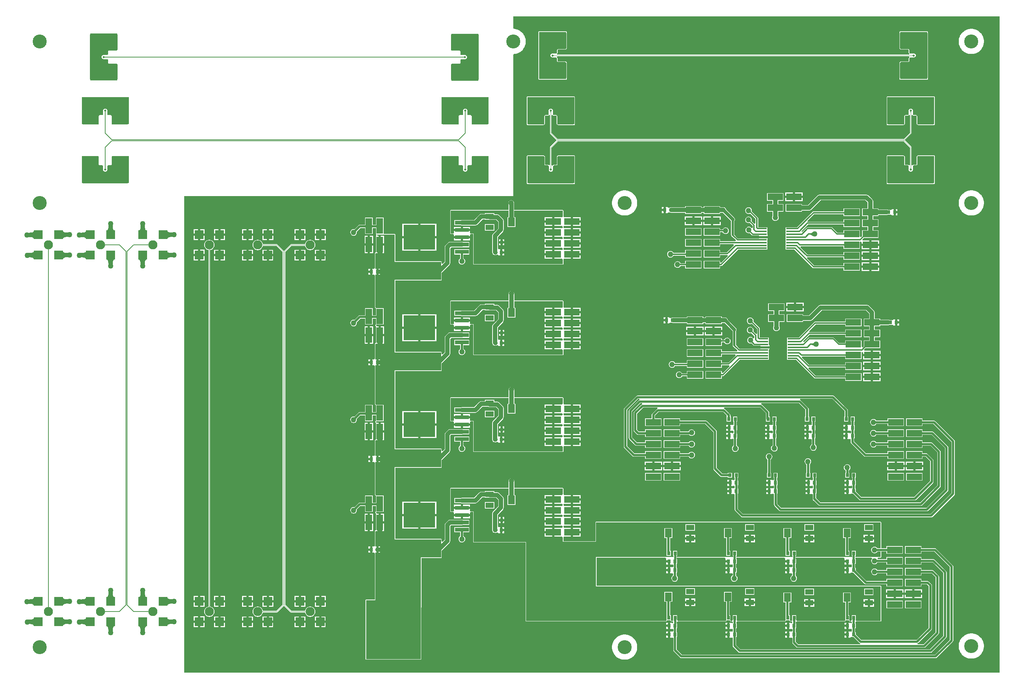
<source format=gtl>
G04*
G04 #@! TF.GenerationSoftware,Altium Limited,Altium Designer,21.1.1 (26)*
G04*
G04 Layer_Physical_Order=1*
G04 Layer_Color=255*
%FSLAX25Y25*%
%MOIN*%
G70*
G04*
G04 #@! TF.SameCoordinates,B83F5570-EEF7-471F-9EF2-83D00333E22E*
G04*
G04*
G04 #@! TF.FilePolarity,Positive*
G04*
G01*
G75*
%ADD10C,0.00500*%
%ADD17C,0.08374*%
%ADD18R,0.07874X0.07874*%
%ADD19R,0.07874X0.07874*%
%ADD20R,0.50000X0.50000*%
%ADD21R,0.14000X0.05906*%
%ADD22R,0.05906X0.14000*%
%ADD23R,0.07500X0.05000*%
%ADD24R,0.06100X0.07900*%
%ADD25R,0.06250X0.01350*%
%ADD26R,0.12598X0.03740*%
%ADD27R,0.29134X0.22638*%
%ADD28R,0.03150X0.03543*%
%ADD29R,0.02756X0.03543*%
%ADD54C,0.02000*%
%ADD55C,0.01968*%
%ADD56C,0.04000*%
%ADD57C,0.00450*%
%ADD58C,0.02000*%
%ADD59C,0.01400*%
%ADD60C,0.03000*%
%ADD61R,0.61100X0.61300*%
%ADD62R,0.25103X0.02000*%
%ADD63R,0.02000X0.25103*%
%ADD64R,0.56300X0.56500*%
%ADD65R,0.50000X0.06752*%
%ADD66C,0.09000*%
%ADD67C,0.12835*%
%ADD68C,0.01600*%
%ADD69C,0.05000*%
%ADD70C,0.03000*%
%ADD71C,0.08000*%
G36*
X900000Y-1350D02*
X153200Y-1350D01*
X153200Y435150D01*
X454600Y435150D01*
X454600Y564812D01*
X455292Y565463D01*
X456721Y565652D01*
X456754Y565670D01*
X456791Y565665D01*
X458183Y566039D01*
X458213Y566061D01*
X458251D01*
X459583Y566613D01*
X459609Y566640D01*
X459646Y566644D01*
X460895Y567366D01*
X460918Y567395D01*
X460954Y567405D01*
X462098Y568283D01*
X462116Y568315D01*
X462151Y568329D01*
X463171Y569349D01*
X463185Y569383D01*
X463217Y569402D01*
X464095Y570546D01*
X464105Y570582D01*
X464135Y570605D01*
X464855Y571854D01*
X464860Y571891D01*
X464887Y571917D01*
X465439Y573249D01*
Y573287D01*
X465461Y573316D01*
X465835Y574709D01*
X465830Y574746D01*
X465848Y574779D01*
X466037Y576208D01*
X466027Y576244D01*
X466041Y576279D01*
Y577721D01*
X466027Y577755D01*
X466037Y577792D01*
X465848Y579221D01*
X465830Y579254D01*
X465835Y579291D01*
X465461Y580684D01*
X465439Y580713D01*
Y580751D01*
X464887Y582083D01*
X464860Y582109D01*
X464855Y582146D01*
X464135Y583395D01*
X464105Y583418D01*
X464095Y583454D01*
X463217Y584598D01*
X463185Y584617D01*
X463171Y584651D01*
X462151Y585671D01*
X462116Y585685D01*
X462098Y585717D01*
X460954Y586595D01*
X460918Y586605D01*
X460895Y586634D01*
X459646Y587356D01*
X459609Y587360D01*
X459583Y587387D01*
X458251Y587939D01*
X458213D01*
X458183Y587961D01*
X456791Y588335D01*
X456754Y588330D01*
X456721Y588348D01*
X455292Y588537D01*
X454600Y589188D01*
X454600Y600000D01*
X900000Y600000D01*
X900000Y-1350D01*
D02*
G37*
G36*
X80519Y563107D02*
X80555Y563064D01*
X80598Y563026D01*
X80647Y562992D01*
X80703Y562964D01*
X80765Y562941D01*
X80834Y562923D01*
X80909Y562910D01*
X80991Y562903D01*
X81080Y562900D01*
X81054Y562400D01*
X80966Y562398D01*
X80883Y562390D01*
X80807Y562378D01*
X80736Y562361D01*
X80672Y562339D01*
X80613Y562313D01*
X80561Y562281D01*
X80515Y562245D01*
X80474Y562203D01*
X80440Y562157D01*
X80490Y563156D01*
X80519Y563107D01*
D02*
G37*
G36*
X409410Y562144D02*
X409380Y562193D01*
X409344Y562236D01*
X409302Y562275D01*
X409253Y562308D01*
X409197Y562336D01*
X409135Y562359D01*
X409066Y562377D01*
X408991Y562390D01*
X408909Y562397D01*
X408820Y562400D01*
X408846Y562900D01*
X408934Y562902D01*
X409017Y562910D01*
X409093Y562922D01*
X409164Y562939D01*
X409228Y562961D01*
X409287Y562987D01*
X409339Y563019D01*
X409385Y563055D01*
X409426Y563097D01*
X409460Y563143D01*
X409410Y562144D01*
D02*
G37*
G36*
X92129Y583244D02*
X92144Y583229D01*
X92151Y583210D01*
Y583200D01*
Y569700D01*
Y569491D01*
X91991Y569104D01*
X91696Y568809D01*
X91309Y568648D01*
X84600D01*
X84415Y568630D01*
X84073Y568489D01*
X83811Y568227D01*
X83670Y567885D01*
X83652Y567700D01*
Y565700D01*
Y565491D01*
X83491Y565104D01*
X83196Y564809D01*
X82809Y564648D01*
X79600D01*
X79220Y564611D01*
X78518Y564320D01*
X77980Y563783D01*
X77689Y563080D01*
X77652Y562700D01*
X77689Y562320D01*
X77980Y561618D01*
X78518Y561080D01*
X79220Y560789D01*
X79600Y560751D01*
X82809D01*
X83196Y560591D01*
X83491Y560296D01*
X83652Y559909D01*
Y559700D01*
Y559696D01*
X83650Y559689D01*
X83648Y559681D01*
X83645Y559674D01*
X83643Y559671D01*
X83645Y559668D01*
X83648Y559661D01*
X83650Y559654D01*
X83652Y559646D01*
Y559643D01*
Y557700D01*
X83670Y557515D01*
X83811Y557173D01*
X84073Y556911D01*
X84415Y556770D01*
X84600Y556751D01*
X91309D01*
X91696Y556591D01*
X91991Y556296D01*
X92151Y555909D01*
Y555700D01*
Y542200D01*
Y542190D01*
X92144Y542171D01*
X92129Y542156D01*
X92110Y542148D01*
X67079D01*
X67071Y542156D01*
X67056Y542171D01*
X67049Y542179D01*
Y542190D01*
Y542200D01*
Y583200D01*
Y583210D01*
Y583221D01*
X67079Y583251D01*
X92110D01*
X92129Y583244D01*
D02*
G37*
G36*
X422852Y583121D02*
Y583110D01*
Y583100D01*
Y542100D01*
Y542079D01*
X422821Y542049D01*
X397790D01*
X397771Y542056D01*
X397756Y542071D01*
X397748Y542090D01*
Y542100D01*
Y555600D01*
Y555809D01*
X397909Y556196D01*
X398204Y556491D01*
X398591Y556651D01*
X405300D01*
X405485Y556670D01*
X405827Y556811D01*
X406089Y557073D01*
X406230Y557415D01*
X406249Y557600D01*
Y559600D01*
Y559809D01*
X406409Y560196D01*
X406704Y560491D01*
X407091Y560651D01*
X410300D01*
X410680Y560689D01*
X411382Y560980D01*
X411920Y561517D01*
X412211Y562220D01*
X412249Y562600D01*
X412211Y562980D01*
X411920Y563683D01*
X411382Y564220D01*
X410680Y564511D01*
X410300Y564548D01*
X407091D01*
X406704Y564709D01*
X406409Y565004D01*
X406249Y565391D01*
Y565600D01*
Y565604D01*
X406250Y565611D01*
X406252Y565619D01*
X406255Y565626D01*
X406257Y565629D01*
X406255Y565632D01*
X406252Y565639D01*
X406250Y565646D01*
X406249Y565654D01*
Y565658D01*
Y567600D01*
X406230Y567785D01*
X406089Y568127D01*
X405827Y568389D01*
X405485Y568530D01*
X405300Y568548D01*
X398591D01*
X398204Y568709D01*
X397909Y569004D01*
X397748Y569391D01*
Y569600D01*
Y583100D01*
Y583110D01*
X397756Y583129D01*
X397771Y583144D01*
X397790Y583151D01*
X422821D01*
X422852Y583121D01*
D02*
G37*
G36*
X411053Y512602D02*
X411010Y512564D01*
X410972Y512519D01*
X410940Y512468D01*
X410913Y512411D01*
X410890Y512348D01*
X410873Y512278D01*
X410860Y512202D01*
X410852Y512120D01*
X410850Y512032D01*
X410350D01*
X410348Y512120D01*
X410340Y512202D01*
X410327Y512278D01*
X410310Y512348D01*
X410288Y512411D01*
X410260Y512468D01*
X410227Y512519D01*
X410190Y512564D01*
X410147Y512602D01*
X410100Y512634D01*
X411100D01*
X411053Y512602D01*
D02*
G37*
G36*
X81453D02*
X81410Y512564D01*
X81372Y512519D01*
X81340Y512468D01*
X81313Y512411D01*
X81290Y512348D01*
X81273Y512278D01*
X81260Y512202D01*
X81252Y512120D01*
X81250Y512032D01*
X80750D01*
X80747Y512120D01*
X80740Y512202D01*
X80727Y512278D01*
X80710Y512348D01*
X80687Y512411D01*
X80660Y512468D01*
X80628Y512519D01*
X80590Y512564D01*
X80547Y512602D01*
X80500Y512634D01*
X81500D01*
X81453Y512602D01*
D02*
G37*
G36*
X431151Y526021D02*
Y526010D01*
Y526000D01*
Y501000D01*
Y500990D01*
X431144Y500971D01*
X431129Y500956D01*
X431110Y500948D01*
X417391D01*
X417004Y501109D01*
X416709Y501404D01*
X416548Y501791D01*
Y502000D01*
Y508500D01*
X416530Y508685D01*
X416389Y509027D01*
X416127Y509289D01*
X415785Y509430D01*
X415600Y509448D01*
X413391D01*
X413004Y509609D01*
X412709Y509904D01*
X412548Y510291D01*
Y510500D01*
Y513490D01*
Y513500D01*
X412511Y513880D01*
X412220Y514582D01*
X411683Y515120D01*
X410980Y515411D01*
X410600Y515449D01*
X410220Y515411D01*
X409517Y515120D01*
X408980Y514582D01*
X408689Y513880D01*
X408651Y513500D01*
Y510500D01*
Y510291D01*
X408491Y509904D01*
X408196Y509609D01*
X407809Y509448D01*
X407596D01*
X407589Y509450D01*
X407581Y509452D01*
X407574Y509455D01*
X407571Y509457D01*
X407568Y509455D01*
X407561Y509452D01*
X407554Y509450D01*
X407546Y509448D01*
X405600D01*
X405415Y509430D01*
X405073Y509289D01*
X404811Y509027D01*
X404670Y508685D01*
X404651Y508500D01*
Y502000D01*
Y501791D01*
X404491Y501404D01*
X404196Y501109D01*
X403809Y500948D01*
X390090D01*
X390071Y500956D01*
X390056Y500971D01*
X390049Y500990D01*
Y501000D01*
Y525979D01*
Y526010D01*
Y526021D01*
X390079Y526052D01*
X431121D01*
X431151Y526021D01*
D02*
G37*
G36*
X101551D02*
Y526010D01*
Y526000D01*
Y501000D01*
Y500990D01*
X101544Y500971D01*
X101529Y500956D01*
X101510Y500948D01*
X87791D01*
X87404Y501109D01*
X87109Y501404D01*
X86949Y501791D01*
Y502000D01*
Y508500D01*
X86930Y508685D01*
X86789Y509027D01*
X86527Y509289D01*
X86185Y509430D01*
X86000Y509448D01*
X83791D01*
X83404Y509609D01*
X83109Y509904D01*
X82948Y510291D01*
Y510500D01*
Y513490D01*
Y513500D01*
X82911Y513880D01*
X82620Y514582D01*
X82082Y515120D01*
X81380Y515411D01*
X81000Y515449D01*
X80620Y515411D01*
X79918Y515120D01*
X79380Y514582D01*
X79089Y513880D01*
X79052Y513500D01*
Y510500D01*
Y510291D01*
X78891Y509904D01*
X78596Y509609D01*
X78209Y509448D01*
X77996D01*
X77989Y509450D01*
X77981Y509452D01*
X77974Y509455D01*
X77971Y509457D01*
X77968Y509455D01*
X77961Y509452D01*
X77954Y509450D01*
X77946Y509448D01*
X76000D01*
X75815Y509430D01*
X75473Y509289D01*
X75211Y509027D01*
X75070Y508685D01*
X75051Y508500D01*
Y502000D01*
Y501791D01*
X74891Y501404D01*
X74596Y501109D01*
X74209Y500948D01*
X60490D01*
X60471Y500956D01*
X60456Y500971D01*
X60448Y500990D01*
Y501000D01*
Y525979D01*
Y526010D01*
Y526021D01*
X60479Y526052D01*
X101521D01*
X101551Y526021D01*
D02*
G37*
G36*
X431129Y472044D02*
X431144Y472029D01*
X431151Y472010D01*
Y472000D01*
Y447021D01*
Y446979D01*
X431121Y446948D01*
X390079D01*
X390071Y446956D01*
X390056Y446971D01*
X390049Y446979D01*
Y446990D01*
Y447000D01*
Y447021D01*
Y472000D01*
Y472010D01*
X390056Y472029D01*
X390071Y472044D01*
X390090Y472051D01*
X403809D01*
X404196Y471891D01*
X404491Y471596D01*
X404651Y471209D01*
Y471000D01*
Y464500D01*
X404670Y464315D01*
X404811Y463973D01*
X405073Y463711D01*
X405415Y463570D01*
X405600Y463552D01*
X407809D01*
X408196Y463391D01*
X408491Y463096D01*
X408651Y462709D01*
Y462500D01*
Y459510D01*
Y459500D01*
X408689Y459120D01*
X408980Y458418D01*
X409517Y457880D01*
X410220Y457589D01*
X410600Y457551D01*
X410980Y457589D01*
X411683Y457880D01*
X412220Y458418D01*
X412511Y459120D01*
X412548Y459500D01*
Y459510D01*
Y462500D01*
Y462709D01*
X412709Y463096D01*
X413004Y463391D01*
X413391Y463552D01*
X413604D01*
X413611Y463550D01*
X413619Y463548D01*
X413626Y463545D01*
X413629Y463543D01*
X413632Y463545D01*
X413639Y463548D01*
X413646Y463550D01*
X413654Y463552D01*
X415600D01*
X415785Y463570D01*
X416127Y463711D01*
X416389Y463973D01*
X416530Y464315D01*
X416548Y464500D01*
Y471000D01*
Y471209D01*
X416709Y471596D01*
X417004Y471891D01*
X417391Y472051D01*
X431110D01*
X431129Y472044D01*
D02*
G37*
G36*
X101529D02*
X101544Y472029D01*
X101551Y472010D01*
Y472000D01*
Y447021D01*
Y446979D01*
X101521Y446948D01*
X60479D01*
X60471Y446956D01*
X60456Y446971D01*
X60448Y446979D01*
Y446990D01*
Y447000D01*
Y447021D01*
Y472000D01*
Y472010D01*
X60456Y472029D01*
X60471Y472044D01*
X60490Y472051D01*
X74209D01*
X74596Y471891D01*
X74891Y471596D01*
X75051Y471209D01*
Y471000D01*
Y464500D01*
X75070Y464315D01*
X75211Y463973D01*
X75473Y463711D01*
X75815Y463570D01*
X76000Y463552D01*
X78209D01*
X78596Y463391D01*
X78891Y463096D01*
X79052Y462709D01*
Y462500D01*
Y459500D01*
X79089Y459120D01*
X79380Y458418D01*
X79918Y457880D01*
X80620Y457589D01*
X81000Y457551D01*
X81380Y457589D01*
X82082Y457880D01*
X82620Y458418D01*
X82911Y459120D01*
X82948Y459500D01*
Y459510D01*
Y462500D01*
Y462709D01*
X83109Y463096D01*
X83404Y463391D01*
X83791Y463552D01*
X84004D01*
X84011Y463550D01*
X84019Y463548D01*
X84026Y463545D01*
X84029Y463543D01*
X84032Y463545D01*
X84039Y463548D01*
X84046Y463550D01*
X84054Y463552D01*
X86000D01*
X86185Y463570D01*
X86527Y463711D01*
X86789Y463973D01*
X86930Y464315D01*
X86949Y464500D01*
Y471000D01*
Y471209D01*
X87109Y471596D01*
X87404Y471891D01*
X87791Y472051D01*
X101510D01*
X101529Y472044D01*
D02*
G37*
G36*
X410852Y460880D02*
X410860Y460798D01*
X410873Y460722D01*
X410890Y460652D01*
X410913Y460589D01*
X410940Y460532D01*
X410972Y460481D01*
X411010Y460436D01*
X411053Y460398D01*
X411100Y460366D01*
X410100D01*
X410147Y460398D01*
X410190Y460436D01*
X410227Y460481D01*
X410260Y460532D01*
X410288Y460589D01*
X410310Y460652D01*
X410327Y460722D01*
X410340Y460798D01*
X410348Y460880D01*
X410350Y460968D01*
X410850D01*
X410852Y460880D01*
D02*
G37*
G36*
X81252D02*
X81260Y460798D01*
X81273Y460722D01*
X81290Y460652D01*
X81313Y460589D01*
X81340Y460532D01*
X81372Y460481D01*
X81410Y460436D01*
X81453Y460398D01*
X81500Y460366D01*
X80500D01*
X80547Y460398D01*
X80590Y460436D01*
X80628Y460481D01*
X80660Y460532D01*
X80687Y460589D01*
X80710Y460652D01*
X80727Y460722D01*
X80740Y460798D01*
X80747Y460880D01*
X80750Y460968D01*
X81250D01*
X81252Y460880D01*
D02*
G37*
G36*
X87969Y407015D02*
X88027Y406335D01*
X88123Y405735D01*
X88258Y405215D01*
X88431Y404775D01*
X88643Y404415D01*
X88893Y404135D01*
X89182Y403935D01*
X89509Y403815D01*
X89875Y403775D01*
X82025D01*
X82391Y403815D01*
X82718Y403935D01*
X83007Y404135D01*
X83257Y404415D01*
X83469Y404775D01*
X83642Y405215D01*
X83777Y405735D01*
X83873Y406335D01*
X83931Y407015D01*
X83950Y407775D01*
X87950D01*
X87969Y407015D01*
D02*
G37*
G36*
X117366D02*
X117421Y406335D01*
X117512Y405735D01*
X117640Y405215D01*
X117805Y404775D01*
X118006Y404415D01*
X118243Y404135D01*
X118517Y403935D01*
X118828Y403815D01*
X119175Y403775D01*
X111348Y403763D01*
X111728Y403804D01*
X112068Y403925D01*
X112368Y404125D01*
X112628Y404406D01*
X112848Y404768D01*
X113028Y405209D01*
X113168Y405730D01*
X113268Y406332D01*
X113328Y407013D01*
X113348Y407775D01*
X117348D01*
X117366Y407015D01*
D02*
G37*
G36*
X137915Y403409D02*
X138035Y403082D01*
X138235Y402793D01*
X138515Y402543D01*
X138875Y402331D01*
X139315Y402158D01*
X139835Y402023D01*
X140435Y401927D01*
X141115Y401869D01*
X141875Y401850D01*
Y397850D01*
X141115Y397831D01*
X140435Y397773D01*
X139835Y397677D01*
X139315Y397542D01*
X138875Y397369D01*
X138515Y397157D01*
X138235Y396907D01*
X138035Y396618D01*
X137915Y396291D01*
X137875Y395925D01*
Y403775D01*
X137915Y403409D01*
D02*
G37*
G36*
X63325Y395925D02*
X63285Y396276D01*
X63165Y396591D01*
X62965Y396868D01*
X62685Y397109D01*
X62325Y397312D01*
X61885Y397479D01*
X61365Y397608D01*
X60765Y397701D01*
X60085Y397757D01*
X59325Y397775D01*
Y401775D01*
X60085Y401795D01*
X60765Y401855D01*
X61365Y401955D01*
X61885Y402095D01*
X62325Y402275D01*
X62685Y402495D01*
X62965Y402755D01*
X63165Y403055D01*
X63285Y403395D01*
X63325Y403775D01*
Y395925D01*
D02*
G37*
G36*
X42215Y403409D02*
X42335Y403082D01*
X42535Y402793D01*
X42815Y402543D01*
X43175Y402331D01*
X43615Y402158D01*
X44135Y402023D01*
X44735Y401927D01*
X45415Y401869D01*
X46175Y401850D01*
Y397850D01*
X45415Y397831D01*
X44735Y397773D01*
X44135Y397677D01*
X43615Y397542D01*
X43175Y397369D01*
X42815Y397157D01*
X42535Y396907D01*
X42335Y396618D01*
X42215Y396291D01*
X42175Y395925D01*
Y403775D01*
X42215Y403409D01*
D02*
G37*
G36*
X15625Y395925D02*
X15585Y396276D01*
X15465Y396591D01*
X15265Y396868D01*
X14985Y397109D01*
X14625Y397312D01*
X14185Y397479D01*
X13665Y397608D01*
X13065Y397701D01*
X12385Y397757D01*
X11625Y397775D01*
Y401775D01*
X12385Y401795D01*
X13065Y401855D01*
X13665Y401955D01*
X14185Y402095D01*
X14625Y402275D01*
X14985Y402495D01*
X15265Y402755D01*
X15465Y403055D01*
X15585Y403395D01*
X15625Y403775D01*
Y395925D01*
D02*
G37*
G36*
X120443Y390000D02*
X120432Y390048D01*
X120412Y390090D01*
X120383Y390127D01*
X120345Y390160D01*
X120297Y390188D01*
X120240Y390210D01*
X120174Y390228D01*
X120099Y390240D01*
X120014Y390248D01*
X119921Y390250D01*
Y390750D01*
X120014Y390753D01*
X120099Y390760D01*
X120174Y390773D01*
X120240Y390790D01*
X120297Y390812D01*
X120345Y390840D01*
X120383Y390873D01*
X120412Y390910D01*
X120432Y390952D01*
X120443Y391000D01*
Y390000D01*
D02*
G37*
G36*
X80768Y390952D02*
X80788Y390910D01*
X80817Y390873D01*
X80855Y390840D01*
X80903Y390812D01*
X80960Y390790D01*
X81026Y390773D01*
X81101Y390760D01*
X81186Y390753D01*
X81279Y390750D01*
Y390250D01*
X81186Y390248D01*
X81101Y390240D01*
X81026Y390228D01*
X80960Y390210D01*
X80903Y390188D01*
X80855Y390160D01*
X80817Y390127D01*
X80788Y390090D01*
X80768Y390048D01*
X80757Y390000D01*
Y391000D01*
X80768Y390952D01*
D02*
G37*
G36*
X29353Y386332D02*
X29310Y386312D01*
X29272Y386283D01*
X29240Y386245D01*
X29212Y386197D01*
X29190Y386140D01*
X29173Y386074D01*
X29160Y385999D01*
X29153Y385914D01*
X29150Y385821D01*
X28650D01*
X28648Y385914D01*
X28640Y385999D01*
X28627Y386074D01*
X28610Y386140D01*
X28587Y386197D01*
X28560Y386245D01*
X28528Y386283D01*
X28490Y386312D01*
X28447Y386332D01*
X28400Y386343D01*
X29400D01*
X29353Y386332D01*
D02*
G37*
G36*
X15625Y377323D02*
X15585Y377670D01*
X15465Y377981D01*
X15265Y378255D01*
X14985Y378492D01*
X14625Y378693D01*
X14185Y378858D01*
X13665Y378986D01*
X13065Y379077D01*
X12385Y379132D01*
X11625Y379150D01*
Y383150D01*
X12387Y383170D01*
X13068Y383230D01*
X13670Y383330D01*
X14191Y383470D01*
X14633Y383650D01*
X14994Y383870D01*
X15275Y384130D01*
X15475Y384430D01*
X15596Y384770D01*
X15637Y385150D01*
X15625Y377323D01*
D02*
G37*
G36*
X137817Y384723D02*
X137937Y384409D01*
X138137Y384132D01*
X138417Y383891D01*
X138777Y383687D01*
X139217Y383521D01*
X139737Y383391D01*
X140337Y383299D01*
X141017Y383243D01*
X141777Y383225D01*
Y379225D01*
X141017Y379205D01*
X140337Y379145D01*
X139737Y379045D01*
X139217Y378905D01*
X138777Y378725D01*
X138417Y378505D01*
X138137Y378245D01*
X137937Y377945D01*
X137817Y377605D01*
X137777Y377225D01*
Y385075D01*
X137817Y384723D01*
D02*
G37*
G36*
X63325Y377225D02*
X63285Y377591D01*
X63165Y377918D01*
X62965Y378207D01*
X62685Y378457D01*
X62325Y378669D01*
X61885Y378842D01*
X61365Y378977D01*
X60765Y379073D01*
X60085Y379131D01*
X59325Y379150D01*
Y383150D01*
X60085Y383169D01*
X60765Y383227D01*
X61365Y383323D01*
X61885Y383458D01*
X62325Y383631D01*
X62685Y383843D01*
X62965Y384093D01*
X63165Y384382D01*
X63285Y384709D01*
X63325Y385075D01*
Y377225D01*
D02*
G37*
G36*
X42215Y384723D02*
X42335Y384409D01*
X42535Y384132D01*
X42815Y383891D01*
X43175Y383687D01*
X43615Y383521D01*
X44135Y383391D01*
X44735Y383299D01*
X45415Y383243D01*
X46175Y383225D01*
Y379225D01*
X45415Y379205D01*
X44735Y379145D01*
X44135Y379045D01*
X43615Y378905D01*
X43175Y378725D01*
X42815Y378505D01*
X42535Y378245D01*
X42335Y377945D01*
X42215Y377605D01*
X42175Y377225D01*
Y385075D01*
X42215Y384723D01*
D02*
G37*
G36*
X118809Y377185D02*
X118482Y377065D01*
X118193Y376865D01*
X117943Y376585D01*
X117731Y376225D01*
X117558Y375785D01*
X117423Y375265D01*
X117327Y374665D01*
X117269Y373985D01*
X117250Y373225D01*
X113250D01*
X113231Y373985D01*
X113173Y374665D01*
X113077Y375265D01*
X112942Y375785D01*
X112769Y376225D01*
X112557Y376585D01*
X112307Y376865D01*
X112018Y377065D01*
X111691Y377185D01*
X111325Y377225D01*
X119175D01*
X118809Y377185D01*
D02*
G37*
G36*
X89411D02*
X89084Y377065D01*
X88795Y376865D01*
X88545Y376585D01*
X88333Y376225D01*
X88160Y375785D01*
X88025Y375265D01*
X87929Y374665D01*
X87871Y373985D01*
X87852Y373225D01*
X83852D01*
X83833Y373985D01*
X83775Y374665D01*
X83679Y375265D01*
X83544Y375785D01*
X83371Y376225D01*
X83159Y376585D01*
X82909Y376865D01*
X82620Y377065D01*
X82293Y377185D01*
X81927Y377225D01*
X89777D01*
X89411Y377185D01*
D02*
G37*
G36*
X87969Y71015D02*
X88027Y70335D01*
X88123Y69735D01*
X88258Y69215D01*
X88431Y68775D01*
X88643Y68415D01*
X88893Y68135D01*
X89182Y67935D01*
X89509Y67815D01*
X89875Y67775D01*
X82025D01*
X82391Y67815D01*
X82718Y67935D01*
X83007Y68135D01*
X83257Y68415D01*
X83469Y68775D01*
X83642Y69215D01*
X83777Y69735D01*
X83873Y70335D01*
X83931Y71015D01*
X83950Y71775D01*
X87950D01*
X87969Y71015D01*
D02*
G37*
G36*
X117366D02*
X117421Y70335D01*
X117512Y69735D01*
X117640Y69215D01*
X117805Y68775D01*
X118006Y68415D01*
X118243Y68135D01*
X118517Y67935D01*
X118828Y67815D01*
X119175Y67775D01*
X111348Y67763D01*
X111728Y67804D01*
X112068Y67924D01*
X112368Y68125D01*
X112628Y68406D01*
X112848Y68767D01*
X113028Y69209D01*
X113168Y69730D01*
X113268Y70332D01*
X113328Y71013D01*
X113348Y71775D01*
X117348D01*
X117366Y71015D01*
D02*
G37*
G36*
X137915Y67409D02*
X138035Y67082D01*
X138235Y66793D01*
X138515Y66543D01*
X138875Y66331D01*
X139315Y66158D01*
X139835Y66023D01*
X140435Y65927D01*
X141115Y65869D01*
X141875Y65850D01*
Y61850D01*
X141115Y61831D01*
X140435Y61773D01*
X139835Y61677D01*
X139315Y61542D01*
X138875Y61369D01*
X138515Y61157D01*
X138235Y60907D01*
X138035Y60618D01*
X137915Y60291D01*
X137875Y59925D01*
Y67775D01*
X137915Y67409D01*
D02*
G37*
G36*
X63325Y59925D02*
X63285Y60277D01*
X63165Y60591D01*
X62965Y60869D01*
X62685Y61109D01*
X62325Y61313D01*
X61885Y61479D01*
X61365Y61608D01*
X60765Y61701D01*
X60085Y61756D01*
X59325Y61775D01*
Y65775D01*
X60085Y65795D01*
X60765Y65855D01*
X61365Y65955D01*
X61885Y66095D01*
X62325Y66275D01*
X62685Y66495D01*
X62965Y66755D01*
X63165Y67055D01*
X63285Y67395D01*
X63325Y67775D01*
Y59925D01*
D02*
G37*
G36*
X42215Y67409D02*
X42335Y67082D01*
X42535Y66793D01*
X42815Y66543D01*
X43175Y66331D01*
X43615Y66158D01*
X44135Y66023D01*
X44735Y65927D01*
X45415Y65869D01*
X46175Y65850D01*
Y61850D01*
X45415Y61831D01*
X44735Y61773D01*
X44135Y61677D01*
X43615Y61542D01*
X43175Y61369D01*
X42815Y61157D01*
X42535Y60907D01*
X42335Y60618D01*
X42215Y60291D01*
X42175Y59925D01*
Y67775D01*
X42215Y67409D01*
D02*
G37*
G36*
X15625Y59925D02*
X15585Y60277D01*
X15465Y60591D01*
X15265Y60869D01*
X14985Y61109D01*
X14625Y61313D01*
X14185Y61479D01*
X13665Y61608D01*
X13065Y61701D01*
X12385Y61756D01*
X11625Y61775D01*
Y65775D01*
X12385Y65795D01*
X13065Y65855D01*
X13665Y65955D01*
X14185Y66095D01*
X14625Y66275D01*
X14985Y66495D01*
X15265Y66755D01*
X15465Y67055D01*
X15585Y67395D01*
X15625Y67775D01*
Y59925D01*
D02*
G37*
G36*
X29153Y59086D02*
X29160Y59001D01*
X29173Y58926D01*
X29190Y58860D01*
X29212Y58803D01*
X29240Y58755D01*
X29272Y58717D01*
X29310Y58688D01*
X29353Y58668D01*
X29400Y58657D01*
X28400Y58657D01*
X28447Y58668D01*
X28490Y58688D01*
X28528Y58717D01*
X28560Y58755D01*
X28587Y58803D01*
X28610Y58860D01*
X28627Y58926D01*
X28640Y59001D01*
X28648Y59086D01*
X28650Y59180D01*
X29150D01*
X29153Y59086D01*
D02*
G37*
G36*
X120443Y54000D02*
X120432Y54048D01*
X120412Y54090D01*
X120383Y54128D01*
X120345Y54160D01*
X120297Y54188D01*
X120240Y54210D01*
X120174Y54228D01*
X120099Y54240D01*
X120014Y54247D01*
X119921Y54250D01*
Y54750D01*
X120014Y54752D01*
X120099Y54760D01*
X120174Y54773D01*
X120240Y54790D01*
X120297Y54813D01*
X120345Y54840D01*
X120383Y54873D01*
X120412Y54910D01*
X120432Y54953D01*
X120443Y55000D01*
Y54000D01*
D02*
G37*
G36*
X80768Y54953D02*
X80788Y54910D01*
X80817Y54873D01*
X80855Y54840D01*
X80903Y54813D01*
X80960Y54790D01*
X81026Y54773D01*
X81101Y54760D01*
X81186Y54752D01*
X81279Y54750D01*
Y54250D01*
X81186Y54247D01*
X81101Y54240D01*
X81026Y54228D01*
X80960Y54210D01*
X80903Y54188D01*
X80855Y54160D01*
X80817Y54128D01*
X80788Y54090D01*
X80768Y54048D01*
X80757Y54000D01*
Y55000D01*
X80768Y54953D01*
D02*
G37*
G36*
X15625Y41323D02*
X15585Y41670D01*
X15465Y41981D01*
X15265Y42255D01*
X14985Y42492D01*
X14625Y42693D01*
X14185Y42858D01*
X13665Y42986D01*
X13065Y43077D01*
X12385Y43132D01*
X11625Y43150D01*
Y47150D01*
X12387Y47170D01*
X13068Y47230D01*
X13670Y47330D01*
X14191Y47470D01*
X14633Y47650D01*
X14994Y47870D01*
X15275Y48130D01*
X15475Y48430D01*
X15596Y48770D01*
X15637Y49150D01*
X15625Y41323D01*
D02*
G37*
G36*
X137817Y48724D02*
X137937Y48409D01*
X138137Y48131D01*
X138417Y47891D01*
X138777Y47688D01*
X139217Y47521D01*
X139737Y47392D01*
X140337Y47299D01*
X141017Y47243D01*
X141777Y47225D01*
Y43225D01*
X141017Y43205D01*
X140337Y43145D01*
X139737Y43045D01*
X139217Y42905D01*
X138777Y42725D01*
X138417Y42505D01*
X138137Y42245D01*
X137937Y41945D01*
X137817Y41605D01*
X137777Y41225D01*
Y49075D01*
X137817Y48724D01*
D02*
G37*
G36*
X63325Y41225D02*
X63285Y41591D01*
X63165Y41918D01*
X62965Y42207D01*
X62685Y42457D01*
X62325Y42669D01*
X61885Y42842D01*
X61365Y42977D01*
X60765Y43073D01*
X60085Y43131D01*
X59325Y43150D01*
Y47150D01*
X60085Y47169D01*
X60765Y47227D01*
X61365Y47323D01*
X61885Y47458D01*
X62325Y47631D01*
X62685Y47843D01*
X62965Y48093D01*
X63165Y48382D01*
X63285Y48709D01*
X63325Y49075D01*
Y41225D01*
D02*
G37*
G36*
X42215Y48724D02*
X42335Y48409D01*
X42535Y48131D01*
X42815Y47891D01*
X43175Y47688D01*
X43615Y47521D01*
X44135Y47392D01*
X44735Y47299D01*
X45415Y47243D01*
X46175Y47225D01*
Y43225D01*
X45415Y43205D01*
X44735Y43145D01*
X44135Y43045D01*
X43615Y42905D01*
X43175Y42725D01*
X42815Y42505D01*
X42535Y42245D01*
X42335Y41945D01*
X42215Y41605D01*
X42175Y41225D01*
Y49075D01*
X42215Y48724D01*
D02*
G37*
G36*
X118809Y41185D02*
X118482Y41065D01*
X118193Y40865D01*
X117943Y40585D01*
X117731Y40225D01*
X117558Y39785D01*
X117423Y39265D01*
X117327Y38665D01*
X117269Y37985D01*
X117250Y37225D01*
X113250D01*
X113231Y37985D01*
X113173Y38665D01*
X113077Y39265D01*
X112942Y39785D01*
X112769Y40225D01*
X112557Y40585D01*
X112307Y40865D01*
X112018Y41065D01*
X111691Y41185D01*
X111325Y41225D01*
X119175D01*
X118809Y41185D01*
D02*
G37*
G36*
X89411D02*
X89084Y41065D01*
X88795Y40865D01*
X88545Y40585D01*
X88333Y40225D01*
X88160Y39785D01*
X88025Y39265D01*
X87929Y38665D01*
X87871Y37985D01*
X87852Y37225D01*
X83852D01*
X83833Y37985D01*
X83775Y38665D01*
X83679Y39265D01*
X83544Y39785D01*
X83371Y40225D01*
X83159Y40585D01*
X82909Y40865D01*
X82620Y41065D01*
X82293Y41185D01*
X81927Y41225D01*
X89777D01*
X89411Y41185D01*
D02*
G37*
%LPC*%
G36*
X874821Y588541D02*
X873379D01*
X873345Y588527D01*
X873308Y588537D01*
X871879Y588348D01*
X871846Y588330D01*
X871809Y588335D01*
X870417Y587961D01*
X870387Y587939D01*
X870350D01*
X869017Y587387D01*
X868991Y587360D01*
X868954Y587356D01*
X867705Y586634D01*
X867682Y586605D01*
X867646Y586595D01*
X866502Y585717D01*
X866483Y585685D01*
X866449Y585671D01*
X865429Y584651D01*
X865415Y584617D01*
X865383Y584598D01*
X864505Y583454D01*
X864495Y583418D01*
X864466Y583395D01*
X863745Y582146D01*
X863740Y582109D01*
X863713Y582083D01*
X863161Y580751D01*
Y580713D01*
X863139Y580684D01*
X862766Y579291D01*
X862770Y579254D01*
X862752Y579221D01*
X862563Y577792D01*
X862573Y577755D01*
X862559Y577721D01*
Y576279D01*
X862573Y576244D01*
X862563Y576208D01*
X862752Y574779D01*
X862770Y574746D01*
X862766Y574709D01*
X863139Y573316D01*
X863161Y573287D01*
Y573249D01*
X863713Y571917D01*
X863740Y571891D01*
X863745Y571854D01*
X864466Y570605D01*
X864495Y570582D01*
X864505Y570546D01*
X865383Y569402D01*
X865415Y569383D01*
X865429Y569349D01*
X866449Y568329D01*
X866483Y568315D01*
X866502Y568283D01*
X867646Y567405D01*
X867682Y567395D01*
X867705Y567366D01*
X868954Y566644D01*
X868991Y566640D01*
X869017Y566613D01*
X870350Y566061D01*
X870387D01*
X870417Y566039D01*
X871809Y565665D01*
X871846Y565670D01*
X871879Y565652D01*
X873308Y565463D01*
X873345Y565473D01*
X873379Y565459D01*
X874821D01*
X874856Y565473D01*
X874892Y565463D01*
X876321Y565652D01*
X876354Y565670D01*
X876391Y565665D01*
X877783Y566039D01*
X877813Y566061D01*
X877851D01*
X879183Y566613D01*
X879209Y566640D01*
X879246Y566644D01*
X880495Y567366D01*
X880518Y567395D01*
X880554Y567405D01*
X881698Y568283D01*
X881717Y568315D01*
X881751Y568329D01*
X882771Y569349D01*
X882785Y569383D01*
X882817Y569402D01*
X883695Y570546D01*
X883705Y570582D01*
X883735Y570605D01*
X884455Y571854D01*
X884460Y571891D01*
X884487Y571917D01*
X885039Y573249D01*
Y573287D01*
X885061Y573316D01*
X885435Y574709D01*
X885430Y574746D01*
X885448Y574779D01*
X885637Y576208D01*
X885627Y576244D01*
X885641Y576279D01*
Y577721D01*
X885627Y577755D01*
X885637Y577792D01*
X885448Y579221D01*
X885430Y579254D01*
X885435Y579291D01*
X885061Y580684D01*
X885039Y580713D01*
Y580751D01*
X884487Y582083D01*
X884460Y582109D01*
X884455Y582146D01*
X883735Y583395D01*
X883705Y583418D01*
X883695Y583454D01*
X882817Y584598D01*
X882785Y584617D01*
X882771Y584651D01*
X881751Y585671D01*
X881717Y585685D01*
X881698Y585717D01*
X880554Y586595D01*
X880518Y586605D01*
X880495Y586634D01*
X879246Y587356D01*
X879209Y587360D01*
X879183Y587387D01*
X877851Y587939D01*
X877813D01*
X877783Y587961D01*
X876391Y588335D01*
X876354Y588330D01*
X876321Y588348D01*
X874892Y588537D01*
X874856Y588527D01*
X874821Y588541D01*
D02*
G37*
G36*
X833902Y586141D02*
X808799D01*
X808416Y585983D01*
X808257Y585600D01*
Y583600D01*
Y570891D01*
X808298Y570791D01*
Y570684D01*
X808459Y570297D01*
X808535Y570221D01*
X808576Y570122D01*
X808872Y569826D01*
X808971Y569785D01*
X809047Y569709D01*
X809434Y569549D01*
X809541D01*
X809641Y569507D01*
X816323D01*
X816402Y569499D01*
X816570Y569430D01*
X816680Y569320D01*
X816749Y569152D01*
X816757Y569073D01*
Y567154D01*
X816768Y567129D01*
X816757Y567104D01*
Y566891D01*
X816798Y566791D01*
Y566684D01*
X816959Y566297D01*
X817035Y566221D01*
X817076Y566122D01*
X817358Y565839D01*
X817348Y565313D01*
X817110Y564839D01*
X494940D01*
X494701Y565313D01*
X494692Y565839D01*
X494974Y566122D01*
X495015Y566221D01*
X495091Y566297D01*
X495252Y566684D01*
Y566791D01*
X495293Y566891D01*
Y569073D01*
X495300Y569152D01*
X495370Y569320D01*
X495480Y569430D01*
X495648Y569499D01*
X495727Y569507D01*
X502409D01*
X502509Y569549D01*
X502616D01*
X503003Y569709D01*
X503079Y569785D01*
X503178Y569826D01*
X503474Y570122D01*
X503515Y570221D01*
X503591Y570297D01*
X503752Y570684D01*
Y570791D01*
X503793Y570891D01*
Y584600D01*
Y585600D01*
X503634Y585983D01*
X503252Y586141D01*
X478149D01*
X477766Y585983D01*
X477607Y585600D01*
Y584621D01*
X477607Y584621D01*
X477607Y584621D01*
Y583600D01*
Y544600D01*
Y542600D01*
X477766Y542217D01*
X478149Y542059D01*
X503252D01*
X503634Y542217D01*
X503793Y542600D01*
Y544600D01*
Y557309D01*
X503752Y557409D01*
Y557516D01*
X503591Y557903D01*
X503515Y557979D01*
X503474Y558078D01*
X503178Y558374D01*
X503079Y558415D01*
X503003Y558491D01*
X502616Y558651D01*
X502509D01*
X502409Y558693D01*
X495727D01*
X495648Y558701D01*
X495480Y558770D01*
X495370Y558880D01*
X495300Y559048D01*
X495293Y559127D01*
Y561046D01*
X495282Y561071D01*
X495293Y561096D01*
Y561309D01*
X495252Y561409D01*
Y561516D01*
X495091Y561903D01*
X495015Y561979D01*
X494974Y562078D01*
X494692Y562361D01*
X494701Y562887D01*
X494940Y563361D01*
X817110D01*
X817348Y562887D01*
X817358Y562361D01*
X817076Y562078D01*
X817035Y561979D01*
X816959Y561903D01*
X816798Y561516D01*
Y561409D01*
X816757Y561309D01*
Y559127D01*
X816749Y559048D01*
X816680Y558880D01*
X816570Y558770D01*
X816402Y558701D01*
X816323Y558693D01*
X809641D01*
X809541Y558651D01*
X809434D01*
X809047Y558491D01*
X808971Y558415D01*
X808872Y558374D01*
X808576Y558078D01*
X808535Y557979D01*
X808459Y557903D01*
X808298Y557516D01*
Y557409D01*
X808257Y557309D01*
Y544600D01*
Y542600D01*
X808416Y542217D01*
X808799Y542059D01*
X833902D01*
X834284Y542217D01*
X834443Y542600D01*
Y543578D01*
X834443Y543579D01*
X834443Y543579D01*
Y544600D01*
Y584621D01*
X834443Y584621D01*
X834443Y584621D01*
Y585600D01*
X834284Y585983D01*
X833902Y586141D01*
D02*
G37*
G36*
X839121Y526593D02*
X839121Y526593D01*
X798079D01*
X798079Y526593D01*
X798078Y526593D01*
X797100D01*
X796717Y526434D01*
X796559Y526052D01*
Y500948D01*
X796717Y500566D01*
X797100Y500407D01*
X811809D01*
X811909Y500449D01*
X812016D01*
X812403Y500609D01*
X812479Y500685D01*
X812578Y500726D01*
X812874Y501022D01*
X812915Y501121D01*
X812991Y501197D01*
X813151Y501584D01*
Y501691D01*
X813193Y501791D01*
Y508473D01*
X813200Y508552D01*
X813270Y508720D01*
X813380Y508830D01*
X813548Y508899D01*
X813627Y508907D01*
X815546D01*
X815571Y508918D01*
X815596Y508907D01*
X815809D01*
X815909Y508949D01*
X816016D01*
X816403Y509109D01*
X816479Y509185D01*
X816578Y509226D01*
X816861Y509508D01*
X817387Y509499D01*
X817861Y509260D01*
Y493281D01*
X812294Y487714D01*
X495306D01*
X489739Y493281D01*
Y509260D01*
X490213Y509499D01*
X490739Y509508D01*
X491022Y509226D01*
X491121Y509185D01*
X491197Y509109D01*
X491584Y508949D01*
X491691D01*
X491791Y508907D01*
X493973D01*
X494052Y508899D01*
X494220Y508830D01*
X494330Y508720D01*
X494399Y508552D01*
X494407Y508473D01*
Y501791D01*
X494449Y501691D01*
Y501584D01*
X494609Y501197D01*
X494685Y501121D01*
X494726Y501022D01*
X495022Y500726D01*
X495121Y500685D01*
X495197Y500609D01*
X495584Y500449D01*
X495691D01*
X495791Y500407D01*
X510500D01*
X510883Y500566D01*
X511041Y500948D01*
Y526052D01*
X510883Y526434D01*
X510500Y526593D01*
X509521D01*
X509521Y526593D01*
X509521Y526593D01*
X468479D01*
X468479Y526593D01*
X468478Y526593D01*
X467500D01*
X467117Y526434D01*
X466959Y526052D01*
Y500948D01*
X467117Y500566D01*
X467500Y500407D01*
X482209D01*
X482309Y500449D01*
X482416D01*
X482803Y500609D01*
X482879Y500685D01*
X482978Y500726D01*
X483274Y501022D01*
X483315Y501121D01*
X483391Y501197D01*
X483552Y501584D01*
Y501691D01*
X483593Y501791D01*
Y508473D01*
X483601Y508552D01*
X483670Y508720D01*
X483780Y508830D01*
X483948Y508899D01*
X484027Y508907D01*
X485946D01*
X485971Y508918D01*
X485996Y508907D01*
X486209D01*
X486309Y508949D01*
X486416D01*
X486803Y509109D01*
X486879Y509185D01*
X486978Y509226D01*
X487261Y509508D01*
X487787Y509499D01*
X488261Y509260D01*
Y492975D01*
X488317Y492692D01*
X488477Y492452D01*
X494430Y486500D01*
X488477Y480548D01*
X488317Y480308D01*
X488261Y480025D01*
Y463898D01*
X487794Y463677D01*
X487261Y463592D01*
X487078Y463774D01*
X486979Y463815D01*
X486903Y463891D01*
X486516Y464051D01*
X486409D01*
X486309Y464093D01*
X484127D01*
X484048Y464101D01*
X483880Y464170D01*
X483770Y464280D01*
X483701Y464448D01*
X483693Y464527D01*
Y471209D01*
X483651Y471309D01*
Y471416D01*
X483491Y471803D01*
X483415Y471879D01*
X483374Y471978D01*
X483078Y472274D01*
X482979Y472315D01*
X482903Y472391D01*
X482516Y472551D01*
X482409D01*
X482309Y472593D01*
X467600D01*
X467217Y472434D01*
X467059Y472051D01*
Y446948D01*
X467217Y446566D01*
X467600Y446407D01*
X468579D01*
X468579Y446407D01*
X468579Y446407D01*
X509621D01*
X509621Y446407D01*
X509621Y446407D01*
X510600D01*
X510983Y446566D01*
X511141Y446948D01*
Y472051D01*
X510983Y472434D01*
X510600Y472593D01*
X495891D01*
X495791Y472551D01*
X495684D01*
X495297Y472391D01*
X495221Y472315D01*
X495122Y472274D01*
X494826Y471978D01*
X494785Y471879D01*
X494709Y471803D01*
X494549Y471416D01*
Y471309D01*
X494507Y471209D01*
Y464527D01*
X494499Y464448D01*
X494430Y464280D01*
X494320Y464170D01*
X494152Y464101D01*
X494073Y464093D01*
X492154D01*
X492129Y464082D01*
X492104Y464093D01*
X491891D01*
X491791Y464051D01*
X491684D01*
X491297Y463891D01*
X491221Y463815D01*
X491122Y463774D01*
X490826Y463478D01*
X490785Y463379D01*
X490739Y463333D01*
X490574Y463341D01*
X489739Y463576D01*
Y479719D01*
X495306Y485286D01*
X812294D01*
X817861Y479719D01*
Y463740D01*
X817387Y463502D01*
X816861Y463492D01*
X816578Y463774D01*
X816479Y463815D01*
X816403Y463891D01*
X816016Y464051D01*
X815909D01*
X815809Y464093D01*
X813627D01*
X813548Y464101D01*
X813380Y464170D01*
X813270Y464280D01*
X813200Y464448D01*
X813193Y464527D01*
Y471209D01*
X813151Y471309D01*
Y471416D01*
X812991Y471803D01*
X812915Y471879D01*
X812874Y471978D01*
X812578Y472274D01*
X812479Y472315D01*
X812403Y472391D01*
X812016Y472551D01*
X811909D01*
X811809Y472593D01*
X797100D01*
X796717Y472434D01*
X796559Y472051D01*
Y446948D01*
X796717Y446566D01*
X797100Y446407D01*
X798079D01*
X798079Y446407D01*
X798079Y446407D01*
X839121D01*
X839121Y446407D01*
X839121Y446407D01*
X840100D01*
X840483Y446566D01*
X840641Y446948D01*
Y472051D01*
X840483Y472434D01*
X840100Y472593D01*
X825391D01*
X825291Y472551D01*
X825184D01*
X824797Y472391D01*
X824721Y472315D01*
X824622Y472274D01*
X824326Y471978D01*
X824285Y471879D01*
X824209Y471803D01*
X824049Y471416D01*
Y471309D01*
X824007Y471209D01*
Y464527D01*
X824000Y464448D01*
X823930Y464280D01*
X823820Y464170D01*
X823652Y464101D01*
X823573Y464093D01*
X821654D01*
X821629Y464082D01*
X821604Y464093D01*
X821391D01*
X821291Y464051D01*
X821184D01*
X820797Y463891D01*
X820721Y463815D01*
X820622Y463774D01*
X820339Y463492D01*
X819813Y463502D01*
X819339Y463740D01*
Y480025D01*
X819283Y480308D01*
X819123Y480548D01*
X813170Y486500D01*
X819123Y492452D01*
X819283Y492692D01*
X819339Y492975D01*
Y509260D01*
X819813Y509499D01*
X820339Y509508D01*
X820622Y509226D01*
X820721Y509185D01*
X820797Y509109D01*
X821184Y508949D01*
X821291D01*
X821391Y508907D01*
X823573D01*
X823652Y508899D01*
X823820Y508830D01*
X823930Y508720D01*
X824000Y508552D01*
X824007Y508473D01*
Y501791D01*
X824049Y501691D01*
Y501584D01*
X824209Y501197D01*
X824285Y501121D01*
X824326Y501022D01*
X824622Y500726D01*
X824721Y500685D01*
X824797Y500609D01*
X825184Y500449D01*
X825291D01*
X825391Y500407D01*
X840100D01*
X840483Y500566D01*
X840641Y500948D01*
Y526052D01*
X840483Y526434D01*
X840100Y526593D01*
X839121D01*
X839121Y526593D01*
D02*
G37*
G36*
X874821Y440541D02*
X873379D01*
X873345Y440527D01*
X873308Y440537D01*
X871879Y440348D01*
X871846Y440330D01*
X871809Y440335D01*
X870417Y439961D01*
X870387Y439939D01*
X870350D01*
X869017Y439387D01*
X868991Y439360D01*
X868954Y439356D01*
X867705Y438634D01*
X867682Y438605D01*
X867646Y438595D01*
X866502Y437717D01*
X866483Y437685D01*
X866449Y437671D01*
X865429Y436651D01*
X865415Y436617D01*
X865383Y436598D01*
X864505Y435454D01*
X864495Y435418D01*
X864466Y435395D01*
X863745Y434146D01*
X863740Y434109D01*
X863713Y434083D01*
X863161Y432751D01*
Y432713D01*
X863139Y432684D01*
X862766Y431291D01*
X862770Y431254D01*
X862752Y431221D01*
X862563Y429792D01*
X862573Y429755D01*
X862559Y429721D01*
Y428279D01*
X862573Y428244D01*
X862563Y428208D01*
X862752Y426779D01*
X862770Y426746D01*
X862766Y426709D01*
X863139Y425316D01*
X863161Y425287D01*
Y425249D01*
X863713Y423917D01*
X863740Y423891D01*
X863745Y423854D01*
X864466Y422605D01*
X864495Y422582D01*
X864505Y422546D01*
X865383Y421402D01*
X865415Y421383D01*
X865429Y421349D01*
X866449Y420329D01*
X866483Y420315D01*
X866502Y420283D01*
X867646Y419405D01*
X867682Y419395D01*
X867705Y419366D01*
X868954Y418645D01*
X868991Y418640D01*
X869017Y418613D01*
X870350Y418061D01*
X870387D01*
X870417Y418039D01*
X871809Y417665D01*
X871846Y417670D01*
X871879Y417652D01*
X873308Y417463D01*
X873345Y417473D01*
X873379Y417459D01*
X874821D01*
X874856Y417473D01*
X874892Y417463D01*
X876321Y417652D01*
X876354Y417670D01*
X876391Y417665D01*
X877783Y418039D01*
X877813Y418061D01*
X877851D01*
X879183Y418613D01*
X879209Y418640D01*
X879246Y418645D01*
X880495Y419366D01*
X880518Y419395D01*
X880554Y419405D01*
X881698Y420283D01*
X881717Y420315D01*
X881751Y420329D01*
X882771Y421349D01*
X882785Y421383D01*
X882817Y421402D01*
X883695Y422546D01*
X883705Y422582D01*
X883735Y422605D01*
X884455Y423854D01*
X884460Y423891D01*
X884487Y423917D01*
X885039Y425249D01*
Y425287D01*
X885061Y425316D01*
X885435Y426709D01*
X885430Y426746D01*
X885448Y426779D01*
X885637Y428208D01*
X885627Y428244D01*
X885641Y428279D01*
Y429721D01*
X885627Y429755D01*
X885637Y429792D01*
X885448Y431221D01*
X885430Y431254D01*
X885435Y431291D01*
X885061Y432684D01*
X885039Y432713D01*
Y432751D01*
X884487Y434083D01*
X884460Y434109D01*
X884455Y434146D01*
X883735Y435395D01*
X883705Y435418D01*
X883695Y435454D01*
X882817Y436598D01*
X882785Y436617D01*
X882771Y436651D01*
X881751Y437671D01*
X881717Y437685D01*
X881698Y437717D01*
X880554Y438595D01*
X880518Y438605D01*
X880495Y438634D01*
X879246Y439356D01*
X879209Y439360D01*
X879183Y439387D01*
X877851Y439939D01*
X877813D01*
X877783Y439961D01*
X876391Y440335D01*
X876354Y440330D01*
X876321Y440348D01*
X874892Y440537D01*
X874856Y440527D01*
X874821Y440541D01*
D02*
G37*
G36*
X557321D02*
X555879D01*
X555844Y440527D01*
X555808Y440537D01*
X554379Y440348D01*
X554346Y440330D01*
X554309Y440335D01*
X552916Y439961D01*
X552887Y439939D01*
X552849D01*
X551517Y439387D01*
X551491Y439360D01*
X551454Y439356D01*
X550205Y438634D01*
X550182Y438605D01*
X550146Y438595D01*
X549002Y437717D01*
X548983Y437685D01*
X548949Y437671D01*
X547929Y436651D01*
X547915Y436617D01*
X547883Y436598D01*
X547005Y435454D01*
X546995Y435418D01*
X546966Y435395D01*
X546244Y434146D01*
X546240Y434109D01*
X546213Y434083D01*
X545661Y432751D01*
Y432713D01*
X545639Y432684D01*
X545265Y431291D01*
X545270Y431254D01*
X545252Y431221D01*
X545063Y429792D01*
X545073Y429755D01*
X545059Y429721D01*
Y428279D01*
X545073Y428244D01*
X545063Y428208D01*
X545252Y426779D01*
X545270Y426746D01*
X545265Y426709D01*
X545639Y425316D01*
X545661Y425287D01*
Y425249D01*
X546213Y423917D01*
X546240Y423891D01*
X546244Y423854D01*
X546966Y422605D01*
X546995Y422582D01*
X547005Y422546D01*
X547883Y421402D01*
X547915Y421383D01*
X547929Y421349D01*
X548949Y420329D01*
X548983Y420315D01*
X549002Y420283D01*
X550146Y419405D01*
X550182Y419395D01*
X550205Y419366D01*
X551454Y418645D01*
X551491Y418640D01*
X551517Y418613D01*
X552849Y418061D01*
X552887D01*
X552916Y418039D01*
X554309Y417665D01*
X554346Y417670D01*
X554379Y417652D01*
X555808Y417463D01*
X555844Y417473D01*
X555879Y417459D01*
X557321D01*
X557355Y417473D01*
X557392Y417463D01*
X558821Y417652D01*
X558854Y417670D01*
X558891Y417665D01*
X560284Y418039D01*
X560313Y418061D01*
X560351D01*
X561683Y418613D01*
X561709Y418640D01*
X561746Y418645D01*
X562995Y419366D01*
X563018Y419395D01*
X563054Y419405D01*
X564198Y420283D01*
X564217Y420315D01*
X564251Y420329D01*
X565271Y421349D01*
X565285Y421383D01*
X565317Y421402D01*
X566195Y422546D01*
X566205Y422582D01*
X566234Y422605D01*
X566956Y423854D01*
X566960Y423891D01*
X566987Y423917D01*
X567539Y425249D01*
Y425287D01*
X567561Y425316D01*
X567935Y426709D01*
X567930Y426746D01*
X567948Y426779D01*
X568137Y428208D01*
X568127Y428244D01*
X568141Y428279D01*
Y429721D01*
X568127Y429755D01*
X568137Y429792D01*
X567948Y431221D01*
X567930Y431254D01*
X567935Y431291D01*
X567561Y432684D01*
X567539Y432713D01*
Y432751D01*
X566987Y434083D01*
X566960Y434109D01*
X566956Y434146D01*
X566234Y435395D01*
X566205Y435418D01*
X566195Y435454D01*
X565317Y436598D01*
X565285Y436617D01*
X565271Y436651D01*
X564251Y437671D01*
X564217Y437685D01*
X564198Y437717D01*
X563054Y438595D01*
X563018Y438605D01*
X562995Y438634D01*
X561746Y439356D01*
X561709Y439360D01*
X561683Y439387D01*
X560351Y439939D01*
X560313D01*
X560284Y439961D01*
X558891Y440335D01*
X558854Y440330D01*
X558821Y440348D01*
X557392Y440537D01*
X557355Y440527D01*
X557321Y440541D01*
D02*
G37*
G36*
X719600Y438453D02*
X712600D01*
Y435500D01*
X719600D01*
Y438453D01*
D02*
G37*
G36*
X710600D02*
X703600D01*
Y435500D01*
X710600D01*
Y438453D01*
D02*
G37*
G36*
X719600Y433500D02*
X712600D01*
Y430547D01*
X719600D01*
Y433500D01*
D02*
G37*
G36*
X710600D02*
X703600D01*
Y430547D01*
X710600D01*
Y433500D01*
D02*
G37*
G36*
X644100Y425953D02*
X629100D01*
Y425049D01*
X627100D01*
Y425953D01*
X612100D01*
Y425049D01*
X599344D01*
X598369Y424855D01*
X598244Y424772D01*
X596919D01*
X596781Y424772D01*
X595919Y425104D01*
Y425272D01*
X594344D01*
Y422500D01*
Y419728D01*
X595919D01*
Y419896D01*
X596781Y420228D01*
X596919Y420228D01*
X598244D01*
X598369Y420145D01*
X599344Y419951D01*
X612100D01*
Y419047D01*
X627100D01*
Y419951D01*
X629100D01*
Y419047D01*
X644100D01*
Y419951D01*
X646765D01*
X654071Y412646D01*
Y399500D01*
X654187Y398915D01*
X654519Y398419D01*
X655015Y398087D01*
X655305Y398029D01*
X656643Y396702D01*
X656685Y396684D01*
X658485Y394885D01*
X658071Y393885D01*
X644100D01*
Y395953D01*
X629100D01*
Y389047D01*
X644100D01*
Y391438D01*
X656393D01*
X656808Y390438D01*
X650093Y383723D01*
X644100D01*
Y385953D01*
X629100D01*
Y379047D01*
X644100D01*
Y381276D01*
X650600D01*
X650765Y381309D01*
X651257Y380388D01*
X645100Y374230D01*
X644100Y374644D01*
Y375953D01*
X629100D01*
Y369047D01*
X644100D01*
Y371276D01*
X645100D01*
X645568Y371370D01*
X645965Y371635D01*
X660650Y386320D01*
X683625D01*
X683869Y386368D01*
X687250D01*
X687250Y388718D01*
X687250Y389718D01*
X687250Y391277D01*
X687250Y392277D01*
X687250Y393836D01*
X687250Y394836D01*
Y396105D01*
X687750D01*
Y396779D01*
X683625D01*
X679500D01*
Y396444D01*
X660386D01*
X658415Y398415D01*
X658397Y398458D01*
X658397Y398459D01*
X658397Y398459D01*
X658397Y398459D01*
X657211Y399648D01*
X657129Y399732D01*
Y412689D01*
X657484Y413220D01*
X657639Y414000D01*
X657484Y414780D01*
X657042Y415442D01*
X649566Y422918D01*
X649455Y423476D01*
X648902Y424302D01*
X648075Y424855D01*
X647100Y425049D01*
X644100D01*
Y425953D01*
D02*
G37*
G36*
X592344Y425272D02*
X590769D01*
Y423500D01*
X592344D01*
Y425272D01*
D02*
G37*
G36*
X806431Y423272D02*
X804856D01*
Y421500D01*
X806431D01*
Y423272D01*
D02*
G37*
G36*
X592344Y421500D02*
X590769D01*
Y419728D01*
X592344D01*
Y421500D01*
D02*
G37*
G36*
X806431Y419500D02*
X804856D01*
Y417728D01*
X806431D01*
Y419500D01*
D02*
G37*
G36*
X778100Y436549D02*
X735100D01*
X734125Y436355D01*
X733298Y435802D01*
X724544Y427049D01*
X719100D01*
Y427953D01*
X704100D01*
Y421047D01*
X719100D01*
Y421951D01*
X725600D01*
X726576Y422145D01*
X727402Y422698D01*
X736156Y431451D01*
X777044D01*
X779051Y429444D01*
Y423953D01*
X774100D01*
Y417047D01*
X779051D01*
Y413953D01*
X774100D01*
Y407047D01*
X779051D01*
Y403953D01*
X774100D01*
Y398730D01*
X773100Y397730D01*
X772100Y398145D01*
Y403953D01*
X757100D01*
Y401723D01*
X751607D01*
X746965Y406365D01*
X746568Y406630D01*
X746100Y406723D01*
X724100D01*
X723632Y406630D01*
X723235Y406365D01*
X719109Y402239D01*
X719004Y402260D01*
X718675Y403345D01*
X724607Y409276D01*
X757100D01*
Y407047D01*
X772100D01*
Y413953D01*
X757100D01*
Y411724D01*
X724468D01*
X724021Y412691D01*
X730107Y418777D01*
X757100D01*
Y417047D01*
X772100D01*
Y423953D01*
X757100D01*
Y421223D01*
X729600D01*
X729132Y421130D01*
X728735Y420865D01*
X714550Y406680D01*
X707575D01*
X707331Y406632D01*
X703950D01*
X703950Y404282D01*
X703950Y403282D01*
X703950Y401723D01*
X703950Y400723D01*
X703950Y399164D01*
X703950Y398164D01*
X703950Y396604D01*
X703950Y395604D01*
X703950Y394045D01*
X703950Y393045D01*
X703950Y391486D01*
X703950Y390486D01*
X703950Y388927D01*
X703950Y387927D01*
Y386368D01*
X707331D01*
X707575Y386320D01*
X712050D01*
X728735Y369635D01*
X729132Y369370D01*
X729600Y369276D01*
X757100D01*
Y367047D01*
X772100D01*
Y373953D01*
X757100D01*
Y371724D01*
X730107D01*
X723521Y378309D01*
X723968Y379276D01*
X757100D01*
Y377047D01*
X772100D01*
Y383953D01*
X757100D01*
Y381723D01*
X724107D01*
X717554Y388277D01*
X717968Y389277D01*
X757100D01*
Y387047D01*
X772100D01*
Y393099D01*
X772133Y393232D01*
X772636Y393517D01*
X773600Y392914D01*
Y391500D01*
X780600D01*
Y394453D01*
X774697D01*
X774283Y395453D01*
X775878Y397047D01*
X789100D01*
Y403953D01*
X784149D01*
Y407047D01*
X789100D01*
Y413953D01*
X784149D01*
Y417047D01*
X789100D01*
Y417951D01*
X796600D01*
X797576Y418145D01*
X797700Y418228D01*
X800281D01*
X800419Y418228D01*
X801281Y417896D01*
Y417728D01*
X802856D01*
Y420500D01*
Y423272D01*
X801281D01*
Y423104D01*
X800419Y422772D01*
X800281Y422772D01*
X797700D01*
X797576Y422855D01*
X796600Y423049D01*
X789100D01*
Y423953D01*
X784149D01*
Y430500D01*
X783955Y431475D01*
X783402Y432302D01*
X779902Y435802D01*
X779075Y436355D01*
X778100Y436549D01*
D02*
G37*
G36*
X644600Y416453D02*
X637600D01*
Y413500D01*
X644600D01*
Y416453D01*
D02*
G37*
G36*
X627600D02*
X620600D01*
Y413500D01*
X627600D01*
Y416453D01*
D02*
G37*
G36*
X635600D02*
X628600D01*
Y413500D01*
X635600D01*
Y416453D01*
D02*
G37*
G36*
X618600D02*
X611600D01*
Y413500D01*
X618600D01*
Y416453D01*
D02*
G37*
G36*
X516450Y415953D02*
X509450D01*
Y413000D01*
X516450D01*
Y415953D01*
D02*
G37*
G36*
X702100Y437953D02*
X687100D01*
Y431047D01*
X692051D01*
Y427953D01*
X687100D01*
Y421047D01*
X692051D01*
Y417106D01*
X691980Y417013D01*
X691677Y416283D01*
X691574Y415500D01*
X691677Y414717D01*
X691980Y413987D01*
X692460Y413360D01*
X693087Y412880D01*
X693817Y412577D01*
X694600Y412474D01*
X695383Y412577D01*
X696113Y412880D01*
X696740Y413360D01*
X697221Y413987D01*
X697523Y414717D01*
X697626Y415500D01*
X697523Y416283D01*
X697221Y417013D01*
X697149Y417106D01*
Y421047D01*
X702100D01*
Y427953D01*
X697149D01*
Y431047D01*
X702100D01*
Y437953D01*
D02*
G37*
G36*
X670100Y425026D02*
X669317Y424923D01*
X668587Y424620D01*
X667960Y424140D01*
X667480Y423513D01*
X667177Y422783D01*
X667074Y422000D01*
X667177Y421217D01*
X667480Y420487D01*
X667960Y419860D01*
X668587Y419380D01*
X669317Y419077D01*
X670100Y418974D01*
X670883Y419077D01*
X671526Y419344D01*
X676376Y414493D01*
Y410368D01*
X675377Y409954D01*
X672903Y412427D01*
X673023Y412717D01*
X673126Y413500D01*
X673023Y414283D01*
X672720Y415013D01*
X672240Y415640D01*
X671613Y416120D01*
X670883Y416423D01*
X670100Y416526D01*
X669317Y416423D01*
X668587Y416120D01*
X667960Y415640D01*
X667480Y415013D01*
X667177Y414283D01*
X667074Y413500D01*
X667177Y412717D01*
X667480Y411987D01*
X667960Y411360D01*
X668587Y410880D01*
X669317Y410577D01*
X670100Y410474D01*
X670883Y410577D01*
X671173Y410697D01*
X673876Y407993D01*
Y406164D01*
X673313Y405914D01*
X672877Y405886D01*
X672490Y406390D01*
X671863Y406871D01*
X671133Y407173D01*
X670350Y407276D01*
X669567Y407173D01*
X668837Y406871D01*
X668210Y406390D01*
X667730Y405763D01*
X667427Y405033D01*
X667324Y404250D01*
X667427Y403467D01*
X667730Y402737D01*
X668210Y402110D01*
X668837Y401629D01*
X669567Y401327D01*
X670350Y401224D01*
X671133Y401327D01*
X671191Y401351D01*
X673069Y399473D01*
X673466Y399208D01*
X673934Y399115D01*
X679500D01*
Y398780D01*
X683625D01*
X687750D01*
Y399454D01*
X687750D01*
X687250Y399955D01*
X687250Y401514D01*
X687250Y402514D01*
X687250Y404073D01*
X687250Y405073D01*
Y406632D01*
X683869D01*
X683625Y406680D01*
X678927D01*
X678824Y406784D01*
Y415000D01*
X678730Y415468D01*
X678465Y415865D01*
X673033Y421297D01*
X673126Y422000D01*
X673023Y422783D01*
X672720Y423513D01*
X672240Y424140D01*
X671613Y424620D01*
X670883Y424923D01*
X670100Y425026D01*
D02*
G37*
G36*
X335903Y415500D02*
X328997D01*
Y409029D01*
X325903D01*
Y415500D01*
X318997D01*
Y409029D01*
X313950D01*
X313365Y408913D01*
X312869Y408581D01*
X309213Y404925D01*
X308450Y405026D01*
X307667Y404923D01*
X306937Y404621D01*
X306310Y404140D01*
X305830Y403513D01*
X305527Y402783D01*
X305424Y402000D01*
X305527Y401217D01*
X305830Y400487D01*
X306310Y399860D01*
X306937Y399379D01*
X307667Y399077D01*
X308450Y398974D01*
X309233Y399077D01*
X309963Y399379D01*
X310590Y399860D01*
X311070Y400487D01*
X311373Y401217D01*
X311476Y402000D01*
X311375Y402763D01*
X314583Y405971D01*
X318997D01*
Y400500D01*
X325903D01*
Y405971D01*
X328997D01*
Y400500D01*
X328997Y400500D01*
X329235Y399616D01*
X329248Y399604D01*
X329248Y399604D01*
X329274Y399578D01*
X329285Y399526D01*
Y399526D01*
X329302Y399500D01*
X328997Y398500D01*
X328997Y398500D01*
Y384131D01*
X328974Y384093D01*
X328785Y383874D01*
X328200Y383433D01*
X328155Y383419D01*
X328141Y383394D01*
X328115Y383383D01*
X328045Y383215D01*
X327959Y383055D01*
X327862Y382095D01*
X327870Y382067D01*
X327859Y382040D01*
Y369527D01*
X327269Y368772D01*
X326859Y368772D01*
X325694D01*
Y366000D01*
Y363228D01*
X326859D01*
X327269Y363228D01*
X327859Y362473D01*
Y333253D01*
X327874Y333216D01*
X327864Y333177D01*
X327952Y333029D01*
X328017Y332870D01*
X328054Y332855D01*
X328075Y332820D01*
X328997Y332126D01*
Y326029D01*
X325903D01*
Y332500D01*
X318997D01*
Y326029D01*
X313950D01*
X313365Y325913D01*
X312869Y325581D01*
X309213Y321925D01*
X308450Y322026D01*
X307667Y321923D01*
X306937Y321620D01*
X306310Y321140D01*
X305830Y320513D01*
X305527Y319783D01*
X305424Y319000D01*
X305527Y318217D01*
X305830Y317487D01*
X306310Y316860D01*
X306937Y316379D01*
X307667Y316077D01*
X308450Y315974D01*
X309233Y316077D01*
X309963Y316379D01*
X310590Y316860D01*
X311070Y317487D01*
X311373Y318217D01*
X311476Y319000D01*
X311375Y319763D01*
X314583Y322971D01*
X318997D01*
Y317500D01*
X325903D01*
Y322971D01*
X328997D01*
Y317924D01*
X328899Y317883D01*
X328868Y317808D01*
X328805Y317757D01*
X328424Y317050D01*
X328414Y316946D01*
X328363Y316854D01*
X328394Y316748D01*
X328382Y316638D01*
X328448Y316557D01*
X328477Y316456D01*
X328580Y316327D01*
X328997Y315500D01*
X328997Y315500D01*
Y301131D01*
X328974Y301093D01*
X328785Y300874D01*
X328200Y300433D01*
X328155Y300419D01*
X328141Y300394D01*
X328115Y300383D01*
X328045Y300215D01*
X327959Y300055D01*
X327862Y299095D01*
X327870Y299067D01*
X327859Y299040D01*
Y286527D01*
X327269Y285772D01*
X326859Y285772D01*
X325694D01*
Y283000D01*
Y280228D01*
X326859D01*
X327269Y280228D01*
X327859Y279473D01*
Y244746D01*
X327874Y244709D01*
X327864Y244671D01*
X327951Y244522D01*
X328017Y244363D01*
X328054Y244348D01*
X328074Y244314D01*
X328994Y243620D01*
Y237422D01*
X325900D01*
Y243992D01*
X318994D01*
Y237422D01*
X313947D01*
X313362Y237305D01*
X312865Y236974D01*
X309210Y233318D01*
X308447Y233418D01*
X307664Y233315D01*
X306934Y233013D01*
X306307Y232532D01*
X305826Y231905D01*
X305524Y231175D01*
X305421Y230392D01*
X305524Y229609D01*
X305826Y228879D01*
X306307Y228253D01*
X306934Y227772D01*
X307664Y227469D01*
X308447Y227366D01*
X309230Y227469D01*
X309960Y227772D01*
X310587Y228253D01*
X311068Y228879D01*
X311370Y229609D01*
X311473Y230392D01*
X311372Y231155D01*
X314580Y234363D01*
X318994D01*
Y228992D01*
X325900D01*
Y234363D01*
X328994D01*
Y229414D01*
X328900Y229375D01*
X328868Y229299D01*
X328805Y229247D01*
X328429Y228542D01*
X328419Y228440D01*
X328368Y228349D01*
X328399Y228242D01*
X328388Y228130D01*
X328454Y228050D01*
X328482Y227951D01*
X328585Y227822D01*
X328994Y226992D01*
X328994Y226992D01*
Y212625D01*
X328972Y212587D01*
X328779Y212364D01*
X328197Y211924D01*
X328151Y211910D01*
X328137Y211886D01*
X328112Y211875D01*
X328042Y211706D01*
X327956Y211545D01*
X327861Y210584D01*
X327870Y210557D01*
X327859Y210531D01*
Y197918D01*
X327266Y197164D01*
X326859Y197164D01*
X325691D01*
Y194392D01*
Y191621D01*
X326859D01*
X327266Y191621D01*
X327859Y190866D01*
Y161646D01*
X327874Y161609D01*
X327864Y161571D01*
X327951Y161423D01*
X328017Y161263D01*
X328054Y161248D01*
X328074Y161214D01*
X328994Y160520D01*
Y154422D01*
X325900D01*
Y160892D01*
X318994D01*
Y154422D01*
X313947D01*
X313362Y154305D01*
X312865Y153974D01*
X309210Y150318D01*
X308447Y150418D01*
X307664Y150315D01*
X306934Y150013D01*
X306307Y149532D01*
X305826Y148905D01*
X305524Y148175D01*
X305421Y147392D01*
X305524Y146609D01*
X305826Y145879D01*
X306307Y145253D01*
X306934Y144772D01*
X307664Y144469D01*
X308447Y144366D01*
X309230Y144469D01*
X309960Y144772D01*
X310587Y145253D01*
X311068Y145879D01*
X311370Y146609D01*
X311473Y147392D01*
X311372Y148155D01*
X314580Y151363D01*
X318994D01*
Y145892D01*
X325900D01*
Y151363D01*
X328994D01*
Y146314D01*
X328900Y146275D01*
X328868Y146199D01*
X328805Y146147D01*
X328429Y145442D01*
X328419Y145340D01*
X328368Y145249D01*
X328399Y145142D01*
X328388Y145030D01*
X328454Y144950D01*
X328482Y144851D01*
X328585Y144722D01*
X328994Y143892D01*
X328994Y143892D01*
Y129530D01*
X328973Y129496D01*
X328769Y129256D01*
X328197Y128824D01*
X328151Y128810D01*
X328137Y128786D01*
X328112Y128775D01*
X328042Y128606D01*
X327956Y128445D01*
X327861Y127484D01*
X327870Y127457D01*
X327859Y127431D01*
Y114918D01*
X327266Y114164D01*
X326859Y114164D01*
X325691D01*
Y111392D01*
Y108621D01*
X326859D01*
X327266Y108621D01*
X327859Y107866D01*
Y65666D01*
X319950D01*
X319567Y65508D01*
X319409Y65125D01*
Y58373D01*
X319450Y58273D01*
Y10500D01*
X370450D01*
Y58273D01*
X370491Y58373D01*
Y65125D01*
Y103601D01*
X388597D01*
X388980Y103760D01*
X389138Y104142D01*
Y110515D01*
X389249Y110590D01*
X396249Y117590D01*
X396802Y118417D01*
X396996Y119392D01*
Y132800D01*
X397846Y133650D01*
X407569D01*
X408468Y133829D01*
X414368D01*
Y138569D01*
X408468D01*
X407569Y138748D01*
X396790D01*
X395815Y138554D01*
X394988Y138002D01*
X392645Y135659D01*
X392092Y134832D01*
X391898Y133856D01*
Y120448D01*
X390062Y118612D01*
X389138Y118995D01*
Y120642D01*
X388980Y121025D01*
X388597Y121183D01*
X346641D01*
Y186351D01*
X388597D01*
X388980Y186510D01*
X389138Y186892D01*
Y193516D01*
X389249Y193590D01*
X396249Y200590D01*
X396802Y201417D01*
X396996Y202392D01*
Y215800D01*
X397846Y216650D01*
X407569D01*
X408468Y216829D01*
X414368D01*
Y221569D01*
X408468D01*
X407569Y221748D01*
X396790D01*
X395815Y221554D01*
X394988Y221002D01*
X392645Y218659D01*
X392092Y217832D01*
X391898Y216856D01*
Y203448D01*
X390062Y201612D01*
X389138Y201995D01*
Y203392D01*
X388980Y203775D01*
X388597Y203933D01*
X346641D01*
Y274959D01*
X388600D01*
X388983Y275117D01*
X389141Y275500D01*
Y282123D01*
X389252Y282198D01*
X396252Y289198D01*
X396805Y290024D01*
X396999Y291000D01*
Y304408D01*
X397849Y305258D01*
X407572D01*
X408471Y305437D01*
X414371D01*
Y310177D01*
X408471D01*
X407572Y310356D01*
X396793D01*
X395818Y310162D01*
X394991Y309610D01*
X392648Y307266D01*
X392095Y306439D01*
X391901Y305464D01*
Y292056D01*
X390065Y290220D01*
X389141Y290603D01*
Y292000D01*
X388983Y292383D01*
X388600Y292541D01*
X346641D01*
X346641Y357959D01*
X388600D01*
X388983Y358117D01*
X389141Y358500D01*
Y365123D01*
X389252Y365198D01*
X396252Y372198D01*
X396805Y373025D01*
X396999Y374000D01*
Y387408D01*
X397849Y388258D01*
X407572D01*
X408471Y388437D01*
X414371D01*
Y393177D01*
X408471D01*
X407572Y393356D01*
X396793D01*
X395818Y393162D01*
X394991Y392610D01*
X392648Y390266D01*
X392095Y389439D01*
X391901Y388464D01*
Y375056D01*
X390065Y373220D01*
X389141Y373603D01*
Y375000D01*
X388983Y375383D01*
X388600Y375541D01*
X346641D01*
Y400000D01*
X346483Y400383D01*
X346100Y400541D01*
X335903D01*
Y415500D01*
D02*
G37*
G36*
X644600Y411500D02*
X637600D01*
Y408547D01*
X644600D01*
Y411500D01*
D02*
G37*
G36*
X635600D02*
X628600D01*
Y408547D01*
X635600D01*
Y411500D01*
D02*
G37*
G36*
X627600D02*
X620600D01*
Y408547D01*
X627600D01*
Y411500D01*
D02*
G37*
G36*
X618600D02*
X611600D01*
Y408547D01*
X618600D01*
Y411500D01*
D02*
G37*
G36*
X516450Y411000D02*
X509450D01*
Y408047D01*
X516450D01*
Y411000D01*
D02*
G37*
G36*
X649100Y406526D02*
X648317Y406423D01*
X647587Y406120D01*
X646960Y405640D01*
X646480Y405013D01*
X646360Y404724D01*
X644100D01*
Y405953D01*
X629100D01*
Y399047D01*
X644100D01*
Y402277D01*
X646360D01*
X646480Y401987D01*
X646960Y401360D01*
X647587Y400879D01*
X648317Y400577D01*
X649100Y400474D01*
X649883Y400577D01*
X650613Y400879D01*
X651240Y401360D01*
X651721Y401987D01*
X652023Y402717D01*
X652126Y403500D01*
X652023Y404283D01*
X651721Y405013D01*
X651240Y405640D01*
X650613Y406120D01*
X649883Y406423D01*
X649100Y406526D01*
D02*
G37*
G36*
X516450Y405953D02*
X509450D01*
Y403000D01*
X516450D01*
Y405953D01*
D02*
G37*
G36*
X282887Y404787D02*
X278950D01*
Y400850D01*
X282887D01*
Y404787D01*
D02*
G37*
G36*
X264187D02*
X260250D01*
Y400850D01*
X264187D01*
Y404787D01*
D02*
G37*
G36*
X234887D02*
X230950D01*
Y400850D01*
X234887D01*
Y404787D01*
D02*
G37*
G36*
X216187D02*
X212250D01*
Y400850D01*
X216187D01*
Y404787D01*
D02*
G37*
G36*
X190587D02*
X186650D01*
Y400850D01*
X190587D01*
Y404787D01*
D02*
G37*
G36*
X184650D02*
X180713D01*
Y400850D01*
X184650D01*
Y404787D01*
D02*
G37*
G36*
X171887D02*
X167950D01*
Y400850D01*
X171887D01*
Y404787D01*
D02*
G37*
G36*
X165950D02*
X162013D01*
Y400850D01*
X165950D01*
Y404787D01*
D02*
G37*
G36*
X276950D02*
X273013D01*
Y400850D01*
X276950D01*
Y404787D01*
D02*
G37*
G36*
X258250D02*
X254313D01*
Y400850D01*
X258250D01*
Y404787D01*
D02*
G37*
G36*
X228950D02*
X225013D01*
Y400850D01*
X228950D01*
Y404787D01*
D02*
G37*
G36*
X210250D02*
X206313D01*
Y400850D01*
X210250D01*
Y404787D01*
D02*
G37*
G36*
X627100Y405953D02*
X612100D01*
Y399047D01*
X627100D01*
Y405953D01*
D02*
G37*
G36*
X384163Y409819D02*
X369596D01*
Y398500D01*
X384163D01*
Y409819D01*
D02*
G37*
G36*
X367596D02*
X353029D01*
Y398500D01*
X367596D01*
Y409819D01*
D02*
G37*
G36*
X516450Y401000D02*
X509450D01*
Y398047D01*
X516450D01*
Y401000D01*
D02*
G37*
G36*
X282887Y398850D02*
X278950D01*
Y394913D01*
X282887D01*
Y398850D01*
D02*
G37*
G36*
X276950D02*
X273013D01*
Y394913D01*
X276950D01*
Y398850D01*
D02*
G37*
G36*
X264187D02*
X260250D01*
Y394913D01*
X264187D01*
Y398850D01*
D02*
G37*
G36*
X258250D02*
X254313D01*
Y394913D01*
X258250D01*
Y398850D01*
D02*
G37*
G36*
X234887D02*
X230950D01*
Y394913D01*
X234887D01*
Y398850D01*
D02*
G37*
G36*
X228950D02*
X225013D01*
Y394913D01*
X228950D01*
Y398850D01*
D02*
G37*
G36*
X216187D02*
X212250D01*
Y394913D01*
X216187D01*
Y398850D01*
D02*
G37*
G36*
X210250D02*
X206313D01*
Y394913D01*
X210250D01*
Y398850D01*
D02*
G37*
G36*
X190587D02*
X186650D01*
Y394913D01*
X190587D01*
Y398850D01*
D02*
G37*
G36*
X184650D02*
X180713D01*
Y394913D01*
X184650D01*
Y398850D01*
D02*
G37*
G36*
X171887D02*
X167950D01*
Y394913D01*
X171887D01*
Y398850D01*
D02*
G37*
G36*
X165950D02*
X162013D01*
Y394913D01*
X165950D01*
Y398850D01*
D02*
G37*
G36*
X414871Y396500D02*
X408572D01*
Y394630D01*
X414871D01*
Y396500D01*
D02*
G37*
G36*
X406572D02*
X400273D01*
Y394630D01*
X406572D01*
Y396500D01*
D02*
G37*
G36*
X516450Y395953D02*
X509450D01*
Y393000D01*
X516450D01*
Y395953D01*
D02*
G37*
G36*
X326403Y399000D02*
X323450D01*
Y392000D01*
X326403D01*
Y399000D01*
D02*
G37*
G36*
X321450D02*
X318497D01*
Y392000D01*
X321450D01*
Y399000D01*
D02*
G37*
G36*
X789600Y394453D02*
X782600D01*
Y391500D01*
X789600D01*
Y394453D01*
D02*
G37*
G36*
X627100Y395953D02*
X612100D01*
Y389047D01*
X627100D01*
Y395953D01*
D02*
G37*
G36*
X516450Y391000D02*
X509450D01*
Y388047D01*
X516450D01*
Y391000D01*
D02*
G37*
G36*
X789600Y389500D02*
X782600D01*
Y386547D01*
X789600D01*
Y389500D01*
D02*
G37*
G36*
X780600D02*
X773600D01*
Y386547D01*
X780600D01*
Y389500D01*
D02*
G37*
G36*
X384163Y396500D02*
X369596D01*
Y385181D01*
X384163D01*
Y396500D01*
D02*
G37*
G36*
X367596D02*
X353029D01*
Y385181D01*
X367596D01*
Y396500D01*
D02*
G37*
G36*
X268600Y395227D02*
X267376Y395066D01*
X266236Y394594D01*
X265257Y393843D01*
X264506Y392864D01*
X264034Y391723D01*
X263973Y391266D01*
X263955Y391266D01*
X263895Y391239D01*
X251100D01*
X250817Y391183D01*
X250577Y391023D01*
X244600Y385045D01*
X238623Y391023D01*
X238383Y391183D01*
X238100Y391239D01*
X225306D01*
X225245Y391266D01*
X225226Y391266D01*
X225166Y391723D01*
X224694Y392864D01*
X223943Y393843D01*
X222964Y394594D01*
X221824Y395066D01*
X220600Y395227D01*
X219376Y395066D01*
X218236Y394594D01*
X217257Y393843D01*
X216506Y392864D01*
X216034Y391723D01*
X215873Y390500D01*
X216034Y389277D01*
X216506Y388136D01*
X217257Y387157D01*
X218236Y386406D01*
X219376Y385934D01*
X220600Y385773D01*
X221824Y385934D01*
X222964Y386406D01*
X223943Y387157D01*
X224694Y388136D01*
X225166Y389277D01*
X225226Y389734D01*
X225245Y389734D01*
X225306Y389761D01*
X237794D01*
X243386Y384169D01*
Y60831D01*
X237794Y55239D01*
X225306D01*
X225245Y55266D01*
X225226Y55266D01*
X225166Y55724D01*
X224694Y56864D01*
X223943Y57843D01*
X222964Y58594D01*
X221824Y59066D01*
X220600Y59227D01*
X219376Y59066D01*
X218236Y58594D01*
X217257Y57843D01*
X216506Y56864D01*
X216034Y55724D01*
X215873Y54500D01*
X216034Y53276D01*
X216506Y52136D01*
X217257Y51157D01*
X218236Y50406D01*
X219376Y49934D01*
X220600Y49773D01*
X221824Y49934D01*
X222964Y50406D01*
X223943Y51157D01*
X224694Y52136D01*
X225166Y53276D01*
X225226Y53733D01*
X225245Y53734D01*
X225306Y53761D01*
X238100D01*
X238383Y53817D01*
X238623Y53977D01*
X244600Y59955D01*
X250577Y53977D01*
X250817Y53817D01*
X251100Y53761D01*
X263895D01*
X263955Y53734D01*
X263973Y53733D01*
X264034Y53276D01*
X264506Y52136D01*
X265257Y51157D01*
X266236Y50406D01*
X267376Y49934D01*
X268600Y49773D01*
X269824Y49934D01*
X270964Y50406D01*
X271943Y51157D01*
X272694Y52136D01*
X273166Y53276D01*
X273327Y54500D01*
X273166Y55724D01*
X272694Y56864D01*
X271943Y57843D01*
X270964Y58594D01*
X269824Y59066D01*
X268600Y59227D01*
X267376Y59066D01*
X266236Y58594D01*
X265257Y57843D01*
X264506Y56864D01*
X264034Y55724D01*
X263973Y55266D01*
X263955Y55266D01*
X263895Y55239D01*
X251406D01*
X245814Y60831D01*
Y384169D01*
X251406Y389761D01*
X263895D01*
X263955Y389734D01*
X263973Y389734D01*
X264034Y389277D01*
X264506Y388136D01*
X265257Y387157D01*
X266236Y386406D01*
X267376Y385934D01*
X268600Y385773D01*
X269824Y385934D01*
X270964Y386406D01*
X271943Y387157D01*
X272694Y388136D01*
X273166Y389277D01*
X273327Y390500D01*
X273166Y391723D01*
X272694Y392864D01*
X271943Y393843D01*
X270964Y394594D01*
X269824Y395066D01*
X268600Y395227D01*
D02*
G37*
G36*
X627100Y385953D02*
X612100D01*
Y383224D01*
X601340D01*
X601221Y383513D01*
X600740Y384140D01*
X600113Y384620D01*
X599383Y384923D01*
X598600Y385026D01*
X597817Y384923D01*
X597087Y384620D01*
X596460Y384140D01*
X595979Y383513D01*
X595677Y382783D01*
X595574Y382000D01*
X595677Y381217D01*
X595979Y380487D01*
X596460Y379860D01*
X597087Y379380D01*
X597817Y379077D01*
X598600Y378974D01*
X599383Y379077D01*
X600113Y379380D01*
X600740Y379860D01*
X601221Y380487D01*
X601340Y380777D01*
X612100D01*
Y379047D01*
X627100D01*
Y385953D01*
D02*
G37*
G36*
X516450D02*
X509450D01*
Y383000D01*
X516450D01*
Y385953D01*
D02*
G37*
G36*
X326403Y390000D02*
X323450D01*
Y383000D01*
X326403D01*
Y390000D01*
D02*
G37*
G36*
X321450D02*
X318497D01*
Y383000D01*
X321450D01*
Y390000D01*
D02*
G37*
G36*
X171887Y386185D02*
X167950D01*
Y382248D01*
X171887D01*
Y386185D01*
D02*
G37*
G36*
X165950D02*
X162013D01*
Y382248D01*
X165950D01*
Y386185D01*
D02*
G37*
G36*
X282789Y386087D02*
X278852D01*
Y382150D01*
X282789D01*
Y386087D01*
D02*
G37*
G36*
X264187D02*
X260250D01*
Y382150D01*
X264187D01*
Y386087D01*
D02*
G37*
G36*
X234789D02*
X230852D01*
Y382150D01*
X234789D01*
Y386087D01*
D02*
G37*
G36*
X216187D02*
X212250D01*
Y382150D01*
X216187D01*
Y386087D01*
D02*
G37*
G36*
X190587D02*
X186650D01*
Y382150D01*
X190587D01*
Y386087D01*
D02*
G37*
G36*
X184650D02*
X180713D01*
Y382150D01*
X184650D01*
Y386087D01*
D02*
G37*
G36*
X276852D02*
X272915D01*
Y382150D01*
X276852D01*
Y386087D01*
D02*
G37*
G36*
X258250D02*
X254313D01*
Y382150D01*
X258250D01*
Y386087D01*
D02*
G37*
G36*
X228852D02*
X224915D01*
Y382150D01*
X228852D01*
Y386087D01*
D02*
G37*
G36*
X210250D02*
X206313D01*
Y382150D01*
X210250D01*
Y386087D01*
D02*
G37*
G36*
X789600Y384453D02*
X782600D01*
Y381500D01*
X789600D01*
Y384453D01*
D02*
G37*
G36*
X780600D02*
X773600D01*
Y381500D01*
X780600D01*
Y384453D01*
D02*
G37*
G36*
X516450Y381000D02*
X509450D01*
Y378047D01*
X516450D01*
Y381000D01*
D02*
G37*
G36*
X789600Y379500D02*
X782600D01*
Y376547D01*
X789600D01*
Y379500D01*
D02*
G37*
G36*
X780600D02*
X773600D01*
Y376547D01*
X780600D01*
Y379500D01*
D02*
G37*
G36*
X171887Y380248D02*
X167950D01*
Y376311D01*
X171887D01*
Y380248D01*
D02*
G37*
G36*
X165950D02*
X162013D01*
Y376311D01*
X165950D01*
Y380248D01*
D02*
G37*
G36*
X282789Y380150D02*
X278852D01*
Y376213D01*
X282789D01*
Y380150D01*
D02*
G37*
G36*
X276852D02*
X272915D01*
Y376213D01*
X276852D01*
Y380150D01*
D02*
G37*
G36*
X264187D02*
X260250D01*
Y376213D01*
X264187D01*
Y380150D01*
D02*
G37*
G36*
X258250D02*
X254313D01*
Y376213D01*
X258250D01*
Y380150D01*
D02*
G37*
G36*
X234789D02*
X230852D01*
Y376213D01*
X234789D01*
Y380150D01*
D02*
G37*
G36*
X228852D02*
X224915D01*
Y376213D01*
X228852D01*
Y380150D01*
D02*
G37*
G36*
X216187D02*
X212250D01*
Y376213D01*
X216187D01*
Y380150D01*
D02*
G37*
G36*
X210250D02*
X206313D01*
Y376213D01*
X210250D01*
Y380150D01*
D02*
G37*
G36*
X190587D02*
X186650D01*
Y376213D01*
X190587D01*
Y380150D01*
D02*
G37*
G36*
X184650D02*
X180713D01*
Y376213D01*
X184650D01*
Y380150D01*
D02*
G37*
G36*
X627100Y375953D02*
X612100D01*
Y373724D01*
X607840D01*
X607721Y374013D01*
X607240Y374640D01*
X606613Y375120D01*
X605883Y375423D01*
X605100Y375526D01*
X604317Y375423D01*
X603587Y375120D01*
X602960Y374640D01*
X602480Y374013D01*
X602177Y373283D01*
X602074Y372500D01*
X602177Y371717D01*
X602480Y370987D01*
X602960Y370360D01*
X603587Y369880D01*
X604317Y369577D01*
X605100Y369474D01*
X605883Y369577D01*
X606613Y369880D01*
X607240Y370360D01*
X607721Y370987D01*
X607840Y371276D01*
X612100D01*
Y369047D01*
X627100D01*
Y375953D01*
D02*
G37*
G36*
X414371Y386484D02*
X400773D01*
Y381744D01*
X406043D01*
Y378230D01*
X405432Y377762D01*
X404951Y377135D01*
X404649Y376405D01*
X404546Y375622D01*
X404649Y374839D01*
X404951Y374109D01*
X405432Y373482D01*
X406059Y373002D01*
X406789Y372699D01*
X407572Y372596D01*
X408355Y372699D01*
X409085Y373002D01*
X409712Y373482D01*
X410193Y374109D01*
X410495Y374839D01*
X410598Y375622D01*
X410495Y376405D01*
X410193Y377135D01*
X409712Y377762D01*
X409101Y378230D01*
Y381744D01*
X414371D01*
Y386484D01*
D02*
G37*
G36*
X452750Y431549D02*
X451775Y431355D01*
X450948Y430802D01*
X450395Y429976D01*
X450201Y429000D01*
X450300Y428505D01*
Y422541D01*
X397450D01*
X397067Y422383D01*
X396909Y422000D01*
X396909Y401235D01*
X396909Y401000D01*
X396909Y401000D01*
X397067Y400617D01*
X397450Y400459D01*
X397450Y400459D01*
X397685Y400459D01*
X399310D01*
X399425Y400448D01*
X399819Y400224D01*
X400273Y399678D01*
Y398500D01*
X407572D01*
X414871D01*
Y399678D01*
X415325Y400224D01*
X415719Y400448D01*
X415835Y400459D01*
X417909D01*
Y373235D01*
X417909Y373000D01*
X417909Y373000D01*
X418067Y372617D01*
X418450Y372459D01*
X418450Y372459D01*
X418685Y372459D01*
X499950Y372459D01*
X500333Y372617D01*
X500491Y373000D01*
Y377047D01*
X500491Y377254D01*
X500906Y377806D01*
X501020Y377906D01*
X501259Y378047D01*
X507450D01*
Y382000D01*
Y385953D01*
X501259D01*
X501020Y386094D01*
X500906Y386194D01*
X500491Y386746D01*
X500491Y386953D01*
X500491Y387254D01*
X500906Y387806D01*
X501020Y387906D01*
X501259Y388047D01*
X507450D01*
Y392000D01*
Y395953D01*
X501259D01*
X501020Y396094D01*
X500906Y396194D01*
X500491Y396746D01*
X500491Y396953D01*
X500491Y397254D01*
X500906Y397806D01*
X501020Y397906D01*
X501259Y398047D01*
X507450D01*
Y402000D01*
Y405953D01*
X501259D01*
X501020Y406094D01*
X500906Y406194D01*
X500491Y406746D01*
X500491Y406953D01*
X500491Y407254D01*
X500906Y407806D01*
X501020Y407906D01*
X501259Y408047D01*
X507450D01*
Y412000D01*
Y415953D01*
X501259D01*
X501020Y416094D01*
X500906Y416194D01*
X500491Y416746D01*
X500491Y416953D01*
Y422000D01*
X500333Y422383D01*
X499950Y422541D01*
X455398D01*
Y428901D01*
X455203Y429877D01*
X454651Y430704D01*
X454552Y430802D01*
X453725Y431355D01*
X452750Y431549D01*
D02*
G37*
G36*
X789600Y374453D02*
X782600D01*
Y371500D01*
X789600D01*
Y374453D01*
D02*
G37*
G36*
X780600D02*
X773600D01*
Y371500D01*
X780600D01*
Y374453D01*
D02*
G37*
G36*
X323694Y368772D02*
X322119D01*
Y367000D01*
X323694D01*
Y368772D01*
D02*
G37*
G36*
X789600Y369500D02*
X782600D01*
Y366547D01*
X789600D01*
Y369500D01*
D02*
G37*
G36*
X780600D02*
X773600D01*
Y366547D01*
X780600D01*
Y369500D01*
D02*
G37*
G36*
X323694Y365000D02*
X322119D01*
Y363228D01*
X323694D01*
Y365000D01*
D02*
G37*
G36*
X720600Y337453D02*
X713600D01*
Y334500D01*
X720600D01*
Y337453D01*
D02*
G37*
G36*
X711600D02*
X704600D01*
Y334500D01*
X711600D01*
Y337453D01*
D02*
G37*
G36*
X516450Y332953D02*
X509450D01*
Y330000D01*
X516450D01*
Y332953D01*
D02*
G37*
G36*
X720600Y332500D02*
X713600D01*
Y329547D01*
X720600D01*
Y332500D01*
D02*
G37*
G36*
X711600D02*
X704600D01*
Y329547D01*
X711600D01*
Y332500D01*
D02*
G37*
G36*
X516450Y328000D02*
X509450D01*
Y325047D01*
X516450D01*
Y328000D01*
D02*
G37*
G36*
X645600Y324953D02*
X630600D01*
Y324049D01*
X628600D01*
Y324953D01*
X613600D01*
Y324049D01*
X600844D01*
X599869Y323855D01*
X599744Y323772D01*
X598419D01*
X598281Y323772D01*
X597419Y324104D01*
Y324272D01*
X595844D01*
Y321500D01*
Y318728D01*
X597419D01*
Y318896D01*
X598281Y319228D01*
X598419Y319228D01*
X599744D01*
X599869Y319145D01*
X600844Y318951D01*
X613600D01*
Y318047D01*
X628600D01*
Y318951D01*
X630600D01*
Y318047D01*
X645600D01*
Y318951D01*
X648265D01*
X655571Y311646D01*
Y298500D01*
X655687Y297915D01*
X656019Y297419D01*
X656515Y297087D01*
X656806Y297029D01*
X658143Y295702D01*
X658185Y295684D01*
X659985Y293885D01*
X659571Y292885D01*
X645600D01*
Y294953D01*
X630600D01*
Y288047D01*
X645600D01*
Y290438D01*
X657893D01*
X658308Y289438D01*
X651593Y282723D01*
X645600D01*
Y284953D01*
X630600D01*
Y278047D01*
X645600D01*
Y280276D01*
X652100D01*
X652265Y280309D01*
X652757Y279388D01*
X646600Y273230D01*
X645600Y273644D01*
Y274953D01*
X630600D01*
Y268047D01*
X645600D01*
Y270276D01*
X646600D01*
X647068Y270370D01*
X647465Y270635D01*
X662150Y285320D01*
X685125D01*
X685369Y285368D01*
X688750D01*
X688750Y287718D01*
X688750Y288718D01*
X688750Y290277D01*
X688750Y291277D01*
X688750Y292836D01*
X688750Y293836D01*
Y295105D01*
X689250D01*
Y295779D01*
X685125D01*
X681000D01*
Y295444D01*
X661886D01*
X659915Y297415D01*
X659898Y297458D01*
X659897Y297459D01*
X659897Y297459D01*
X659897Y297459D01*
X658711Y298648D01*
X658629Y298732D01*
Y311689D01*
X658984Y312220D01*
X659139Y313000D01*
X658984Y313780D01*
X658542Y314442D01*
X651066Y321918D01*
X650955Y322476D01*
X650402Y323302D01*
X649576Y323855D01*
X648600Y324049D01*
X645600D01*
Y324953D01*
D02*
G37*
G36*
X593844Y324272D02*
X592269D01*
Y322500D01*
X593844D01*
Y324272D01*
D02*
G37*
G36*
X807931Y322272D02*
X806356D01*
Y320500D01*
X807931D01*
Y322272D01*
D02*
G37*
G36*
X516450Y322953D02*
X509450D01*
Y320000D01*
X516450D01*
Y322953D01*
D02*
G37*
G36*
X593844Y320500D02*
X592269D01*
Y318728D01*
X593844D01*
Y320500D01*
D02*
G37*
G36*
X807931Y318500D02*
X806356D01*
Y316728D01*
X807931D01*
Y318500D01*
D02*
G37*
G36*
X778600Y335549D02*
X736100D01*
X735124Y335355D01*
X734298Y334802D01*
X725544Y326049D01*
X720100D01*
Y326953D01*
X705100D01*
Y320047D01*
X720100D01*
Y320951D01*
X726600D01*
X727575Y321145D01*
X728402Y321698D01*
X737156Y330451D01*
X777544D01*
X780551Y327444D01*
Y322953D01*
X775600D01*
Y316047D01*
X780551D01*
Y312953D01*
X775600D01*
Y306047D01*
X780551D01*
Y302953D01*
X775600D01*
Y297730D01*
X774600Y296730D01*
X773600Y297145D01*
Y302953D01*
X758600D01*
Y300724D01*
X753107D01*
X748465Y305365D01*
X748068Y305630D01*
X747600Y305724D01*
X725600D01*
X725132Y305630D01*
X724735Y305365D01*
X720609Y301239D01*
X720504Y301260D01*
X720175Y302345D01*
X726107Y308277D01*
X758600D01*
Y306047D01*
X773600D01*
Y312953D01*
X758600D01*
Y310723D01*
X725968D01*
X725521Y311691D01*
X731607Y317776D01*
X758600D01*
Y316047D01*
X773600D01*
Y322953D01*
X758600D01*
Y320223D01*
X731100D01*
X730632Y320130D01*
X730235Y319865D01*
X716050Y305680D01*
X709075D01*
X708831Y305632D01*
X705450D01*
X705450Y303282D01*
X705450Y302282D01*
X705450Y300723D01*
X705450Y299723D01*
X705450Y298164D01*
X705450Y297164D01*
X705450Y295604D01*
X705450Y294604D01*
X705450Y293045D01*
X705450Y292045D01*
X705450Y290486D01*
X705450Y289486D01*
X705450Y287927D01*
X705450Y286927D01*
Y285368D01*
X708831D01*
X709075Y285320D01*
X713550D01*
X730235Y268635D01*
X730632Y268370D01*
X731100Y268277D01*
X758600D01*
Y266047D01*
X773600D01*
Y272953D01*
X758600D01*
Y270724D01*
X731607D01*
X725021Y277309D01*
X725468Y278276D01*
X758600D01*
Y276047D01*
X773600D01*
Y282953D01*
X758600D01*
Y280724D01*
X725607D01*
X719054Y287277D01*
X719468Y288277D01*
X758600D01*
Y286047D01*
X773600D01*
Y292099D01*
X773633Y292232D01*
X774136Y292517D01*
X775100Y291914D01*
Y290500D01*
X782100D01*
Y293453D01*
X776197D01*
X775783Y294453D01*
X777378Y296047D01*
X790600D01*
Y302953D01*
X785649D01*
Y306047D01*
X790600D01*
Y312953D01*
X785649D01*
Y316047D01*
X790600D01*
Y316951D01*
X798100D01*
X799076Y317145D01*
X799200Y317228D01*
X801781D01*
X801919Y317228D01*
X802781Y316896D01*
Y316728D01*
X804356D01*
Y319500D01*
Y322272D01*
X802781D01*
Y322104D01*
X801919Y321772D01*
X801781Y321772D01*
X799200D01*
X799076Y321855D01*
X798100Y322049D01*
X790600D01*
Y322953D01*
X785649D01*
Y328500D01*
X785455Y329475D01*
X784902Y330302D01*
X780402Y334802D01*
X779575Y335355D01*
X778600Y335549D01*
D02*
G37*
G36*
X384163Y326819D02*
X369596D01*
Y315500D01*
X384163D01*
Y326819D01*
D02*
G37*
G36*
X367596D02*
X353029D01*
Y315500D01*
X367596D01*
Y326819D01*
D02*
G37*
G36*
X516450Y318000D02*
X509450D01*
Y315047D01*
X516450D01*
Y318000D01*
D02*
G37*
G36*
X629100Y315453D02*
X622100D01*
Y312500D01*
X629100D01*
Y315453D01*
D02*
G37*
G36*
X646100D02*
X639100D01*
Y312500D01*
X646100D01*
Y315453D01*
D02*
G37*
G36*
X620100D02*
X613100D01*
Y312500D01*
X620100D01*
Y315453D01*
D02*
G37*
G36*
X637100D02*
X630100D01*
Y312500D01*
X637100D01*
Y315453D01*
D02*
G37*
G36*
X414871Y313500D02*
X408572D01*
Y311630D01*
X414871D01*
Y313500D01*
D02*
G37*
G36*
X406572D02*
X400273D01*
Y311630D01*
X406572D01*
Y313500D01*
D02*
G37*
G36*
X703100Y336953D02*
X688100D01*
Y330047D01*
X693051D01*
Y326953D01*
X688100D01*
Y320047D01*
X693051D01*
Y316106D01*
X692979Y316013D01*
X692677Y315283D01*
X692574Y314500D01*
X692677Y313717D01*
X692979Y312987D01*
X693460Y312360D01*
X694087Y311879D01*
X694817Y311577D01*
X695600Y311474D01*
X696383Y311577D01*
X697113Y311879D01*
X697740Y312360D01*
X698220Y312987D01*
X698523Y313717D01*
X698626Y314500D01*
X698523Y315283D01*
X698220Y316013D01*
X698149Y316106D01*
Y320047D01*
X703100D01*
Y326953D01*
X698149D01*
Y330047D01*
X703100D01*
Y336953D01*
D02*
G37*
G36*
X516450Y312953D02*
X509450D01*
Y310000D01*
X516450D01*
Y312953D01*
D02*
G37*
G36*
X326403Y316000D02*
X323450D01*
Y309000D01*
X326403D01*
Y316000D01*
D02*
G37*
G36*
X321450D02*
X318497D01*
Y309000D01*
X321450D01*
Y316000D01*
D02*
G37*
G36*
X671600Y324026D02*
X670817Y323923D01*
X670087Y323621D01*
X669460Y323140D01*
X668980Y322513D01*
X668677Y321783D01*
X668574Y321000D01*
X668677Y320217D01*
X668980Y319487D01*
X669460Y318860D01*
X670087Y318379D01*
X670817Y318077D01*
X671600Y317974D01*
X672383Y318077D01*
X673026Y318344D01*
X677877Y313493D01*
Y309368D01*
X676876Y308954D01*
X674403Y311427D01*
X674523Y311717D01*
X674626Y312500D01*
X674523Y313283D01*
X674221Y314013D01*
X673740Y314640D01*
X673113Y315121D01*
X672383Y315423D01*
X671600Y315526D01*
X670817Y315423D01*
X670087Y315121D01*
X669460Y314640D01*
X668980Y314013D01*
X668677Y313283D01*
X668574Y312500D01*
X668677Y311717D01*
X668980Y310987D01*
X669460Y310360D01*
X670087Y309879D01*
X670817Y309577D01*
X671600Y309474D01*
X672383Y309577D01*
X672673Y309697D01*
X675377Y306993D01*
Y305164D01*
X674813Y304914D01*
X674376Y304886D01*
X673990Y305390D01*
X673363Y305871D01*
X672633Y306173D01*
X671850Y306276D01*
X671067Y306173D01*
X670337Y305871D01*
X669710Y305390D01*
X669230Y304763D01*
X668927Y304033D01*
X668824Y303250D01*
X668927Y302467D01*
X669230Y301737D01*
X669710Y301110D01*
X670337Y300629D01*
X671067Y300327D01*
X671850Y300224D01*
X672633Y300327D01*
X672691Y300351D01*
X674569Y298473D01*
X674966Y298208D01*
X675434Y298115D01*
X681000D01*
Y297779D01*
X685125D01*
X689250D01*
Y298454D01*
X689250D01*
X688750Y298955D01*
X688750Y300514D01*
X688750Y301514D01*
X688750Y303073D01*
X688750Y304073D01*
Y305632D01*
X685369D01*
X685125Y305680D01*
X680427D01*
X680324Y305784D01*
Y314000D01*
X680230Y314468D01*
X679965Y314865D01*
X674533Y320297D01*
X674626Y321000D01*
X674523Y321783D01*
X674221Y322513D01*
X673740Y323140D01*
X673113Y323621D01*
X672383Y323923D01*
X671600Y324026D01*
D02*
G37*
G36*
X646100Y310500D02*
X639100D01*
Y307547D01*
X646100D01*
Y310500D01*
D02*
G37*
G36*
X637100D02*
X630100D01*
Y307547D01*
X637100D01*
Y310500D01*
D02*
G37*
G36*
X629100D02*
X622100D01*
Y307547D01*
X629100D01*
Y310500D01*
D02*
G37*
G36*
X620100D02*
X613100D01*
Y307547D01*
X620100D01*
Y310500D01*
D02*
G37*
G36*
X516450Y308000D02*
X509450D01*
Y305047D01*
X516450D01*
Y308000D01*
D02*
G37*
G36*
X650600Y305526D02*
X649817Y305423D01*
X649087Y305120D01*
X648460Y304640D01*
X647979Y304013D01*
X647860Y303724D01*
X645600D01*
Y304953D01*
X630600D01*
Y298047D01*
X645600D01*
Y301276D01*
X647860D01*
X647979Y300987D01*
X648460Y300360D01*
X649087Y299880D01*
X649817Y299577D01*
X650600Y299474D01*
X651383Y299577D01*
X652113Y299880D01*
X652740Y300360D01*
X653221Y300987D01*
X653523Y301717D01*
X653626Y302500D01*
X653523Y303283D01*
X653221Y304013D01*
X652740Y304640D01*
X652113Y305120D01*
X651383Y305423D01*
X650600Y305526D01*
D02*
G37*
G36*
X384163Y313500D02*
X369596D01*
Y302181D01*
X384163D01*
Y313500D01*
D02*
G37*
G36*
X367596D02*
X353029D01*
Y302181D01*
X367596D01*
Y313500D01*
D02*
G37*
G36*
X516450Y302953D02*
X509450D01*
Y300000D01*
X516450D01*
Y302953D01*
D02*
G37*
G36*
X326403Y307000D02*
X323450D01*
Y300000D01*
X326403D01*
Y307000D01*
D02*
G37*
G36*
X321450D02*
X318497D01*
Y300000D01*
X321450D01*
Y307000D01*
D02*
G37*
G36*
X628600Y304953D02*
X613600D01*
Y298047D01*
X628600D01*
Y304953D01*
D02*
G37*
G36*
X516450Y298000D02*
X509450D01*
Y295047D01*
X516450D01*
Y298000D01*
D02*
G37*
G36*
X791100Y293453D02*
X784100D01*
Y290500D01*
X791100D01*
Y293453D01*
D02*
G37*
G36*
X414371Y303484D02*
X400773D01*
Y298744D01*
X406043D01*
Y295230D01*
X405432Y294762D01*
X404951Y294135D01*
X404649Y293405D01*
X404546Y292622D01*
X404649Y291839D01*
X404951Y291109D01*
X405432Y290482D01*
X406059Y290002D01*
X406789Y289699D01*
X407572Y289596D01*
X408355Y289699D01*
X409085Y290002D01*
X409712Y290482D01*
X410193Y291109D01*
X410495Y291839D01*
X410598Y292622D01*
X410495Y293405D01*
X410193Y294135D01*
X409712Y294762D01*
X409101Y295230D01*
Y298744D01*
X414371D01*
Y303484D01*
D02*
G37*
G36*
X452947Y348352D02*
X451972Y348158D01*
X451145Y347605D01*
X450592Y346778D01*
X450398Y345803D01*
Y339541D01*
X397450D01*
X397067Y339383D01*
X396909Y339000D01*
X396909Y318235D01*
X396909Y318000D01*
X396909Y318000D01*
X397067Y317617D01*
X397450Y317459D01*
X397450Y317459D01*
X397685Y317459D01*
X399310D01*
X399425Y317448D01*
X399819Y317224D01*
X400273Y316678D01*
Y315500D01*
X407572D01*
X414871D01*
Y316678D01*
X415325Y317224D01*
X415719Y317448D01*
X415835Y317459D01*
X417909D01*
Y290235D01*
X417909Y290000D01*
X417909Y290000D01*
X418067Y289617D01*
X418450Y289459D01*
X418450Y289459D01*
X418685Y289459D01*
X499950Y289459D01*
X500333Y289617D01*
X500491Y290000D01*
Y294047D01*
X500491Y294254D01*
X500906Y294806D01*
X501020Y294906D01*
X501259Y295047D01*
X507450D01*
Y299000D01*
Y302953D01*
X501259D01*
X501020Y303094D01*
X500906Y303194D01*
X500491Y303746D01*
X500491Y303953D01*
X500491Y304254D01*
X500906Y304806D01*
X501020Y304906D01*
X501259Y305047D01*
X507450D01*
Y309000D01*
Y312953D01*
X501259D01*
X501020Y313094D01*
X500906Y313194D01*
X500491Y313746D01*
X500491Y313953D01*
X500491Y314254D01*
X500906Y314806D01*
X501020Y314906D01*
X501259Y315047D01*
X507450D01*
Y319000D01*
Y322953D01*
X501259D01*
X501020Y323094D01*
X500906Y323194D01*
X500491Y323746D01*
X500491Y323953D01*
X500491Y324254D01*
X500906Y324806D01*
X501020Y324906D01*
X501259Y325047D01*
X507450D01*
Y329000D01*
Y332953D01*
X501259D01*
X501020Y333094D01*
X500906Y333194D01*
X500491Y333746D01*
X500491Y333953D01*
Y339000D01*
X500333Y339383D01*
X499950Y339541D01*
X455496D01*
Y345803D01*
X455302Y346778D01*
X454749Y347605D01*
X453923Y348158D01*
X452947Y348352D01*
D02*
G37*
G36*
X628600Y294953D02*
X613600D01*
Y288047D01*
X628600D01*
Y294953D01*
D02*
G37*
G36*
X791100Y288500D02*
X784100D01*
Y285547D01*
X791100D01*
Y288500D01*
D02*
G37*
G36*
X782100D02*
X775100D01*
Y285547D01*
X782100D01*
Y288500D01*
D02*
G37*
G36*
X323694Y285772D02*
X322119D01*
Y284000D01*
X323694D01*
Y285772D01*
D02*
G37*
G36*
X628600Y284953D02*
X613600D01*
Y282224D01*
X602840D01*
X602720Y282513D01*
X602240Y283140D01*
X601613Y283621D01*
X600883Y283923D01*
X600100Y284026D01*
X599317Y283923D01*
X598587Y283621D01*
X597960Y283140D01*
X597479Y282513D01*
X597177Y281783D01*
X597074Y281000D01*
X597177Y280217D01*
X597479Y279487D01*
X597960Y278860D01*
X598587Y278380D01*
X599317Y278077D01*
X600100Y277974D01*
X600883Y278077D01*
X601613Y278380D01*
X602240Y278860D01*
X602720Y279487D01*
X602840Y279777D01*
X613600D01*
Y278047D01*
X628600D01*
Y284953D01*
D02*
G37*
G36*
X791100Y283453D02*
X784100D01*
Y280500D01*
X791100D01*
Y283453D01*
D02*
G37*
G36*
X782100D02*
X775100D01*
Y280500D01*
X782100D01*
Y283453D01*
D02*
G37*
G36*
X323694Y282000D02*
X322119D01*
Y280228D01*
X323694D01*
Y282000D01*
D02*
G37*
G36*
X791100Y278500D02*
X784100D01*
Y275547D01*
X791100D01*
Y278500D01*
D02*
G37*
G36*
X782100D02*
X775100D01*
Y275547D01*
X782100D01*
Y278500D01*
D02*
G37*
G36*
X628600Y274953D02*
X613600D01*
Y272724D01*
X609340D01*
X609221Y273013D01*
X608740Y273640D01*
X608113Y274120D01*
X607383Y274423D01*
X606600Y274526D01*
X605817Y274423D01*
X605087Y274120D01*
X604460Y273640D01*
X603979Y273013D01*
X603677Y272283D01*
X603574Y271500D01*
X603677Y270717D01*
X603979Y269987D01*
X604460Y269360D01*
X605087Y268880D01*
X605817Y268577D01*
X606600Y268474D01*
X607383Y268577D01*
X608113Y268880D01*
X608740Y269360D01*
X609221Y269987D01*
X609340Y270276D01*
X613600D01*
Y268047D01*
X628600D01*
Y274953D01*
D02*
G37*
G36*
X791100Y273453D02*
X784100D01*
Y270500D01*
X791100D01*
Y273453D01*
D02*
G37*
G36*
X782100D02*
X775100D01*
Y270500D01*
X782100D01*
Y273453D01*
D02*
G37*
G36*
X791100Y268500D02*
X784100D01*
Y265547D01*
X791100D01*
Y268500D01*
D02*
G37*
G36*
X782100D02*
X775100D01*
Y265547D01*
X782100D01*
Y268500D01*
D02*
G37*
G36*
X516447Y244345D02*
X509447D01*
Y241392D01*
X516447D01*
Y244345D01*
D02*
G37*
G36*
Y239392D02*
X509447D01*
Y236439D01*
X516447D01*
Y239392D01*
D02*
G37*
G36*
Y234345D02*
X509447D01*
Y231392D01*
X516447D01*
Y234345D01*
D02*
G37*
G36*
X812450Y231453D02*
X797450D01*
Y229529D01*
X787058D01*
X786590Y230140D01*
X785963Y230621D01*
X785233Y230923D01*
X784450Y231026D01*
X783667Y230923D01*
X782937Y230621D01*
X782310Y230140D01*
X781830Y229513D01*
X781527Y228783D01*
X781424Y228000D01*
X781527Y227217D01*
X781830Y226487D01*
X782310Y225860D01*
X782937Y225379D01*
X783667Y225077D01*
X784450Y224974D01*
X785233Y225077D01*
X785963Y225379D01*
X786590Y225860D01*
X787058Y226471D01*
X797450D01*
Y224547D01*
X812450D01*
Y231453D01*
D02*
G37*
G36*
X747450Y252529D02*
X568450D01*
X567865Y252413D01*
X567369Y252081D01*
X556369Y241081D01*
X556037Y240585D01*
X555921Y240000D01*
Y205500D01*
X556037Y204915D01*
X556369Y204419D01*
X563869Y196919D01*
X564365Y196587D01*
X564950Y196471D01*
X575450D01*
Y194547D01*
X590450D01*
Y201453D01*
X575450D01*
Y199529D01*
X565584D01*
X558979Y206134D01*
Y239367D01*
X569083Y249471D01*
X570056D01*
X570154Y248471D01*
X569865Y248413D01*
X569369Y248081D01*
X560869Y239581D01*
X560537Y239085D01*
X560421Y238500D01*
Y213500D01*
X560537Y212915D01*
X560869Y212419D01*
X566368Y206919D01*
X566865Y206587D01*
X567450Y206471D01*
X575450D01*
Y204547D01*
X590450D01*
Y211453D01*
X575450D01*
Y209529D01*
X568083D01*
X563479Y214134D01*
Y237866D01*
X571083Y245471D01*
X572556D01*
X572654Y244471D01*
X572365Y244413D01*
X571869Y244081D01*
X565369Y237581D01*
X565037Y237085D01*
X564921Y236500D01*
Y220500D01*
X565037Y219915D01*
X565369Y219419D01*
X567869Y216919D01*
X568365Y216587D01*
X568950Y216471D01*
X575450D01*
Y214547D01*
X590450D01*
Y221453D01*
X575450D01*
Y219529D01*
X569584D01*
X567979Y221133D01*
Y235866D01*
X573584Y241471D01*
X586556D01*
X586655Y240471D01*
X586365Y240413D01*
X585869Y240081D01*
X581869Y236081D01*
X581537Y235585D01*
X581421Y235000D01*
Y231453D01*
X575450D01*
Y224547D01*
X590450D01*
Y231453D01*
X584479D01*
Y234366D01*
X587583Y237471D01*
X646816D01*
X650046Y234241D01*
X650119Y233272D01*
X650119D01*
Y228728D01*
X653875D01*
Y233272D01*
X653527D01*
Y234453D01*
X653410Y235038D01*
X653079Y235534D01*
X648531Y240082D01*
X648035Y240413D01*
X647746Y240471D01*
X647844Y241471D01*
X680817D01*
X685921Y236367D01*
Y231381D01*
X685953Y231220D01*
Y228728D01*
X689709D01*
Y233272D01*
X688979D01*
Y237000D01*
X688863Y237585D01*
X688531Y238081D01*
X688531Y238082D01*
X682531Y244081D01*
X682035Y244413D01*
X681745Y244471D01*
X681844Y245471D01*
X716317D01*
X722134Y239653D01*
Y233272D01*
X721786D01*
Y228728D01*
X725542D01*
Y233272D01*
X725193D01*
Y240286D01*
X725077Y240871D01*
X724745Y241368D01*
X724745Y241368D01*
X718031Y248081D01*
X717535Y248413D01*
X717245Y248471D01*
X717344Y249471D01*
X746816D01*
X757968Y238319D01*
Y233272D01*
X757619D01*
Y228728D01*
X761375D01*
Y233272D01*
X761027D01*
Y238953D01*
X760910Y239538D01*
X760579Y240034D01*
X760579Y240034D01*
X748531Y252081D01*
X748035Y252413D01*
X747450Y252529D01*
D02*
G37*
G36*
X384160Y238211D02*
X369593D01*
Y226892D01*
X384160D01*
Y238211D01*
D02*
G37*
G36*
X367593D02*
X353026D01*
Y226892D01*
X367593D01*
Y238211D01*
D02*
G37*
G36*
X516447Y229392D02*
X509447D01*
Y226439D01*
X516447D01*
Y229392D01*
D02*
G37*
G36*
X767281Y233272D02*
X763525D01*
Y228728D01*
X763873D01*
Y226021D01*
X763539Y225684D01*
X763244Y225545D01*
X762269Y225772D01*
Y225772D01*
X760694D01*
Y223000D01*
Y220228D01*
X762269D01*
Y220228D01*
X763244Y220455D01*
X763539Y220316D01*
X763873Y219979D01*
Y218521D01*
X763539Y218184D01*
X763244Y218045D01*
X762269Y218272D01*
Y218272D01*
X760694D01*
Y215500D01*
Y212728D01*
X762269D01*
Y212728D01*
X763262Y212713D01*
X763597Y212518D01*
X763677Y212397D01*
Y209744D01*
X763793Y209159D01*
X764124Y208663D01*
X775869Y196919D01*
X776365Y196587D01*
X776950Y196471D01*
X797450D01*
Y194547D01*
X812450D01*
Y201453D01*
X797450D01*
Y199529D01*
X777584D01*
X766735Y210378D01*
Y213228D01*
X767281D01*
Y217772D01*
X766932D01*
Y220728D01*
X767281D01*
Y225272D01*
X766932D01*
Y228728D01*
X767281D01*
Y233272D01*
D02*
G37*
G36*
X731447D02*
X727692D01*
Y228728D01*
X728040D01*
Y226021D01*
X727706Y225684D01*
X727411Y225545D01*
X726436Y225772D01*
Y225772D01*
X724861D01*
Y223000D01*
Y220228D01*
X726436D01*
Y220228D01*
X727411Y220455D01*
X727706Y220316D01*
X728040Y219979D01*
Y218521D01*
X727706Y218184D01*
X727411Y218045D01*
X726436Y218272D01*
Y218272D01*
X724861D01*
Y215500D01*
Y212728D01*
X726436D01*
Y212728D01*
X727429Y212713D01*
X727764Y212518D01*
X727843Y212397D01*
Y207548D01*
X727310Y207140D01*
X726829Y206513D01*
X726527Y205783D01*
X726424Y205000D01*
X726527Y204217D01*
X726829Y203487D01*
X727310Y202860D01*
X727937Y202379D01*
X728667Y202077D01*
X729450Y201974D01*
X730233Y202077D01*
X730963Y202379D01*
X731590Y202860D01*
X732070Y203487D01*
X732373Y204217D01*
X732476Y205000D01*
X732373Y205783D01*
X732070Y206513D01*
X731590Y207140D01*
X730963Y207621D01*
X730902Y207646D01*
Y213228D01*
X731447D01*
Y217772D01*
X731099D01*
Y220728D01*
X731447D01*
Y225272D01*
X731099D01*
Y228728D01*
X731447D01*
Y233272D01*
D02*
G37*
G36*
X695614D02*
X691858D01*
Y228728D01*
X692207D01*
Y226021D01*
X691872Y225684D01*
X691578Y225545D01*
X690602Y225772D01*
Y225772D01*
X689027D01*
Y223000D01*
Y220228D01*
X690602D01*
Y220228D01*
X691578Y220455D01*
X691872Y220316D01*
X692207Y219979D01*
Y218521D01*
X691872Y218184D01*
X691578Y218045D01*
X690602Y218272D01*
Y218272D01*
X689027D01*
Y215500D01*
Y212728D01*
X690602D01*
Y212728D01*
X691578Y212955D01*
X691872Y212816D01*
X692207Y212479D01*
Y206894D01*
X691597Y206426D01*
X691116Y205799D01*
X690813Y205069D01*
X690710Y204286D01*
X690813Y203503D01*
X691116Y202773D01*
X691597Y202147D01*
X692223Y201666D01*
X692953Y201363D01*
X693736Y201260D01*
X694519Y201363D01*
X695249Y201666D01*
X695876Y202147D01*
X696357Y202773D01*
X696659Y203503D01*
X696762Y204286D01*
X696659Y205069D01*
X696357Y205799D01*
X695876Y206426D01*
X695265Y206894D01*
Y213228D01*
X695614D01*
Y217772D01*
X695265D01*
Y220728D01*
X695614D01*
Y225272D01*
X695265D01*
Y228728D01*
X695614D01*
Y233272D01*
D02*
G37*
G36*
X659781D02*
X656025D01*
Y228728D01*
X656373D01*
Y226021D01*
X656039Y225684D01*
X655745Y225545D01*
X654769Y225772D01*
Y225772D01*
X653194D01*
Y223000D01*
Y220228D01*
X654769D01*
Y220228D01*
X655745Y220455D01*
X656039Y220316D01*
X656373Y219979D01*
Y218521D01*
X656039Y218184D01*
X655745Y218045D01*
X654769Y218272D01*
Y218272D01*
X653194D01*
Y215500D01*
Y212728D01*
X654769D01*
X654769Y212728D01*
X655769Y212790D01*
X656165Y212509D01*
X656189Y212453D01*
X656229Y212249D01*
Y206461D01*
X655810Y206140D01*
X655330Y205513D01*
X655027Y204783D01*
X654924Y204000D01*
X655027Y203217D01*
X655330Y202487D01*
X655810Y201860D01*
X656437Y201379D01*
X657167Y201077D01*
X657950Y200974D01*
X658733Y201077D01*
X659463Y201379D01*
X660090Y201860D01*
X660570Y202487D01*
X660873Y203217D01*
X660976Y204000D01*
X660873Y204783D01*
X660570Y205513D01*
X660090Y206140D01*
X659463Y206621D01*
X659288Y206693D01*
Y212462D01*
X659781Y213228D01*
X659781D01*
Y217772D01*
X659432D01*
Y220728D01*
X659781D01*
Y225272D01*
X659432D01*
Y228728D01*
X659781D01*
Y233272D01*
D02*
G37*
G36*
X722861Y225772D02*
X721286D01*
Y224000D01*
X722861D01*
Y225772D01*
D02*
G37*
G36*
X758694D02*
X757119D01*
Y224000D01*
X758694D01*
Y225772D01*
D02*
G37*
G36*
X651194D02*
X649619D01*
Y224000D01*
X651194D01*
Y225772D01*
D02*
G37*
G36*
X687027D02*
X685453D01*
Y224000D01*
X687027D01*
Y225772D01*
D02*
G37*
G36*
X414868Y224892D02*
X408569D01*
Y223022D01*
X414868D01*
Y224892D01*
D02*
G37*
G36*
X406569D02*
X400270D01*
Y223022D01*
X406569D01*
Y224892D01*
D02*
G37*
G36*
X516447Y224345D02*
X509447D01*
Y221392D01*
X516447D01*
Y224345D01*
D02*
G37*
G36*
X326400Y227492D02*
X323447D01*
Y220492D01*
X326400D01*
Y227492D01*
D02*
G37*
G36*
X321447D02*
X318494D01*
Y220492D01*
X321447D01*
Y227492D01*
D02*
G37*
G36*
X758694Y222000D02*
X757119D01*
Y220228D01*
X758694D01*
Y222000D01*
D02*
G37*
G36*
X722861Y222000D02*
X721286D01*
Y220228D01*
X722861D01*
Y222000D01*
D02*
G37*
G36*
X687027Y222000D02*
X685453D01*
Y220228D01*
X687027D01*
Y222000D01*
D02*
G37*
G36*
X651194Y222000D02*
X649619D01*
Y220228D01*
X651194D01*
Y222000D01*
D02*
G37*
G36*
X812450Y221453D02*
X797450D01*
Y219529D01*
X787058D01*
X786590Y220140D01*
X785963Y220620D01*
X785233Y220923D01*
X784450Y221026D01*
X783667Y220923D01*
X782937Y220620D01*
X782310Y220140D01*
X781830Y219513D01*
X781527Y218783D01*
X781424Y218000D01*
X781527Y217217D01*
X781830Y216487D01*
X782310Y215860D01*
X782937Y215380D01*
X783667Y215077D01*
X784450Y214974D01*
X785233Y215077D01*
X785963Y215380D01*
X786590Y215860D01*
X787058Y216471D01*
X797450D01*
Y214547D01*
X812450D01*
Y221453D01*
D02*
G37*
G36*
X617950Y221526D02*
X617167Y221423D01*
X616437Y221121D01*
X615810Y220640D01*
X615330Y220013D01*
X615129Y219529D01*
X607450D01*
Y221453D01*
X592450D01*
Y214547D01*
X607450D01*
Y216471D01*
X615726D01*
X615810Y216360D01*
X616437Y215880D01*
X617167Y215577D01*
X617950Y215474D01*
X618733Y215577D01*
X619463Y215880D01*
X620090Y216360D01*
X620571Y216987D01*
X620873Y217717D01*
X620976Y218500D01*
X620873Y219283D01*
X620571Y220013D01*
X620090Y220640D01*
X619463Y221121D01*
X618733Y221423D01*
X617950Y221526D01*
D02*
G37*
G36*
X722861Y218272D02*
X721286D01*
Y216500D01*
X722861D01*
Y218272D01*
D02*
G37*
G36*
X758694D02*
X757119D01*
Y216500D01*
X758694D01*
Y218272D01*
D02*
G37*
G36*
X651194D02*
X649619D01*
Y216500D01*
X651194D01*
Y218272D01*
D02*
G37*
G36*
X687027D02*
X685453D01*
Y216500D01*
X687027D01*
Y218272D01*
D02*
G37*
G36*
X516447Y219392D02*
X509447D01*
Y216440D01*
X516447D01*
Y219392D01*
D02*
G37*
G36*
X384160Y224892D02*
X369593D01*
Y213573D01*
X384160D01*
Y224892D01*
D02*
G37*
G36*
X367593D02*
X353026D01*
Y213573D01*
X367593D01*
Y224892D01*
D02*
G37*
G36*
X758694Y214500D02*
X757119D01*
Y212728D01*
X758694D01*
Y214500D01*
D02*
G37*
G36*
X722861Y214500D02*
X721286D01*
Y212728D01*
X722861D01*
Y214500D01*
D02*
G37*
G36*
X687027Y214500D02*
X685453D01*
Y212728D01*
X687027D01*
Y214500D01*
D02*
G37*
G36*
X651194Y214500D02*
X649619D01*
Y212728D01*
X651194D01*
Y214500D01*
D02*
G37*
G36*
X326400Y218492D02*
X323447D01*
Y211492D01*
X326400D01*
Y218492D01*
D02*
G37*
G36*
X321447D02*
X318494D01*
Y211492D01*
X321447D01*
Y218492D01*
D02*
G37*
G36*
X516447Y214345D02*
X509447D01*
Y211392D01*
X516447D01*
Y214345D01*
D02*
G37*
G36*
X812450Y211453D02*
X797450D01*
Y209529D01*
X787058D01*
X786590Y210140D01*
X785963Y210620D01*
X785233Y210923D01*
X784450Y211026D01*
X783667Y210923D01*
X782937Y210620D01*
X782310Y210140D01*
X781830Y209513D01*
X781527Y208783D01*
X781424Y208000D01*
X781527Y207217D01*
X781830Y206487D01*
X782310Y205860D01*
X782937Y205380D01*
X783667Y205077D01*
X784450Y204974D01*
X785233Y205077D01*
X785963Y205380D01*
X786590Y205860D01*
X787058Y206471D01*
X797450D01*
Y204547D01*
X812450D01*
Y211453D01*
D02*
G37*
G36*
X516447Y209392D02*
X509447D01*
Y206439D01*
X516447D01*
Y209392D01*
D02*
G37*
G36*
X607450Y211453D02*
X592450D01*
Y204547D01*
X607450D01*
Y206471D01*
X615342D01*
X615810Y205860D01*
X616437Y205380D01*
X617167Y205077D01*
X617950Y204974D01*
X618733Y205077D01*
X619463Y205380D01*
X620090Y205860D01*
X620571Y206487D01*
X620873Y207217D01*
X620976Y208000D01*
X620873Y208783D01*
X620571Y209513D01*
X620090Y210140D01*
X619463Y210620D01*
X618733Y210923D01*
X617950Y211026D01*
X617167Y210923D01*
X616437Y210620D01*
X615810Y210140D01*
X615342Y209529D01*
X607450D01*
Y211453D01*
D02*
G37*
G36*
X414368Y214877D02*
X400770D01*
Y210136D01*
X406040D01*
Y206622D01*
X405429Y206154D01*
X404949Y205527D01*
X404646Y204798D01*
X404543Y204014D01*
X404646Y203231D01*
X404949Y202501D01*
X405429Y201875D01*
X406056Y201394D01*
X406786Y201092D01*
X407569Y200988D01*
X408352Y201092D01*
X409082Y201394D01*
X409709Y201875D01*
X410189Y202501D01*
X410492Y203231D01*
X410595Y204014D01*
X410492Y204798D01*
X410189Y205527D01*
X409709Y206154D01*
X409098Y206622D01*
Y210136D01*
X414368D01*
Y214877D01*
D02*
G37*
G36*
X452947Y260352D02*
X451972Y260158D01*
X451145Y259605D01*
X450592Y258779D01*
X450398Y257803D01*
Y250933D01*
X397447D01*
X397064Y250775D01*
X396906Y250392D01*
X396906Y229627D01*
X396906Y229392D01*
X396906Y229392D01*
X397064Y229010D01*
X397447Y228851D01*
X397447Y228851D01*
X397682Y228851D01*
X399307D01*
X399422Y228840D01*
X399816Y228616D01*
X400270Y228070D01*
Y226892D01*
X407569D01*
X414868D01*
Y228070D01*
X415322Y228616D01*
X415716Y228840D01*
X415832Y228851D01*
X417906D01*
Y201627D01*
X417906Y201392D01*
X417906Y201392D01*
X418064Y201009D01*
X418447Y200851D01*
X418447Y200851D01*
X418682Y200851D01*
X499947Y200851D01*
X500330Y201010D01*
X500488Y201392D01*
Y205439D01*
X500488Y205647D01*
X500903Y206198D01*
X501017Y206298D01*
X501256Y206439D01*
X507447D01*
Y210392D01*
Y214345D01*
X501256D01*
X501017Y214487D01*
X500903Y214586D01*
X500488Y215138D01*
X500488Y215345D01*
X500488Y215647D01*
X500903Y216198D01*
X501017Y216298D01*
X501256Y216440D01*
X507447D01*
Y220392D01*
Y224345D01*
X501256D01*
X501017Y224486D01*
X500903Y224586D01*
X500488Y225138D01*
X500488Y225345D01*
X500488Y225647D01*
X500903Y226198D01*
X501017Y226298D01*
X501256Y226439D01*
X507447D01*
Y230392D01*
Y234345D01*
X501256D01*
X501017Y234487D01*
X500903Y234586D01*
X500488Y235138D01*
X500488Y235345D01*
X500488Y235647D01*
X500903Y236198D01*
X501017Y236298D01*
X501256Y236439D01*
X507447D01*
Y240392D01*
Y244345D01*
X501256D01*
X501017Y244486D01*
X500903Y244586D01*
X500488Y245138D01*
X500488Y245345D01*
Y250392D01*
X500330Y250775D01*
X499947Y250933D01*
X455496D01*
Y257803D01*
X455302Y258779D01*
X454749Y259605D01*
X453923Y260158D01*
X452947Y260352D01*
D02*
G37*
G36*
X323691Y197164D02*
X322116D01*
Y195392D01*
X323691D01*
Y197164D01*
D02*
G37*
G36*
X607450Y201453D02*
X592450D01*
Y194547D01*
X607450D01*
Y196471D01*
X615342D01*
X615810Y195860D01*
X616437Y195379D01*
X617167Y195077D01*
X617950Y194974D01*
X618733Y195077D01*
X619463Y195379D01*
X620090Y195860D01*
X620571Y196487D01*
X620873Y197217D01*
X620976Y198000D01*
X620873Y198783D01*
X620571Y199513D01*
X620090Y200140D01*
X619463Y200621D01*
X618733Y200923D01*
X617950Y201026D01*
X617167Y200923D01*
X616437Y200621D01*
X615810Y200140D01*
X615342Y199529D01*
X607450D01*
Y201453D01*
D02*
G37*
G36*
X323691Y193392D02*
X322116D01*
Y191621D01*
X323691D01*
Y193392D01*
D02*
G37*
G36*
X829950Y191953D02*
X822950D01*
Y189000D01*
X829950D01*
Y191953D01*
D02*
G37*
G36*
X820950D02*
X813950D01*
Y189000D01*
X820950D01*
Y191953D01*
D02*
G37*
G36*
X812950D02*
X805950D01*
Y189000D01*
X812950D01*
Y191953D01*
D02*
G37*
G36*
X803950D02*
X796950D01*
Y189000D01*
X803950D01*
Y191953D01*
D02*
G37*
G36*
X607950D02*
X600950D01*
Y189000D01*
X607950D01*
Y191953D01*
D02*
G37*
G36*
X598950D02*
X591950D01*
Y189000D01*
X598950D01*
Y191953D01*
D02*
G37*
G36*
X590950D02*
X583950D01*
Y189000D01*
X590950D01*
Y191953D01*
D02*
G37*
G36*
X581950D02*
X574950D01*
Y189000D01*
X581950D01*
Y191953D01*
D02*
G37*
G36*
X829950Y187000D02*
X822950D01*
Y184047D01*
X829950D01*
Y187000D01*
D02*
G37*
G36*
X820950D02*
X813950D01*
Y184047D01*
X820950D01*
Y187000D01*
D02*
G37*
G36*
X812950D02*
X805950D01*
Y184047D01*
X812950D01*
Y187000D01*
D02*
G37*
G36*
X803950D02*
X796950D01*
Y184047D01*
X803950D01*
Y187000D01*
D02*
G37*
G36*
X607950D02*
X600950D01*
Y184047D01*
X607950D01*
Y187000D01*
D02*
G37*
G36*
X598950D02*
X591950D01*
Y184047D01*
X598950D01*
Y187000D01*
D02*
G37*
G36*
X590950D02*
X583950D01*
Y184047D01*
X590950D01*
Y187000D01*
D02*
G37*
G36*
X581950D02*
X574950D01*
Y184047D01*
X581950D01*
Y187000D01*
D02*
G37*
G36*
X760367Y189526D02*
X759584Y189423D01*
X758854Y189120D01*
X758227Y188640D01*
X757746Y188013D01*
X757444Y187283D01*
X757341Y186500D01*
X757444Y185717D01*
X757746Y184987D01*
X758227Y184360D01*
X758854Y183879D01*
X758968Y183832D01*
Y181772D01*
X758619D01*
Y177228D01*
X762375D01*
Y181772D01*
X762027D01*
Y183992D01*
X762506Y184360D01*
X762987Y184987D01*
X763290Y185717D01*
X763393Y186500D01*
X763290Y187283D01*
X762987Y188013D01*
X762506Y188640D01*
X761880Y189120D01*
X761150Y189423D01*
X760367Y189526D01*
D02*
G37*
G36*
X724450Y195026D02*
X723667Y194923D01*
X722937Y194621D01*
X722310Y194140D01*
X721830Y193513D01*
X721527Y192783D01*
X721424Y192000D01*
X721527Y191217D01*
X721830Y190487D01*
X722310Y189860D01*
X722937Y189380D01*
X723112Y189307D01*
Y184538D01*
X723135Y184425D01*
Y181772D01*
X722786D01*
Y177228D01*
X726542D01*
Y181772D01*
X726193D01*
Y184516D01*
X726171Y184629D01*
Y189539D01*
X726590Y189860D01*
X727071Y190487D01*
X727373Y191217D01*
X727476Y192000D01*
X727373Y192783D01*
X727071Y193513D01*
X726590Y194140D01*
X725963Y194621D01*
X725233Y194923D01*
X724450Y195026D01*
D02*
G37*
G36*
X688850Y199526D02*
X688067Y199423D01*
X687337Y199120D01*
X686710Y198640D01*
X686230Y198013D01*
X685927Y197283D01*
X685824Y196500D01*
X685927Y195717D01*
X686230Y194987D01*
X686710Y194360D01*
X687301Y193907D01*
Y181772D01*
X686953D01*
Y177228D01*
X690708D01*
Y181772D01*
X690360D01*
Y193878D01*
X690363Y193879D01*
X690990Y194360D01*
X691470Y194987D01*
X691773Y195717D01*
X691876Y196500D01*
X691773Y197283D01*
X691470Y198013D01*
X690990Y198640D01*
X690363Y199120D01*
X689633Y199423D01*
X688850Y199526D01*
D02*
G37*
G36*
X607450Y231453D02*
X592450D01*
Y224547D01*
X607450D01*
Y226471D01*
X630316D01*
X637921Y218866D01*
Y185500D01*
X638037Y184915D01*
X638369Y184419D01*
X644369Y178419D01*
X644865Y178087D01*
X645450Y177971D01*
X651119D01*
Y177228D01*
X654875D01*
Y181772D01*
X651119D01*
Y181029D01*
X646083D01*
X640979Y186134D01*
Y219500D01*
X640863Y220085D01*
X640531Y220581D01*
X632031Y229081D01*
X631535Y229413D01*
X630950Y229529D01*
X607450D01*
Y231453D01*
D02*
G37*
G36*
X829450Y181453D02*
X814450D01*
Y174547D01*
X829450D01*
Y181453D01*
D02*
G37*
G36*
X812450D02*
X797450D01*
Y174547D01*
X812450D01*
Y181453D01*
D02*
G37*
G36*
X607450D02*
X592450D01*
Y174547D01*
X607450D01*
Y181453D01*
D02*
G37*
G36*
X590450D02*
X575450D01*
Y174547D01*
X590450D01*
Y181453D01*
D02*
G37*
G36*
X723861Y175272D02*
X722286D01*
Y173500D01*
X723861D01*
Y175272D01*
D02*
G37*
G36*
X759694D02*
X758119D01*
Y173500D01*
X759694D01*
Y175272D01*
D02*
G37*
G36*
X652194D02*
X650619D01*
Y173500D01*
X652194D01*
Y175272D01*
D02*
G37*
G36*
X688027D02*
X686453D01*
Y173500D01*
X688027D01*
Y175272D01*
D02*
G37*
G36*
X759694Y171500D02*
X758119D01*
Y169728D01*
X759694D01*
Y171500D01*
D02*
G37*
G36*
X723861Y171500D02*
X722286D01*
Y169728D01*
X723861D01*
Y171500D01*
D02*
G37*
G36*
X688027Y171500D02*
X686453D01*
Y169728D01*
X688027D01*
Y171500D01*
D02*
G37*
G36*
X652194Y171500D02*
X650619D01*
Y169728D01*
X652194D01*
Y171500D01*
D02*
G37*
G36*
X723861Y167772D02*
X722286D01*
Y166000D01*
X723861D01*
Y167772D01*
D02*
G37*
G36*
X652194D02*
X650619D01*
Y166000D01*
X652194D01*
Y167772D01*
D02*
G37*
G36*
X759694D02*
X758119D01*
Y166000D01*
X759694D01*
Y167772D01*
D02*
G37*
G36*
X688027D02*
X686453D01*
Y166000D01*
X688027D01*
Y167772D01*
D02*
G37*
G36*
X759694Y164000D02*
X758119D01*
Y162228D01*
X759694D01*
Y164000D01*
D02*
G37*
G36*
X723861Y164000D02*
X722286D01*
Y162228D01*
X723861D01*
Y164000D01*
D02*
G37*
G36*
X688027Y164000D02*
X686453D01*
Y162228D01*
X688027D01*
Y164000D01*
D02*
G37*
G36*
X652194Y164000D02*
X650619D01*
Y162228D01*
X652194D01*
Y164000D01*
D02*
G37*
G36*
X829450Y201453D02*
X814450D01*
Y194547D01*
X829450D01*
Y196471D01*
X832316D01*
X836421Y192367D01*
Y174134D01*
X821817Y159529D01*
X773339D01*
X768281Y164588D01*
Y167272D01*
X767932D01*
Y170228D01*
X768281D01*
Y174772D01*
X767932D01*
Y177228D01*
X768281D01*
Y181772D01*
X764525D01*
Y177228D01*
X764873D01*
Y175521D01*
X764539Y175184D01*
X764245Y175045D01*
X763269Y175272D01*
Y175272D01*
X761694D01*
Y172500D01*
Y169728D01*
X763269D01*
Y169728D01*
X764245Y169955D01*
X764539Y169816D01*
X764873Y169479D01*
Y168021D01*
X764539Y167684D01*
X764245Y167545D01*
X763269Y167772D01*
Y167772D01*
X761694D01*
Y165000D01*
Y162228D01*
X763269D01*
Y162396D01*
X764131Y162728D01*
X764269Y162728D01*
X765815D01*
X771625Y156919D01*
X772121Y156587D01*
X772706Y156471D01*
X772828Y156495D01*
X772950Y156471D01*
X822450D01*
X823035Y156587D01*
X823531Y156919D01*
X839031Y172419D01*
X839363Y172915D01*
X839479Y173500D01*
Y193000D01*
X839363Y193585D01*
X839031Y194081D01*
X834031Y199081D01*
X833535Y199413D01*
X832950Y199529D01*
X829450D01*
Y201453D01*
D02*
G37*
G36*
X516447Y161345D02*
X509447D01*
Y158392D01*
X516447D01*
Y161345D01*
D02*
G37*
G36*
X829450Y211453D02*
X814450D01*
Y204547D01*
X829450D01*
Y206471D01*
X836817D01*
X842921Y200366D01*
Y170133D01*
X827316Y154529D01*
X736084D01*
X731979Y158633D01*
Y162728D01*
X732447D01*
Y167272D01*
X732099D01*
Y170228D01*
X732447D01*
Y174772D01*
X732099D01*
Y177228D01*
X732447D01*
Y181772D01*
X728691D01*
Y177228D01*
X729040D01*
Y175521D01*
X728706Y175184D01*
X728411Y175045D01*
X727435Y175272D01*
Y175272D01*
X725861D01*
Y172500D01*
Y169728D01*
X727435D01*
Y169728D01*
X728411Y169955D01*
X728706Y169816D01*
X729040Y169479D01*
Y168021D01*
X728706Y167684D01*
X728411Y167545D01*
X727435Y167772D01*
Y167772D01*
X725861D01*
Y165000D01*
Y162228D01*
X727435D01*
Y162228D01*
X728436Y162306D01*
X728764Y162129D01*
X728921Y161929D01*
Y157500D01*
X729037Y156915D01*
X729369Y156419D01*
X729865Y156087D01*
X730283Y156004D01*
X734369Y151919D01*
X734865Y151587D01*
X735450Y151471D01*
X827950D01*
X828535Y151587D01*
X829031Y151919D01*
X845531Y168419D01*
X845863Y168915D01*
X845979Y169500D01*
Y201000D01*
X845863Y201585D01*
X845531Y202081D01*
X838531Y209081D01*
X838035Y209413D01*
X837450Y209529D01*
X829450D01*
Y211453D01*
D02*
G37*
G36*
X516447Y156392D02*
X509447D01*
Y153439D01*
X516447D01*
Y156392D01*
D02*
G37*
G36*
X829450Y221453D02*
X814450D01*
Y214547D01*
X829450D01*
Y216471D01*
X837817D01*
X849921Y204366D01*
Y166633D01*
X832817Y149529D01*
X700083D01*
X696479Y153133D01*
Y162728D01*
X696614D01*
Y167272D01*
X696266D01*
Y170228D01*
X696614D01*
Y174772D01*
X696266D01*
Y177228D01*
X696614D01*
Y181772D01*
X692858D01*
Y177228D01*
X693207D01*
Y175521D01*
X692872Y175184D01*
X692578Y175045D01*
X691602Y175272D01*
Y175272D01*
X690027D01*
Y172500D01*
Y169728D01*
X691602D01*
Y169728D01*
X692578Y169955D01*
X692872Y169816D01*
X693207Y169479D01*
Y168021D01*
X692872Y167684D01*
X692578Y167545D01*
X691602Y167772D01*
Y167772D01*
X690027D01*
Y165000D01*
Y162228D01*
X691602D01*
Y162299D01*
X692464Y162728D01*
X693421Y162290D01*
Y152500D01*
X693537Y151915D01*
X693869Y151419D01*
X698369Y146919D01*
X698865Y146587D01*
X699450Y146471D01*
X833450D01*
X834035Y146587D01*
X834531Y146919D01*
X852531Y164919D01*
X852863Y165415D01*
X852979Y166000D01*
Y205000D01*
X852863Y205585D01*
X852531Y206081D01*
X839532Y219081D01*
X839035Y219413D01*
X838450Y219529D01*
X829450D01*
Y221453D01*
D02*
G37*
G36*
X516447Y151345D02*
X509447D01*
Y148392D01*
X516447D01*
Y151345D01*
D02*
G37*
G36*
X829450Y231453D02*
X814450D01*
Y224547D01*
X829450D01*
Y226471D01*
X839316D01*
X855921Y209866D01*
Y163134D01*
X836817Y144029D01*
X665084D01*
X660479Y148634D01*
Y162728D01*
X660781D01*
Y167272D01*
X660432D01*
Y170228D01*
X660781D01*
Y174772D01*
X660432D01*
Y177228D01*
X660781D01*
Y181772D01*
X657025D01*
Y177228D01*
X657373D01*
Y175521D01*
X657039Y175184D01*
X656744Y175045D01*
X655769Y175272D01*
Y175272D01*
X654194D01*
Y172500D01*
Y169728D01*
X655769D01*
Y169728D01*
X656744Y169955D01*
X657039Y169816D01*
X657373Y169479D01*
Y168021D01*
X657039Y167684D01*
X656744Y167545D01*
X655769Y167772D01*
Y167772D01*
X654194D01*
Y165000D01*
Y162228D01*
X655769D01*
Y162228D01*
X656720Y162515D01*
X656993Y162394D01*
X657421Y161998D01*
Y148000D01*
X657537Y147415D01*
X657869Y146919D01*
X663369Y141419D01*
X663865Y141087D01*
X664450Y140971D01*
X837450D01*
X838035Y141087D01*
X838531Y141419D01*
X858531Y161419D01*
X858863Y161915D01*
X858979Y162500D01*
Y210500D01*
X858863Y211085D01*
X858531Y211581D01*
X841031Y229081D01*
X840535Y229413D01*
X839950Y229529D01*
X829450D01*
Y231453D01*
D02*
G37*
G36*
X384160Y155211D02*
X369593D01*
Y143892D01*
X384160D01*
Y155211D01*
D02*
G37*
G36*
X367593D02*
X353026D01*
Y143892D01*
X367593D01*
Y155211D01*
D02*
G37*
G36*
X516447Y146392D02*
X509447D01*
Y143439D01*
X516447D01*
Y146392D01*
D02*
G37*
G36*
X414868Y141892D02*
X408569D01*
Y140022D01*
X414868D01*
Y141892D01*
D02*
G37*
G36*
X406569D02*
X400270D01*
Y140022D01*
X406569D01*
Y141892D01*
D02*
G37*
G36*
X516447Y141345D02*
X509447D01*
Y138392D01*
X516447D01*
Y141345D01*
D02*
G37*
G36*
X326400Y144392D02*
X323447D01*
Y137392D01*
X326400D01*
Y144392D01*
D02*
G37*
G36*
X321447D02*
X318494D01*
Y137392D01*
X321447D01*
Y144392D01*
D02*
G37*
G36*
X516447Y136392D02*
X509447D01*
Y133440D01*
X516447D01*
Y136392D01*
D02*
G37*
G36*
X384160Y141892D02*
X369593D01*
Y130573D01*
X384160D01*
Y141892D01*
D02*
G37*
G36*
X367593D02*
X353026D01*
Y130573D01*
X367593D01*
Y141892D01*
D02*
G37*
G36*
X516447Y131345D02*
X509447D01*
Y128392D01*
X516447D01*
Y131345D01*
D02*
G37*
G36*
X326400Y135392D02*
X323447D01*
Y128392D01*
X326400D01*
Y135392D01*
D02*
G37*
G36*
X321447D02*
X318494D01*
Y128392D01*
X321447D01*
Y135392D01*
D02*
G37*
G36*
X516447Y126392D02*
X509447D01*
Y123440D01*
X516447D01*
Y126392D01*
D02*
G37*
G36*
X414368Y131877D02*
X400770D01*
Y127136D01*
X406040D01*
Y123622D01*
X405429Y123154D01*
X404949Y122527D01*
X404646Y121798D01*
X404543Y121014D01*
X404646Y120231D01*
X404949Y119501D01*
X405429Y118875D01*
X406056Y118394D01*
X406786Y118091D01*
X407569Y117988D01*
X408352Y118091D01*
X409082Y118394D01*
X409709Y118875D01*
X410189Y119501D01*
X410492Y120231D01*
X410595Y121014D01*
X410492Y121798D01*
X410189Y122527D01*
X409709Y123154D01*
X409098Y123622D01*
Y127136D01*
X414368D01*
Y131877D01*
D02*
G37*
G36*
X323691Y114164D02*
X322116D01*
Y112392D01*
X323691D01*
Y114164D01*
D02*
G37*
G36*
Y110392D02*
X322116D01*
Y108621D01*
X323691D01*
Y110392D01*
D02*
G37*
G36*
X759694Y99500D02*
X758119D01*
Y97728D01*
X759694D01*
Y99500D01*
D02*
G37*
G36*
X705194Y99500D02*
X703619D01*
Y97728D01*
X705194D01*
Y99500D01*
D02*
G37*
G36*
X650694Y99500D02*
X649119D01*
Y97728D01*
X650694D01*
Y99500D01*
D02*
G37*
G36*
X596194Y99500D02*
X594619D01*
Y97728D01*
X596194D01*
Y99500D01*
D02*
G37*
G36*
Y95272D02*
X594619D01*
Y93500D01*
X596194D01*
Y95272D01*
D02*
G37*
G36*
X759694D02*
X758119D01*
Y93500D01*
X759694D01*
Y95272D01*
D02*
G37*
G36*
X650694D02*
X649119D01*
Y93500D01*
X650694D01*
Y95272D01*
D02*
G37*
G36*
X705194D02*
X703619D01*
Y93500D01*
X705194D01*
Y95272D01*
D02*
G37*
G36*
X811450Y94453D02*
X796450D01*
Y92529D01*
X788058D01*
X787590Y93140D01*
X786963Y93621D01*
X786233Y93923D01*
X785450Y94026D01*
X784667Y93923D01*
X783937Y93621D01*
X783310Y93140D01*
X782830Y92513D01*
X782527Y91783D01*
X782424Y91000D01*
X782527Y90217D01*
X782830Y89487D01*
X783310Y88860D01*
X783937Y88380D01*
X784667Y88077D01*
X785450Y87974D01*
X786233Y88077D01*
X786963Y88380D01*
X787590Y88860D01*
X788058Y89471D01*
X796450D01*
Y87547D01*
X811450D01*
Y94453D01*
D02*
G37*
G36*
X759694Y91500D02*
X758119D01*
Y89728D01*
X759694D01*
Y91500D01*
D02*
G37*
G36*
X705194Y91500D02*
X703619D01*
Y89728D01*
X705194D01*
Y91500D01*
D02*
G37*
G36*
X650694Y91500D02*
X649119D01*
Y89728D01*
X650694D01*
Y91500D01*
D02*
G37*
G36*
X596194Y91500D02*
X594619D01*
Y89728D01*
X596194D01*
Y91500D01*
D02*
G37*
G36*
X828950Y74953D02*
X821950D01*
Y72000D01*
X828950D01*
Y74953D01*
D02*
G37*
G36*
X819950D02*
X812950D01*
Y72000D01*
X819950D01*
Y74953D01*
D02*
G37*
G36*
X811950D02*
X804950D01*
Y72000D01*
X811950D01*
Y74953D01*
D02*
G37*
G36*
X802950D02*
X795950D01*
Y72000D01*
X802950D01*
Y74953D01*
D02*
G37*
G36*
X828950Y70000D02*
X821950D01*
Y67047D01*
X828950D01*
Y70000D01*
D02*
G37*
G36*
X819950D02*
X812950D01*
Y67047D01*
X819950D01*
Y70000D01*
D02*
G37*
G36*
X811950D02*
X804950D01*
Y67047D01*
X811950D01*
Y70000D01*
D02*
G37*
G36*
X802950D02*
X795950D01*
Y67047D01*
X802950D01*
Y70000D01*
D02*
G37*
G36*
X282887Y68787D02*
X278950D01*
Y64850D01*
X282887D01*
Y68787D01*
D02*
G37*
G36*
X264187D02*
X260250D01*
Y64850D01*
X264187D01*
Y68787D01*
D02*
G37*
G36*
X234887D02*
X230950D01*
Y64850D01*
X234887D01*
Y68787D01*
D02*
G37*
G36*
X216187D02*
X212250D01*
Y64850D01*
X216187D01*
Y68787D01*
D02*
G37*
G36*
X190587D02*
X186650D01*
Y64850D01*
X190587D01*
Y68787D01*
D02*
G37*
G36*
X184650D02*
X180713D01*
Y64850D01*
X184650D01*
Y68787D01*
D02*
G37*
G36*
X171887D02*
X167950D01*
Y64850D01*
X171887D01*
Y68787D01*
D02*
G37*
G36*
X165950D02*
X162013D01*
Y64850D01*
X165950D01*
Y68787D01*
D02*
G37*
G36*
X276950D02*
X273013D01*
Y64850D01*
X276950D01*
Y68787D01*
D02*
G37*
G36*
X258250D02*
X254313D01*
Y64850D01*
X258250D01*
Y68787D01*
D02*
G37*
G36*
X228950D02*
X225013D01*
Y64850D01*
X228950D01*
Y68787D01*
D02*
G37*
G36*
X210250D02*
X206313D01*
Y64850D01*
X210250D01*
Y68787D01*
D02*
G37*
G36*
X282887Y62850D02*
X278950D01*
Y58913D01*
X282887D01*
Y62850D01*
D02*
G37*
G36*
X276950D02*
X273013D01*
Y58913D01*
X276950D01*
Y62850D01*
D02*
G37*
G36*
X264187D02*
X260250D01*
Y58913D01*
X264187D01*
Y62850D01*
D02*
G37*
G36*
X258250D02*
X254313D01*
Y58913D01*
X258250D01*
Y62850D01*
D02*
G37*
G36*
X234887D02*
X230950D01*
Y58913D01*
X234887D01*
Y62850D01*
D02*
G37*
G36*
X228950D02*
X225013D01*
Y58913D01*
X228950D01*
Y62850D01*
D02*
G37*
G36*
X216187D02*
X212250D01*
Y58913D01*
X216187D01*
Y62850D01*
D02*
G37*
G36*
X210250D02*
X206313D01*
Y58913D01*
X210250D01*
Y62850D01*
D02*
G37*
G36*
X190587D02*
X186650D01*
Y58913D01*
X190587D01*
Y62850D01*
D02*
G37*
G36*
X184650D02*
X180713D01*
Y58913D01*
X184650D01*
Y62850D01*
D02*
G37*
G36*
X171887D02*
X167950D01*
Y58913D01*
X171887D01*
Y62850D01*
D02*
G37*
G36*
X165950D02*
X162013D01*
Y58913D01*
X165950D01*
Y62850D01*
D02*
G37*
G36*
X828450Y64453D02*
X813450D01*
Y57547D01*
X828450D01*
Y64453D01*
D02*
G37*
G36*
X811450D02*
X796450D01*
Y57547D01*
X811450D01*
Y64453D01*
D02*
G37*
G36*
X176300Y395227D02*
X175076Y395066D01*
X173936Y394594D01*
X172957Y393843D01*
X172206Y392864D01*
X171734Y391723D01*
X171573Y390500D01*
X171734Y389277D01*
X172206Y388136D01*
X172957Y387157D01*
X173936Y386406D01*
X175076Y385934D01*
X175533Y385874D01*
X175534Y385855D01*
X175561Y385794D01*
X175561Y59206D01*
X175534Y59145D01*
X175533Y59127D01*
X175076Y59066D01*
X173936Y58594D01*
X172957Y57843D01*
X172206Y56864D01*
X171734Y55724D01*
X171573Y54500D01*
X171734Y53276D01*
X172206Y52136D01*
X172957Y51157D01*
X173936Y50406D01*
X175076Y49934D01*
X176300Y49773D01*
X177524Y49934D01*
X178664Y50406D01*
X179643Y51157D01*
X180394Y52136D01*
X180866Y53276D01*
X181027Y54500D01*
X180866Y55724D01*
X180394Y56864D01*
X179643Y57843D01*
X178664Y58594D01*
X177524Y59066D01*
X177067Y59127D01*
X177066Y59145D01*
X177039Y59206D01*
X177039Y385794D01*
X177066Y385855D01*
X177067Y385874D01*
X177524Y385934D01*
X178664Y386406D01*
X179643Y387157D01*
X180394Y388136D01*
X180866Y389277D01*
X181027Y390500D01*
X180866Y391723D01*
X180394Y392864D01*
X179643Y393843D01*
X178664Y394594D01*
X177524Y395066D01*
X176300Y395227D01*
D02*
G37*
G36*
X171887Y50185D02*
X167950D01*
Y46248D01*
X171887D01*
Y50185D01*
D02*
G37*
G36*
X165950D02*
X162013D01*
Y46248D01*
X165950D01*
Y50185D01*
D02*
G37*
G36*
X282789Y50087D02*
X278852D01*
Y46150D01*
X282789D01*
Y50087D01*
D02*
G37*
G36*
X264187D02*
X260250D01*
Y46150D01*
X264187D01*
Y50087D01*
D02*
G37*
G36*
X234789D02*
X230852D01*
Y46150D01*
X234789D01*
Y50087D01*
D02*
G37*
G36*
X216187D02*
X212250D01*
Y46150D01*
X216187D01*
Y50087D01*
D02*
G37*
G36*
X190587D02*
X186650D01*
Y46150D01*
X190587D01*
Y50087D01*
D02*
G37*
G36*
X184650D02*
X180713D01*
Y46150D01*
X184650D01*
Y50087D01*
D02*
G37*
G36*
X276852D02*
X272915D01*
Y46150D01*
X276852D01*
Y50087D01*
D02*
G37*
G36*
X258250D02*
X254313D01*
Y46150D01*
X258250D01*
Y50087D01*
D02*
G37*
G36*
X228852D02*
X224915D01*
Y46150D01*
X228852D01*
Y50087D01*
D02*
G37*
G36*
X210250D02*
X206313D01*
Y46150D01*
X210250D01*
Y50087D01*
D02*
G37*
G36*
X452947Y176744D02*
X451972Y176550D01*
X451145Y175998D01*
X450592Y175171D01*
X450398Y174195D01*
Y167933D01*
X397447D01*
X397064Y167775D01*
X396906Y167392D01*
X396906Y146627D01*
X396906Y146392D01*
X396906Y146392D01*
X397064Y146010D01*
X397447Y145851D01*
X397447Y145851D01*
X397682Y145851D01*
X399307D01*
X399422Y145840D01*
X399816Y145616D01*
X400270Y145070D01*
Y143892D01*
X407569D01*
X414868D01*
Y145070D01*
X415322Y145616D01*
X415716Y145840D01*
X415832Y145851D01*
X417906D01*
Y118392D01*
X418064Y118009D01*
X418447Y117851D01*
X465909D01*
Y46100D01*
X466067Y45717D01*
X466450Y45559D01*
X594380D01*
X594552Y45630D01*
X594730Y45687D01*
X595470Y46316D01*
X595480Y46337D01*
X595502Y46346D01*
X595573Y46518D01*
X595659Y46684D01*
X596589Y46728D01*
X597405D01*
X598336Y46684D01*
X598421Y46518D01*
X598492Y46346D01*
X598514Y46337D01*
X598525Y46316D01*
X599265Y45687D01*
X599442Y45630D01*
X599615Y45559D01*
X600285D01*
X600356Y45588D01*
X600363Y45588D01*
X600976Y45372D01*
X600987Y45361D01*
X601033Y44324D01*
X600988Y44160D01*
X600744Y44045D01*
X599769Y44272D01*
Y44272D01*
X598194D01*
Y41500D01*
Y38728D01*
X599769D01*
Y38728D01*
X600762Y38713D01*
X601097Y38518D01*
X601177Y38397D01*
Y36603D01*
X601097Y36482D01*
X600762Y36287D01*
X599769Y36272D01*
Y36272D01*
X598194D01*
Y33500D01*
Y30728D01*
X599769D01*
Y30728D01*
X600762Y30713D01*
X601097Y30518D01*
X601177Y30397D01*
Y19244D01*
X601293Y18659D01*
X601624Y18163D01*
X607369Y12419D01*
X607865Y12087D01*
X608450Y11971D01*
X841450D01*
X842035Y12087D01*
X842531Y12419D01*
X857083Y26970D01*
X857414Y27466D01*
X857531Y28051D01*
Y95949D01*
X857414Y96534D01*
X857083Y97030D01*
X842031Y112081D01*
X841535Y112413D01*
X840950Y112529D01*
X828450D01*
Y114453D01*
X813450D01*
Y107547D01*
X828450D01*
Y109471D01*
X840316D01*
X854472Y95315D01*
Y28685D01*
X840816Y15029D01*
X609084D01*
X604235Y19878D01*
Y31228D01*
X604781D01*
Y35772D01*
X604235D01*
Y39228D01*
X604781D01*
Y43772D01*
X604432D01*
Y45002D01*
X604821Y45363D01*
X605451Y45587D01*
X605520Y45559D01*
X648880D01*
X649052Y45630D01*
X649230Y45687D01*
X649970Y46316D01*
X649980Y46337D01*
X650002Y46346D01*
X650073Y46518D01*
X650159Y46684D01*
X651089Y46728D01*
X651905D01*
X652836Y46684D01*
X652921Y46518D01*
X652992Y46346D01*
X653014Y46337D01*
X653025Y46316D01*
X653765Y45687D01*
X653942Y45630D01*
X654115Y45559D01*
X654785D01*
X654856Y45588D01*
X654863Y45588D01*
X655476Y45372D01*
X655487Y45361D01*
X655533Y44324D01*
X655488Y44160D01*
X655244Y44045D01*
X654269Y44272D01*
Y44272D01*
X652694D01*
Y41500D01*
Y38728D01*
X654269D01*
Y38728D01*
X655262Y38713D01*
X655597Y38518D01*
X655677Y38397D01*
Y36603D01*
X655597Y36482D01*
X655262Y36287D01*
X654269Y36272D01*
Y36272D01*
X652694D01*
Y33500D01*
Y30728D01*
X654269D01*
Y30728D01*
X655262Y30713D01*
X655597Y30518D01*
X655677Y30397D01*
Y23244D01*
X655793Y22659D01*
X656124Y22163D01*
X660869Y17419D01*
X661365Y17087D01*
X661950Y16971D01*
X836950D01*
X837535Y17087D01*
X838031Y17419D01*
X851083Y30470D01*
X851414Y30966D01*
X851531Y31551D01*
Y90449D01*
X851414Y91034D01*
X851083Y91530D01*
X840532Y102081D01*
X840035Y102413D01*
X839450Y102529D01*
X828450D01*
Y104453D01*
X813450D01*
Y97547D01*
X828450D01*
Y99471D01*
X838817D01*
X848472Y89815D01*
Y32185D01*
X836316Y20029D01*
X662583D01*
X658735Y23878D01*
Y31228D01*
X659281D01*
Y35772D01*
X658735D01*
Y39228D01*
X659281D01*
Y43772D01*
X658932D01*
Y45002D01*
X659321Y45363D01*
X659951Y45587D01*
X660020Y45559D01*
X703379D01*
X703552Y45630D01*
X703730Y45687D01*
X704470Y46316D01*
X704480Y46337D01*
X704502Y46346D01*
X704573Y46518D01*
X704659Y46684D01*
X705589Y46728D01*
X706405D01*
X707336Y46684D01*
X707421Y46518D01*
X707492Y46346D01*
X707514Y46337D01*
X707525Y46316D01*
X708264Y45687D01*
X708442Y45630D01*
X708615Y45559D01*
X709285D01*
X709356Y45588D01*
X709363Y45588D01*
X709976Y45372D01*
X709987Y45361D01*
X710033Y44324D01*
X709988Y44160D01*
X709745Y44045D01*
X708769Y44272D01*
Y44272D01*
X707194D01*
Y41500D01*
Y38728D01*
X708769D01*
Y38728D01*
X709762Y38713D01*
X710097Y38518D01*
X710177Y38397D01*
Y36603D01*
X710097Y36482D01*
X709762Y36287D01*
X708769Y36272D01*
Y36272D01*
X707194D01*
Y33500D01*
Y30728D01*
X708769D01*
Y30728D01*
X709762Y30713D01*
X710097Y30518D01*
X710177Y30397D01*
Y26244D01*
X710293Y25659D01*
X710624Y25163D01*
X713869Y21919D01*
X714365Y21587D01*
X714950Y21471D01*
X830950D01*
X831535Y21587D01*
X832031Y21919D01*
X844083Y33970D01*
X844414Y34466D01*
X844531Y35051D01*
Y86449D01*
X844414Y87034D01*
X844083Y87530D01*
X839531Y92081D01*
X839035Y92413D01*
X838450Y92529D01*
X828450D01*
Y94453D01*
X813450D01*
Y87547D01*
X828450D01*
Y89471D01*
X837817D01*
X841472Y85815D01*
Y35685D01*
X830317Y24529D01*
X824844D01*
X824745Y25529D01*
X825035Y25587D01*
X825531Y25919D01*
X837583Y37970D01*
X837914Y38466D01*
X838031Y39051D01*
Y78449D01*
X837914Y79034D01*
X837583Y79530D01*
X835031Y82081D01*
X834535Y82413D01*
X833950Y82529D01*
X828450D01*
Y84453D01*
X813450D01*
Y77547D01*
X828450D01*
Y79471D01*
X833317D01*
X834972Y77815D01*
Y39685D01*
X823816Y28529D01*
X773339D01*
X768281Y33588D01*
Y35772D01*
X767735D01*
Y39228D01*
X768281D01*
Y43772D01*
X767932D01*
Y45002D01*
X768321Y45363D01*
X768951Y45587D01*
X769020Y45559D01*
X790950D01*
X791333Y45717D01*
X791491Y46100D01*
X791491Y77515D01*
X791491Y77750D01*
X791491Y77750D01*
X791333Y78133D01*
X790950Y78291D01*
X790950Y78291D01*
X790715Y78291D01*
X530991Y78291D01*
X530991Y103959D01*
X593904D01*
X594619Y103272D01*
X594619Y102959D01*
Y101500D01*
X597194D01*
Y100500D01*
X598194D01*
Y97728D01*
X599769D01*
Y97728D01*
X600762Y97713D01*
X601097Y97518D01*
X601177Y97397D01*
Y95603D01*
X601097Y95482D01*
X600762Y95287D01*
X599769Y95272D01*
Y95272D01*
X598194D01*
Y92500D01*
Y89728D01*
X599769D01*
Y89728D01*
X600734Y89644D01*
X601078Y89432D01*
X601112Y89370D01*
Y87693D01*
X600937Y87621D01*
X600310Y87140D01*
X599829Y86513D01*
X599527Y85783D01*
X599424Y85000D01*
X599527Y84217D01*
X599829Y83487D01*
X600310Y82860D01*
X600937Y82380D01*
X601667Y82077D01*
X602450Y81974D01*
X603233Y82077D01*
X603963Y82380D01*
X604590Y82860D01*
X605070Y83487D01*
X605373Y84217D01*
X605476Y85000D01*
X605373Y85783D01*
X605070Y86513D01*
X604590Y87140D01*
X604171Y87461D01*
Y90228D01*
X604781D01*
Y94772D01*
X604235D01*
Y98228D01*
X604781D01*
Y102772D01*
X604432D01*
Y103959D01*
X648404D01*
X649119Y103272D01*
X649119Y102959D01*
Y101500D01*
X651694D01*
Y100500D01*
X652694D01*
Y97728D01*
X654269D01*
Y97728D01*
X655262Y97713D01*
X655597Y97518D01*
X655677Y97397D01*
Y95603D01*
X655597Y95482D01*
X655262Y95287D01*
X654269Y95272D01*
Y95272D01*
X652694D01*
Y92500D01*
Y89728D01*
X654269D01*
Y89728D01*
X655234Y89644D01*
X655578Y89432D01*
X655612Y89371D01*
Y87693D01*
X655437Y87621D01*
X654810Y87140D01*
X654329Y86513D01*
X654027Y85783D01*
X653924Y85000D01*
X654027Y84217D01*
X654329Y83487D01*
X654810Y82860D01*
X655437Y82380D01*
X656167Y82077D01*
X656950Y81974D01*
X657733Y82077D01*
X658463Y82380D01*
X659090Y82860D01*
X659571Y83487D01*
X659873Y84217D01*
X659976Y85000D01*
X659873Y85783D01*
X659571Y86513D01*
X659090Y87140D01*
X658671Y87461D01*
Y90228D01*
X659281D01*
Y94772D01*
X658735D01*
Y98228D01*
X659281D01*
Y102772D01*
X658932D01*
Y103959D01*
X702904Y103959D01*
X703619Y103272D01*
X703619Y102959D01*
Y101500D01*
X706194D01*
Y100500D01*
X707194D01*
Y97728D01*
X708769D01*
Y97728D01*
X709762Y97713D01*
X710097Y97518D01*
X710177Y97397D01*
Y95603D01*
X710097Y95482D01*
X709762Y95287D01*
X708769Y95272D01*
Y95272D01*
X707194D01*
Y92500D01*
Y89728D01*
X708769D01*
Y89728D01*
X709734Y89644D01*
X710078Y89432D01*
X710112Y89371D01*
Y87693D01*
X709937Y87621D01*
X709310Y87140D01*
X708829Y86513D01*
X708527Y85783D01*
X708424Y85000D01*
X708527Y84217D01*
X708829Y83487D01*
X709310Y82860D01*
X709937Y82380D01*
X710667Y82077D01*
X711450Y81974D01*
X712233Y82077D01*
X712963Y82380D01*
X713590Y82860D01*
X714071Y83487D01*
X714373Y84217D01*
X714476Y85000D01*
X714373Y85783D01*
X714071Y86513D01*
X713590Y87140D01*
X713171Y87461D01*
Y90228D01*
X713781D01*
Y94772D01*
X713235D01*
Y98228D01*
X713781D01*
Y102772D01*
X713432D01*
Y103959D01*
X757404D01*
X758119Y103272D01*
X758119Y102959D01*
Y101500D01*
X760694D01*
Y100500D01*
X761694D01*
Y97728D01*
X763269D01*
Y97728D01*
X764262Y97713D01*
X764597Y97518D01*
X764677Y97397D01*
Y95603D01*
X764597Y95482D01*
X764262Y95287D01*
X763269Y95272D01*
Y95272D01*
X761694D01*
Y92500D01*
Y89728D01*
X763269D01*
Y89896D01*
X764131Y90228D01*
X764269Y90228D01*
X766118D01*
X776428Y79919D01*
X776924Y79587D01*
X777509Y79471D01*
X796450D01*
Y77547D01*
X811450D01*
Y84453D01*
X796450D01*
Y82529D01*
X778143D01*
X768281Y92391D01*
Y94772D01*
X767735D01*
Y98228D01*
X768281D01*
Y102772D01*
X767932D01*
Y103959D01*
X782735D01*
X782984Y103604D01*
X783172Y102959D01*
X782830Y102513D01*
X782527Y101783D01*
X782424Y101000D01*
X782527Y100217D01*
X782830Y99487D01*
X783310Y98860D01*
X783937Y98379D01*
X784667Y98077D01*
X785450Y97974D01*
X786233Y98077D01*
X786963Y98379D01*
X787590Y98860D01*
X788058Y99471D01*
X796450D01*
Y97547D01*
X811450D01*
Y104453D01*
X796450D01*
Y102529D01*
X788568D01*
X788244Y102959D01*
X788742Y103959D01*
X790950D01*
X791333Y104117D01*
X791491Y104500D01*
X791491Y109471D01*
X796450D01*
Y107547D01*
X811450D01*
Y114453D01*
X796450D01*
Y112529D01*
X791491D01*
X791491Y136040D01*
X791491Y136275D01*
X791491Y136275D01*
X791333Y136658D01*
X790950Y136816D01*
X790950Y136816D01*
X790715Y136816D01*
X530685Y136816D01*
X530450Y136816D01*
X530450Y136816D01*
X530067Y136658D01*
X529909Y136275D01*
X529909Y136275D01*
X529909Y136040D01*
X529909Y119041D01*
X500488D01*
Y122440D01*
X500488Y122647D01*
X500903Y123198D01*
X501017Y123298D01*
X501256Y123440D01*
X507447D01*
Y127392D01*
Y131345D01*
X501256D01*
X501017Y131486D01*
X500903Y131586D01*
X500488Y132138D01*
X500488Y132345D01*
X500488Y132647D01*
X500903Y133198D01*
X501017Y133298D01*
X501256Y133440D01*
X507447D01*
Y137392D01*
Y141345D01*
X501256D01*
X501017Y141487D01*
X500903Y141586D01*
X500488Y142138D01*
X500488Y142345D01*
X500488Y142647D01*
X500903Y143198D01*
X501017Y143298D01*
X501256Y143439D01*
X507447D01*
Y147392D01*
Y151345D01*
X501256D01*
X501017Y151487D01*
X500903Y151586D01*
X500488Y152138D01*
X500488Y152345D01*
X500488Y152647D01*
X500903Y153198D01*
X501017Y153298D01*
X501256Y153439D01*
X507447D01*
Y157392D01*
Y161345D01*
X501256D01*
X501017Y161486D01*
X500903Y161586D01*
X500488Y162138D01*
X500488Y162345D01*
Y167392D01*
X500330Y167775D01*
X499947Y167933D01*
X455496D01*
Y174195D01*
X455302Y175171D01*
X454749Y175998D01*
X453923Y176550D01*
X452947Y176744D01*
D02*
G37*
G36*
X596194Y44272D02*
X594619D01*
Y42500D01*
X596194D01*
Y44272D01*
D02*
G37*
G36*
X650694D02*
X649119D01*
Y42500D01*
X650694D01*
Y44272D01*
D02*
G37*
G36*
X705194D02*
X703619D01*
Y42500D01*
X705194D01*
Y44272D01*
D02*
G37*
G36*
X171887Y44248D02*
X167950D01*
Y40311D01*
X171887D01*
Y44248D01*
D02*
G37*
G36*
X165950D02*
X162013D01*
Y40311D01*
X165950D01*
Y44248D01*
D02*
G37*
G36*
X282789Y44150D02*
X278852D01*
Y40213D01*
X282789D01*
Y44150D01*
D02*
G37*
G36*
X276852D02*
X272915D01*
Y40213D01*
X276852D01*
Y44150D01*
D02*
G37*
G36*
X264187D02*
X260250D01*
Y40213D01*
X264187D01*
Y44150D01*
D02*
G37*
G36*
X258250D02*
X254313D01*
Y40213D01*
X258250D01*
Y44150D01*
D02*
G37*
G36*
X234789D02*
X230852D01*
Y40213D01*
X234789D01*
Y44150D01*
D02*
G37*
G36*
X228852D02*
X224915D01*
Y40213D01*
X228852D01*
Y44150D01*
D02*
G37*
G36*
X216187D02*
X212250D01*
Y40213D01*
X216187D01*
Y44150D01*
D02*
G37*
G36*
X210250D02*
X206313D01*
Y40213D01*
X210250D01*
Y44150D01*
D02*
G37*
G36*
X190587D02*
X186650D01*
Y40213D01*
X190587D01*
Y44150D01*
D02*
G37*
G36*
X184650D02*
X180713D01*
Y40213D01*
X184650D01*
Y44150D01*
D02*
G37*
G36*
X705194Y40500D02*
X703619D01*
Y38728D01*
X705194D01*
Y40500D01*
D02*
G37*
G36*
X650694Y40500D02*
X649119D01*
Y38728D01*
X650694D01*
Y40500D01*
D02*
G37*
G36*
X596194Y40500D02*
X594619D01*
Y38728D01*
X596194D01*
Y40500D01*
D02*
G37*
G36*
X874821Y34541D02*
X873379D01*
X873345Y34527D01*
X873308Y34537D01*
X871879Y34348D01*
X871846Y34330D01*
X871809Y34334D01*
X870417Y33961D01*
X870387Y33939D01*
X870350D01*
X869017Y33387D01*
X868991Y33360D01*
X868954Y33356D01*
X867705Y32634D01*
X867682Y32605D01*
X867646Y32595D01*
X866502Y31717D01*
X866483Y31685D01*
X866449Y31671D01*
X865429Y30651D01*
X865415Y30617D01*
X865383Y30598D01*
X864505Y29454D01*
X864495Y29418D01*
X864466Y29395D01*
X863745Y28146D01*
X863740Y28109D01*
X863713Y28083D01*
X863161Y26750D01*
Y26713D01*
X863139Y26684D01*
X862766Y25291D01*
X862770Y25254D01*
X862752Y25221D01*
X862563Y23792D01*
X862573Y23755D01*
X862559Y23721D01*
Y22279D01*
X862573Y22244D01*
X862563Y22208D01*
X862752Y20779D01*
X862770Y20746D01*
X862766Y20709D01*
X863139Y19317D01*
X863161Y19287D01*
Y19250D01*
X863713Y17917D01*
X863740Y17891D01*
X863745Y17854D01*
X864466Y16605D01*
X864495Y16582D01*
X864505Y16546D01*
X865383Y15402D01*
X865415Y15383D01*
X865429Y15349D01*
X866449Y14329D01*
X866483Y14315D01*
X866502Y14283D01*
X867646Y13405D01*
X867682Y13395D01*
X867705Y13365D01*
X868954Y12644D01*
X868991Y12640D01*
X869017Y12613D01*
X870350Y12061D01*
X870387D01*
X870417Y12039D01*
X871809Y11665D01*
X871846Y11670D01*
X871879Y11652D01*
X873308Y11463D01*
X873345Y11473D01*
X873379Y11459D01*
X874821D01*
X874856Y11473D01*
X874892Y11463D01*
X876321Y11652D01*
X876354Y11670D01*
X876391Y11665D01*
X877783Y12039D01*
X877813Y12061D01*
X877851D01*
X879183Y12613D01*
X879209Y12640D01*
X879246Y12644D01*
X880495Y13365D01*
X880518Y13395D01*
X880554Y13405D01*
X881698Y14283D01*
X881717Y14315D01*
X881751Y14329D01*
X882771Y15349D01*
X882785Y15383D01*
X882817Y15402D01*
X883695Y16546D01*
X883705Y16582D01*
X883735Y16605D01*
X884455Y17854D01*
X884460Y17891D01*
X884487Y17917D01*
X885039Y19250D01*
Y19287D01*
X885061Y19317D01*
X885435Y20709D01*
X885430Y20746D01*
X885448Y20779D01*
X885637Y22208D01*
X885627Y22244D01*
X885641Y22279D01*
Y23721D01*
X885627Y23755D01*
X885637Y23792D01*
X885448Y25221D01*
X885430Y25254D01*
X885435Y25291D01*
X885061Y26684D01*
X885039Y26713D01*
Y26750D01*
X884487Y28083D01*
X884460Y28109D01*
X884455Y28146D01*
X883735Y29395D01*
X883705Y29418D01*
X883695Y29454D01*
X882817Y30598D01*
X882785Y30617D01*
X882771Y30651D01*
X881751Y31671D01*
X881717Y31685D01*
X881698Y31717D01*
X880554Y32595D01*
X880518Y32605D01*
X880495Y32634D01*
X879246Y33356D01*
X879209Y33360D01*
X879183Y33387D01*
X877851Y33939D01*
X877813D01*
X877783Y33961D01*
X876391Y34334D01*
X876354Y34330D01*
X876321Y34348D01*
X874892Y34537D01*
X874856Y34527D01*
X874821Y34541D01*
D02*
G37*
G36*
X596194Y36272D02*
X594619D01*
Y34500D01*
X596194D01*
Y36272D01*
D02*
G37*
G36*
X650694D02*
X649119D01*
Y34500D01*
X650694D01*
Y36272D01*
D02*
G37*
G36*
X705194D02*
X703619D01*
Y34500D01*
X705194D01*
Y36272D01*
D02*
G37*
G36*
X557321Y33541D02*
X555879D01*
X555844Y33527D01*
X555808Y33537D01*
X554379Y33348D01*
X554346Y33330D01*
X554309Y33334D01*
X552916Y32961D01*
X552887Y32939D01*
X552849D01*
X551517Y32387D01*
X551491Y32360D01*
X551454Y32355D01*
X550205Y31635D01*
X550182Y31605D01*
X550146Y31595D01*
X549002Y30717D01*
X548983Y30685D01*
X548949Y30671D01*
X547929Y29651D01*
X547915Y29616D01*
X547883Y29598D01*
X547005Y28454D01*
X546995Y28418D01*
X546966Y28395D01*
X546244Y27146D01*
X546240Y27109D01*
X546213Y27083D01*
X545661Y25750D01*
Y25713D01*
X545639Y25684D01*
X545265Y24291D01*
X545270Y24254D01*
X545252Y24221D01*
X545063Y22792D01*
X545073Y22756D01*
X545059Y22721D01*
Y21279D01*
X545073Y21245D01*
X545063Y21208D01*
X545252Y19779D01*
X545270Y19746D01*
X545265Y19709D01*
X545639Y18316D01*
X545661Y18287D01*
Y18249D01*
X546213Y16917D01*
X546240Y16891D01*
X546244Y16854D01*
X546966Y15605D01*
X546995Y15582D01*
X547005Y15546D01*
X547883Y14402D01*
X547915Y14383D01*
X547929Y14349D01*
X548949Y13329D01*
X548983Y13315D01*
X549002Y13283D01*
X550146Y12405D01*
X550182Y12395D01*
X550205Y12365D01*
X551454Y11644D01*
X551491Y11640D01*
X551517Y11613D01*
X552849Y11061D01*
X552887D01*
X552916Y11039D01*
X554309Y10665D01*
X554346Y10670D01*
X554379Y10652D01*
X555808Y10463D01*
X555844Y10473D01*
X555879Y10459D01*
X557321D01*
X557355Y10473D01*
X557392Y10463D01*
X558821Y10652D01*
X558854Y10670D01*
X558891Y10665D01*
X560284Y11039D01*
X560313Y11061D01*
X560351D01*
X561683Y11613D01*
X561709Y11640D01*
X561746Y11644D01*
X562995Y12365D01*
X563018Y12395D01*
X563054Y12405D01*
X564198Y13283D01*
X564217Y13315D01*
X564251Y13329D01*
X565271Y14349D01*
X565285Y14383D01*
X565317Y14402D01*
X566195Y15546D01*
X566205Y15582D01*
X566234Y15605D01*
X566956Y16854D01*
X566960Y16891D01*
X566987Y16917D01*
X567539Y18249D01*
Y18287D01*
X567561Y18316D01*
X567935Y19709D01*
X567930Y19746D01*
X567948Y19779D01*
X568137Y21208D01*
X568127Y21245D01*
X568141Y21279D01*
Y22721D01*
X568127Y22756D01*
X568137Y22792D01*
X567948Y24221D01*
X567930Y24254D01*
X567935Y24291D01*
X567561Y25684D01*
X567539Y25713D01*
Y25750D01*
X566987Y27083D01*
X566960Y27109D01*
X566956Y27146D01*
X566234Y28395D01*
X566205Y28418D01*
X566195Y28454D01*
X565317Y29598D01*
X565285Y29616D01*
X565271Y29651D01*
X564251Y30671D01*
X564217Y30685D01*
X564198Y30717D01*
X563054Y31595D01*
X563018Y31605D01*
X562995Y31635D01*
X561746Y32355D01*
X561709Y32360D01*
X561683Y32387D01*
X560351Y32939D01*
X560313D01*
X560284Y32961D01*
X558891Y33334D01*
X558854Y33330D01*
X558821Y33348D01*
X557392Y33537D01*
X557355Y33527D01*
X557321Y33541D01*
D02*
G37*
G36*
X705194Y32500D02*
X703619D01*
Y30728D01*
X705194D01*
Y32500D01*
D02*
G37*
G36*
X650694Y32500D02*
X649119D01*
Y30728D01*
X650694D01*
Y32500D01*
D02*
G37*
G36*
X596194Y32500D02*
X594619D01*
Y30728D01*
X596194D01*
Y32500D01*
D02*
G37*
G36*
X459300Y64241D02*
X403000D01*
X402617Y64083D01*
X402459Y63700D01*
Y7200D01*
X402617Y6817D01*
X403000Y6659D01*
X459300D01*
X459683Y6817D01*
X459841Y7200D01*
Y63700D01*
X459683Y64083D01*
X459300Y64241D01*
D02*
G37*
%LPD*%
G36*
X820457Y563650D02*
X820431Y563693D01*
X820399Y563731D01*
X820362Y563765D01*
X820317Y563794D01*
X820267Y563819D01*
X820211Y563839D01*
X820149Y563855D01*
X820081Y563866D01*
X820006Y563873D01*
X819926Y563875D01*
Y564325D01*
X820006Y564327D01*
X820081Y564334D01*
X820149Y564345D01*
X820211Y564361D01*
X820267Y564381D01*
X820317Y564406D01*
X820362Y564435D01*
X820399Y564469D01*
X820431Y564507D01*
X820457Y564550D01*
Y563650D01*
D02*
G37*
G36*
X491619Y564507D02*
X491651Y564469D01*
X491688Y564435D01*
X491733Y564406D01*
X491783Y564381D01*
X491839Y564361D01*
X491901Y564345D01*
X491969Y564334D01*
X492044Y564327D01*
X492124Y564325D01*
Y563875D01*
X492044Y563873D01*
X491969Y563866D01*
X491901Y563855D01*
X491839Y563839D01*
X491783Y563819D01*
X491733Y563794D01*
X491688Y563765D01*
X491651Y563731D01*
X491619Y563693D01*
X491593Y563650D01*
Y564550D01*
X491619Y564507D01*
D02*
G37*
G36*
X833902Y584621D02*
Y584600D01*
Y543600D01*
Y543579D01*
X833871Y543548D01*
X808840D01*
X808821Y543556D01*
X808806Y543571D01*
X808799Y543590D01*
Y543600D01*
Y557100D01*
Y557309D01*
X808959Y557696D01*
X809254Y557991D01*
X809641Y558151D01*
X816350D01*
X816535Y558170D01*
X816877Y558311D01*
X817139Y558573D01*
X817280Y558915D01*
X817299Y559100D01*
Y561100D01*
Y561309D01*
X817459Y561696D01*
X817754Y561991D01*
X818141Y562151D01*
X821350D01*
X821730Y562189D01*
X822433Y562480D01*
X822970Y563018D01*
X823261Y563720D01*
X823298Y564100D01*
X823261Y564480D01*
X822970Y565182D01*
X822433Y565720D01*
X821730Y566011D01*
X821350Y566048D01*
X818141D01*
X817754Y566209D01*
X817459Y566504D01*
X817299Y566891D01*
Y567100D01*
Y567104D01*
X817300Y567111D01*
X817302Y567119D01*
X817305Y567126D01*
X817307Y567129D01*
X817305Y567132D01*
X817302Y567139D01*
X817300Y567146D01*
X817299Y567154D01*
Y567158D01*
Y569100D01*
X817280Y569285D01*
X817139Y569627D01*
X816877Y569889D01*
X816535Y570030D01*
X816350Y570049D01*
X809641D01*
X809254Y570209D01*
X808959Y570504D01*
X808799Y570891D01*
Y571100D01*
Y584600D01*
Y584610D01*
X808806Y584629D01*
X808821Y584644D01*
X808840Y584652D01*
X833871D01*
X833902Y584621D01*
D02*
G37*
G36*
X503229Y584644D02*
X503244Y584629D01*
X503252Y584610D01*
Y584600D01*
Y571100D01*
Y570891D01*
X503091Y570504D01*
X502796Y570209D01*
X502409Y570049D01*
X495700D01*
X495515Y570030D01*
X495173Y569889D01*
X494911Y569627D01*
X494770Y569285D01*
X494752Y569100D01*
Y567100D01*
Y566891D01*
X494591Y566504D01*
X494296Y566209D01*
X493909Y566048D01*
X490700D01*
X490320Y566011D01*
X489617Y565720D01*
X489080Y565182D01*
X488789Y564480D01*
X488752Y564100D01*
X488789Y563720D01*
X489080Y563018D01*
X489617Y562480D01*
X490320Y562189D01*
X490700Y562151D01*
X493909D01*
X494296Y561991D01*
X494591Y561696D01*
X494752Y561309D01*
Y561100D01*
Y561096D01*
X494750Y561089D01*
X494748Y561081D01*
X494745Y561074D01*
X494743Y561071D01*
X494745Y561068D01*
X494748Y561061D01*
X494750Y561054D01*
X494752Y561046D01*
Y561042D01*
Y559100D01*
X494770Y558915D01*
X494911Y558573D01*
X495173Y558311D01*
X495515Y558170D01*
X495700Y558151D01*
X502409D01*
X502796Y557991D01*
X503091Y557696D01*
X503252Y557309D01*
Y557100D01*
Y543600D01*
Y543590D01*
X503244Y543571D01*
X503229Y543556D01*
X503210Y543548D01*
X478179D01*
X478171Y543556D01*
X478156Y543571D01*
X478149Y543579D01*
Y543590D01*
Y543600D01*
Y584600D01*
Y584610D01*
Y584621D01*
X478179Y584652D01*
X503210D01*
X503229Y584644D01*
D02*
G37*
G36*
X819007Y512581D02*
X818969Y512549D01*
X818935Y512511D01*
X818906Y512467D01*
X818881Y512418D01*
X818861Y512361D01*
X818845Y512299D01*
X818834Y512231D01*
X818827Y512156D01*
X818825Y512076D01*
X818375D01*
X818373Y512156D01*
X818366Y512231D01*
X818355Y512299D01*
X818339Y512361D01*
X818319Y512418D01*
X818294Y512467D01*
X818265Y512511D01*
X818231Y512549D01*
X818193Y512581D01*
X818150Y512607D01*
X819050D01*
X819007Y512581D01*
D02*
G37*
G36*
X489407D02*
X489369Y512549D01*
X489335Y512511D01*
X489306Y512467D01*
X489281Y512418D01*
X489261Y512361D01*
X489245Y512299D01*
X489234Y512231D01*
X489227Y512156D01*
X489225Y512076D01*
X488775D01*
X488773Y512156D01*
X488766Y512231D01*
X488755Y512299D01*
X488739Y512361D01*
X488719Y512418D01*
X488694Y512467D01*
X488665Y512511D01*
X488631Y512549D01*
X488593Y512581D01*
X488550Y512607D01*
X489450D01*
X489407Y512581D01*
D02*
G37*
G36*
X839151Y526021D02*
Y526010D01*
Y526000D01*
Y501000D01*
Y500990D01*
X839144Y500971D01*
X839129Y500956D01*
X839110Y500948D01*
X825391D01*
X825004Y501109D01*
X824709Y501404D01*
X824549Y501791D01*
Y502000D01*
Y508500D01*
X824530Y508685D01*
X824389Y509027D01*
X824127Y509289D01*
X823785Y509430D01*
X823600Y509448D01*
X821391D01*
X821004Y509609D01*
X820709Y509904D01*
X820549Y510291D01*
Y510500D01*
Y513490D01*
Y513500D01*
X820511Y513880D01*
X820220Y514582D01*
X819683Y515120D01*
X818980Y515411D01*
X818600Y515449D01*
X818220Y515411D01*
X817517Y515120D01*
X816980Y514582D01*
X816689Y513880D01*
X816652Y513500D01*
Y510500D01*
Y510291D01*
X816491Y509904D01*
X816196Y509609D01*
X815809Y509448D01*
X815596D01*
X815589Y509450D01*
X815581Y509452D01*
X815574Y509455D01*
X815571Y509457D01*
X815568Y509455D01*
X815561Y509452D01*
X815554Y509450D01*
X815546Y509448D01*
X813600D01*
X813415Y509430D01*
X813073Y509289D01*
X812811Y509027D01*
X812670Y508685D01*
X812652Y508500D01*
Y502000D01*
Y501791D01*
X812491Y501404D01*
X812196Y501109D01*
X811809Y500948D01*
X798090D01*
X798071Y500956D01*
X798056Y500971D01*
X798048Y500990D01*
Y501000D01*
Y525979D01*
Y526010D01*
Y526021D01*
X798079Y526052D01*
X839121D01*
X839151Y526021D01*
D02*
G37*
G36*
X509551D02*
Y526010D01*
Y526000D01*
Y501000D01*
Y500990D01*
X509544Y500971D01*
X509529Y500956D01*
X509510Y500948D01*
X495791D01*
X495404Y501109D01*
X495109Y501404D01*
X494948Y501791D01*
Y502000D01*
Y508500D01*
X494930Y508685D01*
X494789Y509027D01*
X494527Y509289D01*
X494185Y509430D01*
X494000Y509448D01*
X491791D01*
X491404Y509609D01*
X491109Y509904D01*
X490948Y510291D01*
Y510500D01*
Y513490D01*
Y513500D01*
X490911Y513880D01*
X490620Y514582D01*
X490083Y515120D01*
X489380Y515411D01*
X489000Y515449D01*
X488620Y515411D01*
X487918Y515120D01*
X487380Y514582D01*
X487089Y513880D01*
X487051Y513500D01*
Y510500D01*
Y510291D01*
X486891Y509904D01*
X486596Y509609D01*
X486209Y509448D01*
X485996D01*
X485989Y509450D01*
X485981Y509452D01*
X485974Y509455D01*
X485971Y509457D01*
X485968Y509455D01*
X485961Y509452D01*
X485954Y509450D01*
X485946Y509448D01*
X484000D01*
X483815Y509430D01*
X483473Y509289D01*
X483211Y509027D01*
X483070Y508685D01*
X483051Y508500D01*
Y502000D01*
Y501791D01*
X482891Y501404D01*
X482596Y501109D01*
X482209Y500948D01*
X468490D01*
X468471Y500956D01*
X468456Y500971D01*
X468448Y500990D01*
Y501000D01*
Y525979D01*
Y526010D01*
Y526021D01*
X468479Y526052D01*
X509521D01*
X509551Y526021D01*
D02*
G37*
G36*
X839129Y472044D02*
X839144Y472029D01*
X839151Y472010D01*
Y472000D01*
Y447021D01*
Y446979D01*
X839121Y446948D01*
X798079D01*
X798071Y446956D01*
X798056Y446971D01*
X798048Y446979D01*
Y446990D01*
Y447000D01*
Y447021D01*
Y472000D01*
Y472010D01*
X798056Y472029D01*
X798071Y472044D01*
X798090Y472051D01*
X811809D01*
X812196Y471891D01*
X812491Y471596D01*
X812652Y471209D01*
Y471000D01*
Y464500D01*
X812670Y464315D01*
X812811Y463973D01*
X813073Y463711D01*
X813415Y463570D01*
X813600Y463552D01*
X815809D01*
X816196Y463391D01*
X816491Y463096D01*
X816652Y462709D01*
Y462500D01*
Y459500D01*
X816689Y459120D01*
X816980Y458418D01*
X817517Y457880D01*
X818220Y457589D01*
X818600Y457551D01*
X818980Y457589D01*
X819683Y457880D01*
X820220Y458418D01*
X820511Y459120D01*
X820549Y459500D01*
Y459510D01*
Y462500D01*
Y462709D01*
X820709Y463096D01*
X821004Y463391D01*
X821391Y463552D01*
X821604D01*
X821611Y463550D01*
X821619Y463548D01*
X821626Y463545D01*
X821629Y463543D01*
X821632Y463545D01*
X821639Y463548D01*
X821646Y463550D01*
X821654Y463552D01*
X823600D01*
X823785Y463570D01*
X824127Y463711D01*
X824389Y463973D01*
X824530Y464315D01*
X824549Y464500D01*
Y471000D01*
Y471209D01*
X824709Y471596D01*
X825004Y471891D01*
X825391Y472051D01*
X839110D01*
X839129Y472044D01*
D02*
G37*
G36*
X509629D02*
X509644Y472029D01*
X509652Y472010D01*
Y472000D01*
Y447021D01*
Y446979D01*
X509621Y446948D01*
X468579D01*
X468571Y446956D01*
X468556Y446971D01*
X468548Y446979D01*
Y446990D01*
Y447000D01*
Y447021D01*
Y472000D01*
Y472010D01*
X468556Y472029D01*
X468571Y472044D01*
X468590Y472051D01*
X482309D01*
X482696Y471891D01*
X482991Y471596D01*
X483151Y471209D01*
Y471000D01*
Y464500D01*
X483170Y464315D01*
X483311Y463973D01*
X483573Y463711D01*
X483915Y463570D01*
X484100Y463552D01*
X486309D01*
X486696Y463391D01*
X486991Y463096D01*
X487151Y462709D01*
Y462500D01*
Y459510D01*
Y459500D01*
X487189Y459120D01*
X487480Y458418D01*
X488018Y457880D01*
X488720Y457589D01*
X489100Y457551D01*
X489480Y457589D01*
X490182Y457880D01*
X490720Y458418D01*
X491011Y459120D01*
X491048Y459500D01*
Y459510D01*
Y462500D01*
Y462709D01*
X491209Y463096D01*
X491504Y463391D01*
X491891Y463552D01*
X492104D01*
X492111Y463550D01*
X492119Y463548D01*
X492126Y463545D01*
X492129Y463543D01*
X492132Y463545D01*
X492139Y463548D01*
X492146Y463550D01*
X492154Y463552D01*
X494100D01*
X494285Y463570D01*
X494627Y463711D01*
X494889Y463973D01*
X495030Y464315D01*
X495049Y464500D01*
Y471000D01*
Y471209D01*
X495209Y471596D01*
X495504Y471891D01*
X495891Y472051D01*
X509610D01*
X509629Y472044D01*
D02*
G37*
G36*
X818827Y460844D02*
X818834Y460769D01*
X818845Y460701D01*
X818861Y460639D01*
X818881Y460582D01*
X818906Y460533D01*
X818935Y460489D01*
X818969Y460451D01*
X819007Y460419D01*
X819050Y460393D01*
X818150D01*
X818193Y460419D01*
X818231Y460451D01*
X818265Y460489D01*
X818294Y460533D01*
X818319Y460582D01*
X818339Y460639D01*
X818355Y460701D01*
X818366Y460769D01*
X818373Y460844D01*
X818375Y460924D01*
X818825D01*
X818827Y460844D01*
D02*
G37*
G36*
X489227Y460862D02*
X489234Y460788D01*
X489246Y460720D01*
X489262Y460660D01*
X489283Y460605D01*
X489309Y460558D01*
X489339Y460517D01*
X489374Y460483D01*
X489414Y460455D01*
X489458Y460434D01*
X488563Y460344D01*
X488603Y460373D01*
X488639Y460409D01*
X488671Y460450D01*
X488699Y460497D01*
X488722Y460549D01*
X488741Y460607D01*
X488756Y460671D01*
X488766Y460740D01*
X488773Y460815D01*
X488775Y460896D01*
X489225Y460942D01*
X489227Y460862D01*
D02*
G37*
G36*
X656614Y399484D02*
X656826Y399268D01*
X658014Y398076D01*
X657024Y397086D01*
X655599Y398500D01*
X656600Y399501D01*
X656614Y399484D01*
D02*
G37*
G36*
X728815Y398750D02*
X728608Y398950D01*
X728401Y399128D01*
X728192Y399286D01*
X727982Y399422D01*
X727771Y399537D01*
X727559Y399632D01*
X727346Y399706D01*
X727132Y399758D01*
X726917Y399790D01*
X726700Y399800D01*
Y401200D01*
X726917Y401210D01*
X727132Y401242D01*
X727346Y401295D01*
X727559Y401368D01*
X727771Y401463D01*
X727982Y401578D01*
X728192Y401715D01*
X728401Y401872D01*
X728608Y402050D01*
X728815Y402250D01*
Y398750D01*
D02*
G37*
G36*
X346100Y375000D02*
X388600D01*
Y358500D01*
X346100D01*
X346100Y292000D01*
X388600D01*
Y275500D01*
X346100D01*
Y203392D01*
X388597D01*
Y186892D01*
X346100D01*
Y120642D01*
X388597D01*
Y104142D01*
X369950D01*
Y62000D01*
X345950D01*
Y36000D01*
X343950D01*
Y62000D01*
X328400D01*
Y108621D01*
X329203D01*
Y111392D01*
Y114164D01*
X328400D01*
Y127431D01*
X328494Y128392D01*
X329400Y128392D01*
X330274D01*
X330212Y128639D01*
X330108Y128915D01*
X329986Y129129D01*
X329845Y129282D01*
X329685Y129374D01*
X329506Y129404D01*
X331447D01*
Y136392D01*
Y144392D01*
X329538D01*
X328906Y145188D01*
X329282Y145892D01*
X335900D01*
Y160892D01*
X329400D01*
X328400Y161646D01*
Y191621D01*
X329203D01*
Y194392D01*
Y197164D01*
X328400D01*
Y210531D01*
X328494Y211492D01*
X329400Y211492D01*
X330406D01*
X330358Y211666D01*
X330233Y211967D01*
X330086Y212202D01*
X329915Y212370D01*
X329722Y212471D01*
X329506Y212504D01*
X331447D01*
Y219492D01*
Y227492D01*
X329538D01*
X328906Y228288D01*
X329282Y228992D01*
X335900D01*
Y243992D01*
X329400D01*
X328400Y244746D01*
Y280228D01*
X329206D01*
Y283000D01*
Y285772D01*
X328400D01*
Y299040D01*
X328497Y300000D01*
X329400Y300000D01*
X330418D01*
X330361Y300198D01*
X330236Y300491D01*
X330089Y300719D01*
X329918Y300882D01*
X329725Y300979D01*
X329509Y301012D01*
X331450D01*
Y308000D01*
Y316000D01*
X329532D01*
X328901Y316793D01*
X329281Y317500D01*
X335903D01*
Y332500D01*
X329400D01*
X328400Y333253D01*
Y363228D01*
X329206D01*
Y366000D01*
Y368772D01*
X328400D01*
Y382040D01*
X328497Y383000D01*
X329400Y383000D01*
X330418D01*
X330361Y383198D01*
X330236Y383491D01*
X330089Y383719D01*
X329918Y383882D01*
X329725Y383979D01*
X329509Y384012D01*
X331450D01*
Y391000D01*
Y399000D01*
X330293D01*
X329733Y399829D01*
X329802Y400000D01*
X346100D01*
Y375000D01*
D02*
G37*
%LPC*%
G36*
X336403Y399000D02*
X333450D01*
Y392000D01*
X336403D01*
Y399000D01*
D02*
G37*
G36*
Y390000D02*
X333450D01*
Y384012D01*
X335391D01*
X335249Y383979D01*
X335122Y383882D01*
X335011Y383719D01*
X334914Y383491D01*
X334832Y383198D01*
X334795Y383000D01*
X336403D01*
Y390000D01*
D02*
G37*
G36*
X332781Y368772D02*
X331206D01*
Y367000D01*
X332781D01*
Y368772D01*
D02*
G37*
G36*
Y365000D02*
X331206D01*
Y363228D01*
X332781D01*
Y365000D01*
D02*
G37*
G36*
X336403Y316000D02*
X333450D01*
Y309000D01*
X336403D01*
Y316000D01*
D02*
G37*
G36*
Y307000D02*
X333450D01*
Y301012D01*
X335391D01*
X335249Y300979D01*
X335122Y300882D01*
X335011Y300719D01*
X334914Y300491D01*
X334832Y300198D01*
X334795Y300000D01*
X336403D01*
Y307000D01*
D02*
G37*
G36*
X332781Y285772D02*
X331206D01*
Y284000D01*
X332781D01*
Y285772D01*
D02*
G37*
G36*
Y282000D02*
X331206D01*
Y280228D01*
X332781D01*
Y282000D01*
D02*
G37*
G36*
X336400Y227492D02*
X333447D01*
Y220492D01*
X336400D01*
Y227492D01*
D02*
G37*
G36*
Y218492D02*
X333447D01*
Y212504D01*
X335388D01*
X335246Y212471D01*
X335119Y212370D01*
X335008Y212202D01*
X334911Y211967D01*
X334829Y211666D01*
X334797Y211492D01*
X336400D01*
Y218492D01*
D02*
G37*
G36*
X332778Y197164D02*
X331203D01*
Y195392D01*
X332778D01*
Y197164D01*
D02*
G37*
G36*
Y193392D02*
X331203D01*
Y191621D01*
X332778D01*
Y193392D01*
D02*
G37*
G36*
X336400Y144392D02*
X333447D01*
Y137392D01*
X336400D01*
Y144392D01*
D02*
G37*
G36*
Y135392D02*
X333447D01*
Y129404D01*
X335388D01*
X335209Y129374D01*
X335049Y129282D01*
X334908Y129129D01*
X334786Y128915D01*
X334682Y128639D01*
X334620Y128392D01*
X336400D01*
Y135392D01*
D02*
G37*
G36*
X332778Y114164D02*
X331203D01*
Y112392D01*
X332778D01*
Y114164D01*
D02*
G37*
G36*
Y110392D02*
X331203D01*
Y108621D01*
X332778D01*
Y110392D01*
D02*
G37*
%LPD*%
G36*
X264437Y390050D02*
X264428Y390093D01*
X264411Y390131D01*
X264385Y390165D01*
X264351Y390194D01*
X264308Y390219D01*
X264257Y390239D01*
X264198Y390255D01*
X264130Y390266D01*
X264054Y390273D01*
X263969Y390275D01*
Y390725D01*
X264054Y390727D01*
X264130Y390734D01*
X264198Y390745D01*
X264257Y390761D01*
X264308Y390781D01*
X264351Y390806D01*
X264385Y390835D01*
X264411Y390869D01*
X264428Y390907D01*
X264437Y390950D01*
Y390050D01*
D02*
G37*
G36*
X224772Y390907D02*
X224789Y390869D01*
X224815Y390835D01*
X224849Y390806D01*
X224892Y390781D01*
X224943Y390761D01*
X225002Y390745D01*
X225070Y390734D01*
X225146Y390727D01*
X225231Y390725D01*
Y390275D01*
X225146Y390273D01*
X225070Y390266D01*
X225002Y390255D01*
X224943Y390239D01*
X224892Y390219D01*
X224849Y390194D01*
X224815Y390165D01*
X224789Y390131D01*
X224772Y390093D01*
X224763Y390050D01*
Y390950D01*
X224772Y390907D01*
D02*
G37*
G36*
X264437Y54050D02*
X264428Y54093D01*
X264411Y54131D01*
X264385Y54165D01*
X264351Y54194D01*
X264308Y54219D01*
X264257Y54239D01*
X264198Y54255D01*
X264130Y54266D01*
X264054Y54273D01*
X263969Y54275D01*
Y54725D01*
X264054Y54727D01*
X264130Y54734D01*
X264198Y54745D01*
X264257Y54761D01*
X264308Y54781D01*
X264351Y54806D01*
X264385Y54835D01*
X264411Y54869D01*
X264428Y54907D01*
X264437Y54950D01*
Y54050D01*
D02*
G37*
G36*
X224772Y54907D02*
X224789Y54869D01*
X224815Y54835D01*
X224849Y54806D01*
X224892Y54781D01*
X224943Y54761D01*
X225002Y54745D01*
X225070Y54734D01*
X225146Y54727D01*
X225231Y54725D01*
Y54275D01*
X225146Y54273D01*
X225070Y54266D01*
X225002Y54255D01*
X224943Y54239D01*
X224892Y54219D01*
X224849Y54194D01*
X224815Y54165D01*
X224789Y54131D01*
X224772Y54093D01*
X224763Y54050D01*
Y54950D01*
X224772Y54907D01*
D02*
G37*
G36*
X499950Y416746D02*
X499450Y415953D01*
X498950Y415953D01*
X492450D01*
Y412000D01*
Y408047D01*
X498950D01*
X499450Y408047D01*
X499950Y407254D01*
Y406746D01*
X499450Y405953D01*
X498950Y405953D01*
X492450D01*
Y402000D01*
Y398047D01*
X498950D01*
X499450Y398047D01*
X499950Y397254D01*
Y396746D01*
X499450Y395953D01*
X498950Y395953D01*
X492450D01*
Y392000D01*
Y388047D01*
X498950D01*
X499450Y388047D01*
X499950Y387254D01*
Y386746D01*
X499450Y385953D01*
X498950Y385953D01*
X492450D01*
Y382000D01*
Y378047D01*
X498950D01*
X499450Y378047D01*
X499950Y377254D01*
Y373000D01*
X418450Y373000D01*
Y401000D01*
X415737D01*
X414871Y401323D01*
X414871Y402000D01*
Y403193D01*
X407572D01*
X400273D01*
Y402000D01*
X400273Y401323D01*
X399407Y401000D01*
X397450D01*
X397450Y422000D01*
X450300D01*
Y415950D01*
X449397D01*
Y407050D01*
X456497D01*
Y415950D01*
X455398D01*
Y422000D01*
X499950D01*
Y416746D01*
D02*
G37*
%LPC*%
G36*
X490450Y415953D02*
X483450D01*
Y413000D01*
X490450D01*
Y415953D01*
D02*
G37*
G36*
Y411000D02*
X483450D01*
Y408047D01*
X490450D01*
Y411000D01*
D02*
G37*
G36*
X414871Y407063D02*
X408572D01*
Y405193D01*
X414871D01*
Y407063D01*
D02*
G37*
G36*
X406572D02*
X400273D01*
Y405193D01*
X406572D01*
Y407063D01*
D02*
G37*
G36*
X437197Y409500D02*
X428697D01*
Y403500D01*
X437197D01*
Y409500D01*
D02*
G37*
G36*
X490450Y405953D02*
X483450D01*
Y403000D01*
X490450D01*
Y405953D01*
D02*
G37*
G36*
Y401000D02*
X483450D01*
Y398047D01*
X490450D01*
Y401000D01*
D02*
G37*
G36*
X446281Y395772D02*
X444903D01*
Y394000D01*
X446281D01*
Y395772D01*
D02*
G37*
G36*
X442903D02*
X441525D01*
Y394000D01*
X442903D01*
Y395772D01*
D02*
G37*
G36*
X490450Y395953D02*
X483450D01*
Y393000D01*
X490450D01*
Y395953D01*
D02*
G37*
G36*
X446281Y392000D02*
X444903D01*
Y390228D01*
X446281D01*
Y392000D01*
D02*
G37*
G36*
X442903D02*
X441525D01*
Y390228D01*
X442903D01*
Y392000D01*
D02*
G37*
G36*
X490450Y391000D02*
X483450D01*
Y388047D01*
X490450D01*
Y391000D01*
D02*
G37*
G36*
X444706Y386522D02*
Y384750D01*
X446281D01*
Y386522D01*
X444706D01*
D02*
G37*
G36*
X490450Y385953D02*
X483450D01*
Y383000D01*
X490450D01*
Y385953D01*
D02*
G37*
G36*
X446281Y382750D02*
X444706D01*
Y380978D01*
X446281D01*
Y382750D01*
D02*
G37*
G36*
X437197Y419500D02*
X428697D01*
Y419049D01*
X425450D01*
X424474Y418855D01*
X423648Y418302D01*
X418780Y413435D01*
X407572D01*
X406673Y413256D01*
X400773D01*
Y408516D01*
X406673D01*
X407572Y408337D01*
X419836D01*
X420811Y408531D01*
X421638Y409083D01*
X426506Y413951D01*
X428697D01*
Y413500D01*
X433204D01*
X433450Y413451D01*
X438894D01*
X440901Y411444D01*
Y405556D01*
X436148Y400802D01*
X435595Y399975D01*
X435401Y399000D01*
Y383994D01*
X435595Y383019D01*
X436119Y382234D01*
Y381478D01*
X437094D01*
X437219Y381395D01*
X438194Y381201D01*
X439170Y381395D01*
X439294Y381478D01*
X440131D01*
X440269Y381478D01*
X441131Y381146D01*
Y380978D01*
X442706D01*
Y383750D01*
Y386522D01*
X441499D01*
X441131Y386522D01*
X440499Y387260D01*
Y397944D01*
X445252Y402698D01*
X445805Y403524D01*
X445999Y404500D01*
Y412500D01*
X445805Y413476D01*
X445252Y414302D01*
X441752Y417802D01*
X440926Y418355D01*
X439950Y418549D01*
X437197D01*
Y419500D01*
D02*
G37*
G36*
X490450Y381000D02*
X483450D01*
Y378047D01*
X490450D01*
Y381000D01*
D02*
G37*
%LPD*%
G36*
X658114Y298484D02*
X658326Y298268D01*
X659514Y297076D01*
X658524Y296086D01*
X657099Y297500D01*
X658100Y298501D01*
X658114Y298484D01*
D02*
G37*
G36*
X730315Y297750D02*
X730108Y297950D01*
X729901Y298128D01*
X729692Y298286D01*
X729482Y298422D01*
X729271Y298537D01*
X729059Y298632D01*
X728846Y298706D01*
X728632Y298758D01*
X728416Y298790D01*
X728200Y298800D01*
Y300200D01*
X728416Y300210D01*
X728632Y300242D01*
X728846Y300294D01*
X729059Y300368D01*
X729271Y300463D01*
X729482Y300578D01*
X729692Y300714D01*
X729901Y300872D01*
X730108Y301050D01*
X730315Y301250D01*
Y297750D01*
D02*
G37*
G36*
X499950Y333746D02*
X499450Y332953D01*
X498950Y332953D01*
X492450D01*
Y329000D01*
Y325047D01*
X498950D01*
X499450Y325047D01*
X499950Y324254D01*
Y323746D01*
X499450Y322953D01*
X498950Y322953D01*
X492450D01*
Y319000D01*
Y315047D01*
X498950D01*
X499450Y315047D01*
X499950Y314254D01*
Y313746D01*
X499450Y312953D01*
X498950Y312953D01*
X492450D01*
Y309000D01*
Y305047D01*
X498950D01*
X499450Y305047D01*
X499950Y304254D01*
Y303746D01*
X499450Y302953D01*
X498950Y302953D01*
X492450D01*
Y299000D01*
Y295047D01*
X498950D01*
X499450Y295047D01*
X499950Y294254D01*
Y290000D01*
X418450Y290000D01*
Y318000D01*
X415737D01*
X414871Y318323D01*
X414871Y319000D01*
Y320193D01*
X407572D01*
X400273D01*
Y319000D01*
X400273Y318323D01*
X399407Y318000D01*
X397450D01*
X397450Y339000D01*
X450398D01*
Y332950D01*
X449397D01*
Y324050D01*
X456497D01*
Y332950D01*
X455496D01*
Y339000D01*
X499950D01*
Y333746D01*
D02*
G37*
%LPC*%
G36*
X490450Y332953D02*
X483450D01*
Y330000D01*
X490450D01*
Y332953D01*
D02*
G37*
G36*
Y328000D02*
X483450D01*
Y325047D01*
X490450D01*
Y328000D01*
D02*
G37*
G36*
X414871Y324063D02*
X408572D01*
Y322193D01*
X414871D01*
Y324063D01*
D02*
G37*
G36*
X406572D02*
X400273D01*
Y322193D01*
X406572D01*
Y324063D01*
D02*
G37*
G36*
X437197Y326500D02*
X428697D01*
Y320500D01*
X437197D01*
Y326500D01*
D02*
G37*
G36*
X490450Y322953D02*
X483450D01*
Y320000D01*
X490450D01*
Y322953D01*
D02*
G37*
G36*
Y318000D02*
X483450D01*
Y315047D01*
X490450D01*
Y318000D01*
D02*
G37*
G36*
X446281Y312772D02*
X444903D01*
Y311000D01*
X446281D01*
Y312772D01*
D02*
G37*
G36*
X442903D02*
X441525D01*
Y311000D01*
X442903D01*
Y312772D01*
D02*
G37*
G36*
X490450Y312953D02*
X483450D01*
Y310000D01*
X490450D01*
Y312953D01*
D02*
G37*
G36*
X446281Y309000D02*
X444903D01*
Y307228D01*
X446281D01*
Y309000D01*
D02*
G37*
G36*
X442903D02*
X441525D01*
Y307228D01*
X442903D01*
Y309000D01*
D02*
G37*
G36*
X490450Y308000D02*
X483450D01*
Y305047D01*
X490450D01*
Y308000D01*
D02*
G37*
G36*
X444706Y303522D02*
Y301750D01*
X446281D01*
Y303522D01*
X444706D01*
D02*
G37*
G36*
X490450Y302953D02*
X483450D01*
Y300000D01*
X490450D01*
Y302953D01*
D02*
G37*
G36*
X446281Y299750D02*
X444706D01*
Y297978D01*
X446281D01*
Y299750D01*
D02*
G37*
G36*
X437197Y336500D02*
X428697D01*
Y336049D01*
X425450D01*
X424474Y335855D01*
X423648Y335302D01*
X418780Y330435D01*
X407572D01*
X406673Y330256D01*
X400773D01*
Y325516D01*
X406673D01*
X407572Y325337D01*
X419836D01*
X420811Y325531D01*
X421638Y326083D01*
X426506Y330951D01*
X428697D01*
Y330500D01*
X433204D01*
X433450Y330451D01*
X438894D01*
X440901Y328444D01*
Y322556D01*
X436148Y317802D01*
X435595Y316975D01*
X435401Y316000D01*
Y300994D01*
X435595Y300019D01*
X436119Y299234D01*
Y298478D01*
X437094D01*
X437219Y298395D01*
X438194Y298201D01*
X439170Y298395D01*
X439294Y298478D01*
X440131D01*
X440269Y298478D01*
X441131Y298146D01*
Y297978D01*
X442706D01*
Y300750D01*
Y303522D01*
X441499D01*
X441131Y303522D01*
X440499Y304260D01*
Y314944D01*
X445252Y319698D01*
X445805Y320525D01*
X445999Y321500D01*
Y329500D01*
X445805Y330475D01*
X445252Y331302D01*
X441752Y334802D01*
X440926Y335355D01*
X439950Y335549D01*
X437197D01*
Y336500D01*
D02*
G37*
G36*
X490450Y298000D02*
X483450D01*
Y295047D01*
X490450D01*
Y298000D01*
D02*
G37*
%LPD*%
G36*
X658889Y213740D02*
X658850Y213703D01*
X658816Y213641D01*
X658787Y213554D01*
X658762Y213443D01*
X658742Y213307D01*
X658715Y212960D01*
X658706Y212515D01*
X656706D01*
X656704Y212750D01*
X656649Y213443D01*
X656625Y213554D01*
X656595Y213641D01*
X656562Y213703D01*
X656523Y213740D01*
X656480Y213752D01*
X658932D01*
X658889Y213740D01*
D02*
G37*
G36*
X499947Y245138D02*
X499447Y244345D01*
X498947Y244345D01*
X492447D01*
Y240392D01*
Y236439D01*
X498947D01*
X499447Y236439D01*
X499947Y235647D01*
Y235138D01*
X499447Y234345D01*
X498947Y234345D01*
X492447D01*
Y230392D01*
Y226439D01*
X498947D01*
X499447Y226439D01*
X499947Y225647D01*
Y225138D01*
X499447Y224345D01*
X498947Y224345D01*
X492447D01*
Y220392D01*
Y216440D01*
X498947D01*
X499447Y216440D01*
X499947Y215647D01*
Y215138D01*
X499447Y214345D01*
X498947Y214345D01*
X492447D01*
Y210392D01*
Y206439D01*
X498947D01*
X499447Y206439D01*
X499947Y205647D01*
Y201392D01*
X418447Y201392D01*
Y229392D01*
X415734D01*
X414868Y229715D01*
X414868Y230392D01*
Y231585D01*
X407569D01*
X400270D01*
Y230392D01*
X400270Y229715D01*
X399404Y229392D01*
X397447D01*
X397447Y250392D01*
X450398D01*
Y244950D01*
X449397D01*
Y236050D01*
X456497D01*
Y244950D01*
X455496D01*
Y250392D01*
X499947D01*
Y245138D01*
D02*
G37*
%LPC*%
G36*
X490447Y244345D02*
X483447D01*
Y241392D01*
X490447D01*
Y244345D01*
D02*
G37*
G36*
Y239392D02*
X483447D01*
Y236439D01*
X490447D01*
Y239392D01*
D02*
G37*
G36*
X414868Y235455D02*
X408569D01*
Y233585D01*
X414868D01*
Y235455D01*
D02*
G37*
G36*
X406569D02*
X400270D01*
Y233585D01*
X406569D01*
Y235455D01*
D02*
G37*
G36*
X437197Y238500D02*
X428697D01*
Y232500D01*
X437197D01*
Y238500D01*
D02*
G37*
G36*
X490447Y234345D02*
X483447D01*
Y231392D01*
X490447D01*
Y234345D01*
D02*
G37*
G36*
Y229392D02*
X483447D01*
Y226439D01*
X490447D01*
Y229392D01*
D02*
G37*
G36*
X446278Y224164D02*
X444900D01*
Y222392D01*
X446278D01*
Y224164D01*
D02*
G37*
G36*
X442900D02*
X441522D01*
Y222392D01*
X442900D01*
Y224164D01*
D02*
G37*
G36*
X490447Y224345D02*
X483447D01*
Y221392D01*
X490447D01*
Y224345D01*
D02*
G37*
G36*
X446278Y220392D02*
X444900D01*
Y218621D01*
X446278D01*
Y220392D01*
D02*
G37*
G36*
X442900D02*
X441522D01*
Y218621D01*
X442900D01*
Y220392D01*
D02*
G37*
G36*
X490447Y219392D02*
X483447D01*
Y216440D01*
X490447D01*
Y219392D01*
D02*
G37*
G36*
X444703Y214914D02*
Y213142D01*
X446278D01*
Y214914D01*
X444703D01*
D02*
G37*
G36*
X490447Y214345D02*
X483447D01*
Y211392D01*
X490447D01*
Y214345D01*
D02*
G37*
G36*
X446278Y211142D02*
X444703D01*
Y209371D01*
X446278D01*
Y211142D01*
D02*
G37*
G36*
X437197Y248500D02*
X428697D01*
Y247441D01*
X425447D01*
X424472Y247247D01*
X423645Y246695D01*
X418777Y241827D01*
X407569D01*
X406670Y241648D01*
X400770D01*
Y236908D01*
X406670D01*
X407569Y236729D01*
X419833D01*
X420808Y236923D01*
X421635Y237476D01*
X426503Y242343D01*
X432014D01*
X432472Y242037D01*
X433447Y241843D01*
X438891D01*
X440898Y239836D01*
Y233948D01*
X436145Y229195D01*
X435592Y228368D01*
X435398Y227392D01*
Y212386D01*
X435592Y211411D01*
X436116Y210626D01*
Y209871D01*
X437091D01*
X437216Y209787D01*
X438191Y209593D01*
X439166Y209787D01*
X439291Y209871D01*
X440128D01*
X440266Y209871D01*
X441128Y209538D01*
Y209371D01*
X442703D01*
Y212142D01*
Y214914D01*
X441496D01*
X441128Y214914D01*
X440496Y215652D01*
Y226336D01*
X445249Y231090D01*
X445802Y231917D01*
X445996Y232892D01*
Y240892D01*
X445802Y241868D01*
X445249Y242695D01*
X441749Y246195D01*
X440922Y246747D01*
X439947Y246941D01*
X437197D01*
Y248500D01*
D02*
G37*
G36*
X490447Y209392D02*
X483447D01*
Y206439D01*
X490447D01*
Y209392D01*
D02*
G37*
%LPD*%
G36*
X176707Y386328D02*
X176669Y386311D01*
X176635Y386285D01*
X176606Y386251D01*
X176581Y386208D01*
X176561Y386157D01*
X176545Y386098D01*
X176534Y386030D01*
X176527Y385954D01*
X176525Y385869D01*
X176075D01*
X176073Y385954D01*
X176066Y386030D01*
X176055Y386098D01*
X176039Y386157D01*
X176019Y386208D01*
X175994Y386251D01*
X175965Y386285D01*
X175931Y386311D01*
X175893Y386328D01*
X175850Y386337D01*
X176750D01*
X176707Y386328D01*
D02*
G37*
G36*
X176527Y59046D02*
X176534Y58970D01*
X176545Y58902D01*
X176561Y58843D01*
X176581Y58792D01*
X176606Y58749D01*
X176635Y58715D01*
X176669Y58689D01*
X176707Y58672D01*
X176750Y58663D01*
X175850D01*
X175893Y58672D01*
X175931Y58689D01*
X175965Y58715D01*
X175994Y58749D01*
X176019Y58792D01*
X176039Y58843D01*
X176055Y58902D01*
X176066Y58970D01*
X176073Y59046D01*
X176075Y59131D01*
X176525D01*
X176527Y59046D01*
D02*
G37*
G36*
X499947Y162138D02*
X499447Y161345D01*
X498947Y161345D01*
X492447D01*
Y157392D01*
Y153439D01*
X498947D01*
X499447Y153439D01*
X499947Y152647D01*
Y152138D01*
X499447Y151345D01*
X498947Y151345D01*
X492447D01*
Y147392D01*
Y143439D01*
X498947D01*
X499447Y143439D01*
X499947Y142647D01*
Y142138D01*
X499447Y141345D01*
X498947Y141345D01*
X492447D01*
Y137392D01*
Y133440D01*
X498947D01*
X499447Y133440D01*
X499947Y132647D01*
Y132138D01*
X499447Y131345D01*
X498947Y131345D01*
X492447D01*
Y127392D01*
Y123440D01*
X498947D01*
X499447Y123440D01*
X499947Y122647D01*
Y118500D01*
X530450D01*
X530450Y136275D01*
X790950Y136275D01*
X790950Y112529D01*
X788031D01*
X787851Y112842D01*
X787292Y113401D01*
X786608Y113796D01*
X785845Y114000D01*
X785055D01*
X784292Y113796D01*
X783608Y113401D01*
X783049Y112842D01*
X782654Y112158D01*
X782450Y111395D01*
Y110605D01*
X782654Y109842D01*
X783049Y109158D01*
X783608Y108599D01*
X784292Y108204D01*
X785055Y108000D01*
X785845D01*
X786608Y108204D01*
X787292Y108599D01*
X787851Y109158D01*
X788031Y109471D01*
X790950D01*
X790950Y104500D01*
X767932D01*
Y105728D01*
X768281D01*
Y110272D01*
X764525D01*
Y105728D01*
X764873D01*
Y104500D01*
X713432D01*
Y105728D01*
X713781D01*
Y110272D01*
X710025D01*
Y105728D01*
X710373D01*
Y104500D01*
X658932Y104500D01*
Y105728D01*
X659281D01*
Y110272D01*
X655525D01*
Y105728D01*
X655873D01*
Y104500D01*
X604432D01*
Y105728D01*
X604781D01*
Y110272D01*
X601025D01*
Y105728D01*
X601373D01*
Y104500D01*
X530450D01*
X530450Y77750D01*
X790950Y77750D01*
X790950Y46100D01*
X769020D01*
X768281Y46728D01*
X768310Y47240D01*
X768288Y47294D01*
X768289Y47390D01*
X768281Y47400D01*
Y51272D01*
X764525D01*
Y47400D01*
X764517Y47390D01*
X764518Y47294D01*
X764496Y47240D01*
X764525Y46728D01*
X763785Y46100D01*
X763115D01*
X762375Y46728D01*
X762375Y47100D01*
Y51272D01*
X761699D01*
Y63050D01*
X763719D01*
Y71950D01*
X756619D01*
Y63050D01*
X758640D01*
Y51272D01*
X758619D01*
Y47100D01*
X758619Y46728D01*
X757880Y46100D01*
X714520D01*
X713781Y46728D01*
X713810Y47240D01*
X713788Y47294D01*
X713789Y47390D01*
X713781Y47400D01*
Y51272D01*
X710025D01*
Y47400D01*
X710017Y47390D01*
X710018Y47294D01*
X709996Y47240D01*
X710025Y46728D01*
X709285Y46100D01*
X708615D01*
X707875Y46728D01*
X707875Y47100D01*
Y51272D01*
X707199D01*
Y63050D01*
X709219D01*
Y71950D01*
X702119D01*
Y63050D01*
X704140D01*
Y51272D01*
X704119D01*
Y47100D01*
X704119Y46728D01*
X703379Y46100D01*
X660020D01*
X659281Y46728D01*
X659310Y47240D01*
X659288Y47294D01*
X659289Y47390D01*
X659281Y47400D01*
Y51272D01*
X655525D01*
Y47400D01*
X655517Y47390D01*
X655518Y47294D01*
X655496Y47240D01*
X655525Y46728D01*
X654785Y46100D01*
X654115D01*
X653375Y46728D01*
X653375Y47100D01*
Y51272D01*
X652699D01*
Y63550D01*
X654719D01*
Y72450D01*
X647619D01*
Y63550D01*
X649640D01*
Y51272D01*
X649619D01*
Y47100D01*
X649619Y46728D01*
X648880Y46100D01*
X605520D01*
X604781Y46728D01*
X604810Y47240D01*
X604788Y47294D01*
X604789Y47390D01*
X604781Y47400D01*
Y51272D01*
X601025D01*
Y47400D01*
X601017Y47390D01*
X601018Y47294D01*
X600996Y47240D01*
X601025Y46728D01*
X600285Y46100D01*
X599615D01*
X598875Y46728D01*
X598875Y47100D01*
Y51272D01*
X598199D01*
Y63550D01*
X600219D01*
Y72450D01*
X593119D01*
Y63550D01*
X595140D01*
Y51272D01*
X595119D01*
Y47100D01*
X595119Y46728D01*
X594380Y46100D01*
X466450D01*
Y118392D01*
X418447D01*
Y146392D01*
X415734D01*
X414868Y146715D01*
X414868Y147392D01*
Y148585D01*
X407569D01*
X400270D01*
Y147392D01*
X400270Y146715D01*
X399404Y146392D01*
X397447D01*
X397447Y167392D01*
X450398D01*
Y161342D01*
X449397D01*
Y152442D01*
X456497D01*
Y161342D01*
X455496D01*
Y167392D01*
X499947D01*
Y162138D01*
D02*
G37*
G36*
X761836Y46684D02*
X761921Y46518D01*
X761993Y46346D01*
X762014Y46337D01*
X762025Y46316D01*
X762765Y45687D01*
X762942Y45630D01*
X763115Y45559D01*
X763785D01*
X763856Y45588D01*
X763863Y45588D01*
X764476Y45372D01*
X764487Y45361D01*
X764533Y44324D01*
X764488Y44160D01*
X764245Y44045D01*
X763269Y44272D01*
Y44272D01*
X761694D01*
Y41500D01*
Y38728D01*
X763269D01*
Y38728D01*
X764262Y38713D01*
X764597Y38518D01*
X764677Y38397D01*
Y36603D01*
X764597Y36482D01*
X764262Y36287D01*
X763269Y36272D01*
Y36272D01*
X761694D01*
Y33500D01*
Y30728D01*
X763269D01*
Y30896D01*
X764131Y31228D01*
X764269Y31228D01*
X766315D01*
X771625Y25919D01*
X772121Y25587D01*
X772410Y25529D01*
X772312Y24529D01*
X715584D01*
X713235Y26878D01*
Y31228D01*
X713781D01*
Y35772D01*
X713235D01*
Y39228D01*
X713781D01*
Y43772D01*
X713432D01*
Y45002D01*
X713821Y45363D01*
X714451Y45587D01*
X714520Y45559D01*
X757880D01*
X758052Y45630D01*
X758230Y45687D01*
X758970Y46316D01*
X758980Y46337D01*
X759002Y46346D01*
X759073Y46518D01*
X759159Y46684D01*
X760089Y46728D01*
X760905D01*
X761836Y46684D01*
D02*
G37*
G36*
X767699Y47220D02*
X767637Y47160D01*
X767582Y47060D01*
X767534Y46920D01*
X767494Y46740D01*
X767461Y46520D01*
X767417Y45960D01*
X767403Y45240D01*
X765403D01*
X765399Y45620D01*
X765311Y46740D01*
X765271Y46920D01*
X765223Y47060D01*
X765169Y47160D01*
X765106Y47220D01*
X765037Y47240D01*
X767769D01*
X767699Y47220D01*
D02*
G37*
G36*
X713199D02*
X713137Y47160D01*
X713082Y47060D01*
X713034Y46920D01*
X712994Y46740D01*
X712961Y46520D01*
X712917Y45960D01*
X712903Y45240D01*
X710903D01*
X710899Y45620D01*
X710811Y46740D01*
X710771Y46920D01*
X710723Y47060D01*
X710669Y47160D01*
X710606Y47220D01*
X710537Y47240D01*
X713269D01*
X713199Y47220D01*
D02*
G37*
G36*
X658699D02*
X658637Y47160D01*
X658582Y47060D01*
X658534Y46920D01*
X658494Y46740D01*
X658461Y46520D01*
X658417Y45960D01*
X658403Y45240D01*
X656403D01*
X656399Y45620D01*
X656311Y46740D01*
X656271Y46920D01*
X656223Y47060D01*
X656169Y47160D01*
X656106Y47220D01*
X656037Y47240D01*
X658769D01*
X658699Y47220D01*
D02*
G37*
G36*
X604199D02*
X604137Y47160D01*
X604082Y47060D01*
X604035Y46920D01*
X603994Y46740D01*
X603961Y46520D01*
X603917Y45960D01*
X603903Y45240D01*
X601903D01*
X601899Y45620D01*
X601811Y46740D01*
X601771Y46920D01*
X601723Y47060D01*
X601669Y47160D01*
X601606Y47220D01*
X601537Y47240D01*
X604269D01*
X604199Y47220D01*
D02*
G37*
%LPC*%
G36*
X490447Y161345D02*
X483447D01*
Y158392D01*
X490447D01*
Y161345D01*
D02*
G37*
G36*
Y156392D02*
X483447D01*
Y153439D01*
X490447D01*
Y156392D01*
D02*
G37*
G36*
X414868Y152455D02*
X408569D01*
Y150585D01*
X414868D01*
Y152455D01*
D02*
G37*
G36*
X406569D02*
X400270D01*
Y150585D01*
X406569D01*
Y152455D01*
D02*
G37*
G36*
X437197Y154892D02*
X428697D01*
Y148892D01*
X437197D01*
Y154892D01*
D02*
G37*
G36*
X490447Y151345D02*
X483447D01*
Y148392D01*
X490447D01*
Y151345D01*
D02*
G37*
G36*
Y146392D02*
X483447D01*
Y143439D01*
X490447D01*
Y146392D01*
D02*
G37*
G36*
X446278Y141164D02*
X444900D01*
Y139392D01*
X446278D01*
Y141164D01*
D02*
G37*
G36*
X442900D02*
X441522D01*
Y139392D01*
X442900D01*
Y141164D01*
D02*
G37*
G36*
X490447Y141345D02*
X483447D01*
Y138392D01*
X490447D01*
Y141345D01*
D02*
G37*
G36*
X446278Y137392D02*
X444900D01*
Y135621D01*
X446278D01*
Y137392D01*
D02*
G37*
G36*
X442900D02*
X441522D01*
Y135621D01*
X442900D01*
Y137392D01*
D02*
G37*
G36*
X490447Y136392D02*
X483447D01*
Y133440D01*
X490447D01*
Y136392D01*
D02*
G37*
G36*
X444703Y131914D02*
Y130142D01*
X446278D01*
Y131914D01*
X444703D01*
D02*
G37*
G36*
X784419Y134500D02*
X775919D01*
Y128500D01*
X784419D01*
Y134500D01*
D02*
G37*
G36*
X729919D02*
X721419D01*
Y128500D01*
X729919D01*
Y134500D01*
D02*
G37*
G36*
X675419D02*
X666919D01*
Y128500D01*
X675419D01*
Y134500D01*
D02*
G37*
G36*
X620919D02*
X612419D01*
Y128500D01*
X620919D01*
Y134500D01*
D02*
G37*
G36*
X490447Y131345D02*
X483447D01*
Y128392D01*
X490447D01*
Y131345D01*
D02*
G37*
G36*
X446278Y128142D02*
X444703D01*
Y126371D01*
X446278D01*
Y128142D01*
D02*
G37*
G36*
X437197Y164892D02*
X428697D01*
Y164441D01*
X425447D01*
X424472Y164247D01*
X423645Y163695D01*
X418777Y158827D01*
X407569D01*
X406670Y158648D01*
X400770D01*
Y153908D01*
X406670D01*
X407569Y153729D01*
X419833D01*
X420808Y153923D01*
X421635Y154476D01*
X426503Y159343D01*
X428697D01*
Y158892D01*
X433201D01*
X433447Y158843D01*
X438891D01*
X440898Y156836D01*
Y150948D01*
X436145Y146195D01*
X435592Y145368D01*
X435398Y144392D01*
Y129386D01*
X435592Y128411D01*
X436116Y127626D01*
Y126871D01*
X437091D01*
X437216Y126787D01*
X438191Y126593D01*
X439166Y126787D01*
X439291Y126871D01*
X440128D01*
X440266Y126871D01*
X441128Y126538D01*
Y126371D01*
X442703D01*
Y129142D01*
Y131914D01*
X441496D01*
X441128Y131914D01*
X440496Y132652D01*
Y143336D01*
X445249Y148090D01*
X445802Y148917D01*
X445996Y149892D01*
Y157892D01*
X445802Y158868D01*
X445249Y159695D01*
X441749Y163195D01*
X440922Y163747D01*
X439947Y163941D01*
X437197D01*
Y164892D01*
D02*
G37*
G36*
X490447Y126392D02*
X483447D01*
Y123440D01*
X490447D01*
Y126392D01*
D02*
G37*
G36*
X730419Y125000D02*
X726669D01*
Y122500D01*
X730419D01*
Y125000D01*
D02*
G37*
G36*
X675919D02*
X672169D01*
Y122500D01*
X675919D01*
Y125000D01*
D02*
G37*
G36*
X784919D02*
X781169D01*
Y122500D01*
X784919D01*
Y125000D01*
D02*
G37*
G36*
X621419D02*
X617669D01*
Y122500D01*
X621419D01*
Y125000D01*
D02*
G37*
G36*
X615669D02*
X611919D01*
Y122500D01*
X615669D01*
Y125000D01*
D02*
G37*
G36*
X670169D02*
X666419D01*
Y122500D01*
X670169D01*
Y125000D01*
D02*
G37*
G36*
X779169D02*
X775419D01*
Y122500D01*
X779169D01*
Y125000D01*
D02*
G37*
G36*
X724669D02*
X720919D01*
Y122500D01*
X724669D01*
Y125000D01*
D02*
G37*
G36*
X784919Y120500D02*
X781169D01*
Y118000D01*
X784919D01*
Y120500D01*
D02*
G37*
G36*
X779169D02*
X775419D01*
Y118000D01*
X779169D01*
Y120500D01*
D02*
G37*
G36*
X730419D02*
X726669D01*
Y118000D01*
X730419D01*
Y120500D01*
D02*
G37*
G36*
X724669D02*
X720919D01*
Y118000D01*
X724669D01*
Y120500D01*
D02*
G37*
G36*
X675919D02*
X672169D01*
Y118000D01*
X675919D01*
Y120500D01*
D02*
G37*
G36*
X670169D02*
X666419D01*
Y118000D01*
X670169D01*
Y120500D01*
D02*
G37*
G36*
X621419D02*
X617669D01*
Y118000D01*
X621419D01*
Y120500D01*
D02*
G37*
G36*
X615669D02*
X611919D01*
Y118000D01*
X615669D01*
Y120500D01*
D02*
G37*
G36*
X763719Y130950D02*
X756619D01*
Y122050D01*
X758640D01*
Y110272D01*
X758619D01*
Y105728D01*
X762375D01*
Y110272D01*
X761699D01*
Y122050D01*
X763719D01*
Y130950D01*
D02*
G37*
G36*
X709219D02*
X702119D01*
Y122050D01*
X704140D01*
Y110272D01*
X704119D01*
Y105728D01*
X707875D01*
Y110272D01*
X707199D01*
Y122050D01*
X709219D01*
Y130950D01*
D02*
G37*
G36*
X654719D02*
X647619D01*
Y122050D01*
X649640D01*
Y110272D01*
X649619D01*
Y105728D01*
X653375D01*
Y110272D01*
X652699D01*
Y122050D01*
X654719D01*
Y130950D01*
D02*
G37*
G36*
X600219D02*
X593119D01*
Y122050D01*
X595140D01*
Y110272D01*
X595119D01*
Y105728D01*
X598875D01*
Y110272D01*
X598199D01*
Y122050D01*
X600219D01*
Y130950D01*
D02*
G37*
G36*
X675419Y76000D02*
X666919D01*
Y70000D01*
X675419D01*
Y76000D01*
D02*
G37*
G36*
X620919D02*
X612419D01*
Y70000D01*
X620919D01*
Y76000D01*
D02*
G37*
G36*
X784419Y75500D02*
X775919D01*
Y69500D01*
X784419D01*
Y75500D01*
D02*
G37*
G36*
X729919D02*
X721419D01*
Y69500D01*
X729919D01*
Y75500D01*
D02*
G37*
G36*
X675919Y66500D02*
X672169D01*
Y64000D01*
X675919D01*
Y66500D01*
D02*
G37*
G36*
X621419D02*
X617669D01*
Y64000D01*
X621419D01*
Y66500D01*
D02*
G37*
G36*
X615669D02*
X611919D01*
Y64000D01*
X615669D01*
Y66500D01*
D02*
G37*
G36*
X670169D02*
X666419D01*
Y64000D01*
X670169D01*
Y66500D01*
D02*
G37*
G36*
X730419Y66000D02*
X726669D01*
Y63500D01*
X730419D01*
Y66000D01*
D02*
G37*
G36*
X784919D02*
X781169D01*
Y63500D01*
X784919D01*
Y66000D01*
D02*
G37*
G36*
X779169D02*
X775419D01*
Y63500D01*
X779169D01*
Y66000D01*
D02*
G37*
G36*
X724669D02*
X720919D01*
Y63500D01*
X724669D01*
Y66000D01*
D02*
G37*
G36*
X780169Y62500D02*
D01*
D01*
D01*
D02*
G37*
G36*
X675919Y62000D02*
X672169D01*
Y59500D01*
X675919D01*
Y62000D01*
D02*
G37*
G36*
X670169D02*
X666419D01*
Y59500D01*
X670169D01*
Y62000D01*
D02*
G37*
G36*
X621419D02*
X617669D01*
Y59500D01*
X621419D01*
Y62000D01*
D02*
G37*
G36*
X615669D02*
X611919D01*
Y59500D01*
X615669D01*
Y62000D01*
D02*
G37*
G36*
X784919Y61500D02*
X781169D01*
Y59000D01*
X784919D01*
Y61500D01*
D02*
G37*
G36*
X779169D02*
X775419D01*
Y59000D01*
X779169D01*
Y61500D01*
D02*
G37*
G36*
X730419D02*
X726669D01*
Y59000D01*
X730419D01*
Y61500D01*
D02*
G37*
G36*
X724669D02*
X720919D01*
Y59000D01*
X724669D01*
Y61500D01*
D02*
G37*
G36*
X759694Y44272D02*
X758119D01*
Y42500D01*
X759694D01*
Y44272D01*
D02*
G37*
G36*
Y40500D02*
X758119D01*
Y38728D01*
X759694D01*
Y40500D01*
D02*
G37*
G36*
Y36272D02*
X758119D01*
Y34500D01*
X759694D01*
Y36272D01*
D02*
G37*
G36*
Y32500D02*
X758119D01*
Y30728D01*
X759694D01*
Y32500D01*
D02*
G37*
%LPD*%
D10*
X79650Y562650D02*
X410300D01*
X28900Y390500D02*
X28900Y54500D01*
X79600Y562700D02*
X79650Y562650D01*
X87000Y486000D02*
X404600D01*
X81000Y459500D02*
Y480000D01*
X87000Y486000D01*
Y487000D02*
X404600D01*
X81000Y493000D02*
Y513500D01*
Y493000D02*
X87000Y487000D01*
X404600Y486000D02*
X410600Y480000D01*
Y459500D02*
Y480000D01*
X404600Y487000D02*
X410600Y493000D01*
Y513500D01*
X101100Y60500D02*
Y384500D01*
X107100Y390500D02*
X124600D01*
X101100Y384500D02*
X107100Y390500D01*
X76600D02*
X94100D01*
X100100Y384500D01*
Y60500D02*
Y384500D01*
X76600Y54500D02*
X94100D01*
X100100Y60500D01*
X107100Y54500D02*
X124600D01*
X101100Y60500D02*
X107100Y54500D01*
D17*
X76600D02*
D03*
X124600D02*
D03*
Y390500D02*
D03*
X76600D02*
D03*
X220600D02*
D03*
X268600D02*
D03*
Y54500D02*
D03*
X220600D02*
D03*
X28900Y390500D02*
D03*
Y54500D02*
D03*
X176300Y390500D02*
D03*
Y54500D02*
D03*
D18*
X85852Y45150D02*
D03*
X85950Y63850D02*
D03*
X67250D02*
D03*
Y45150D02*
D03*
X133852D02*
D03*
X133950Y63850D02*
D03*
X115250D02*
D03*
Y45150D02*
D03*
X133852Y381150D02*
D03*
X133950Y399850D02*
D03*
X115250D02*
D03*
Y381150D02*
D03*
X85852D02*
D03*
X85950Y399850D02*
D03*
X67250D02*
D03*
Y381150D02*
D03*
X229852D02*
D03*
X229950Y399850D02*
D03*
X211250D02*
D03*
Y381150D02*
D03*
X277852D02*
D03*
X277950Y399850D02*
D03*
X259250D02*
D03*
Y381150D02*
D03*
X277852Y45150D02*
D03*
X277950Y63850D02*
D03*
X259250D02*
D03*
Y45150D02*
D03*
X229852D02*
D03*
X229950Y63850D02*
D03*
X211250D02*
D03*
Y45150D02*
D03*
D19*
X19550Y381248D02*
D03*
X38250Y381150D02*
D03*
Y399850D02*
D03*
X19550D02*
D03*
Y45248D02*
D03*
X38250Y45150D02*
D03*
Y63850D02*
D03*
X19550D02*
D03*
X166950Y381248D02*
D03*
X185650Y381150D02*
D03*
Y399850D02*
D03*
X166950D02*
D03*
Y45248D02*
D03*
X185650Y45150D02*
D03*
Y63850D02*
D03*
X166950D02*
D03*
D20*
X344950Y36000D02*
D03*
X430450D02*
D03*
D21*
X508450Y412000D02*
D03*
X491450D02*
D03*
Y402000D02*
D03*
Y392000D02*
D03*
X508450D02*
D03*
X491450Y382000D02*
D03*
X508450D02*
D03*
Y402000D02*
D03*
Y329000D02*
D03*
X491450D02*
D03*
Y319000D02*
D03*
Y309000D02*
D03*
X508450D02*
D03*
X491450Y299000D02*
D03*
X508450D02*
D03*
Y319000D02*
D03*
X508447Y157392D02*
D03*
X491447D02*
D03*
Y147392D02*
D03*
Y137392D02*
D03*
X508447D02*
D03*
X491447Y127392D02*
D03*
X508447D02*
D03*
Y147392D02*
D03*
Y240392D02*
D03*
X491447D02*
D03*
Y230392D02*
D03*
Y220392D02*
D03*
X508447D02*
D03*
X491447Y210392D02*
D03*
X508447D02*
D03*
Y230392D02*
D03*
X695600Y333500D02*
D03*
Y323500D02*
D03*
X712600D02*
D03*
Y333500D02*
D03*
X694600Y434500D02*
D03*
Y424500D02*
D03*
X711600D02*
D03*
Y434500D02*
D03*
X638100Y271500D02*
D03*
X621100D02*
D03*
X638100Y281500D02*
D03*
X621100D02*
D03*
X638100Y291500D02*
D03*
X621100D02*
D03*
X638100Y301500D02*
D03*
X621100D02*
D03*
X638100Y311500D02*
D03*
X621100D02*
D03*
X638100Y321500D02*
D03*
X621100D02*
D03*
X804950Y228000D02*
D03*
X821950D02*
D03*
X804950Y218000D02*
D03*
X821950D02*
D03*
X804950Y208000D02*
D03*
X821950D02*
D03*
X804950Y198000D02*
D03*
X821950D02*
D03*
X804950Y188000D02*
D03*
X821950D02*
D03*
X804950Y178000D02*
D03*
X821950D02*
D03*
X783100Y269500D02*
D03*
X766100D02*
D03*
X783100Y279500D02*
D03*
X766100D02*
D03*
X783100Y289500D02*
D03*
X766100D02*
D03*
X783100Y299500D02*
D03*
X766100D02*
D03*
X783100Y309500D02*
D03*
X766100D02*
D03*
X783100Y319500D02*
D03*
X766100D02*
D03*
X781600Y370500D02*
D03*
X764600D02*
D03*
X781600Y380500D02*
D03*
X764600D02*
D03*
X781600Y390500D02*
D03*
X764600D02*
D03*
X781600Y400500D02*
D03*
X764600D02*
D03*
X781600Y410500D02*
D03*
X764600D02*
D03*
X781600Y420500D02*
D03*
X764600D02*
D03*
X636600Y372500D02*
D03*
X619600D02*
D03*
X636600Y382500D02*
D03*
X619600D02*
D03*
X636600Y392500D02*
D03*
X619600D02*
D03*
X636600Y402500D02*
D03*
X619600D02*
D03*
X636600Y412500D02*
D03*
X619600D02*
D03*
X636600Y422500D02*
D03*
X619600D02*
D03*
X582950Y228000D02*
D03*
X599950D02*
D03*
X582950Y218000D02*
D03*
X599950D02*
D03*
X582950Y208000D02*
D03*
X599950D02*
D03*
X582950Y198000D02*
D03*
X599950D02*
D03*
X582950Y188000D02*
D03*
X599950D02*
D03*
X582950Y178000D02*
D03*
X599950D02*
D03*
X803950Y111000D02*
D03*
X820950D02*
D03*
X803950Y101000D02*
D03*
X820950D02*
D03*
X803950Y91000D02*
D03*
X820950D02*
D03*
X803950Y81000D02*
D03*
X820950D02*
D03*
X803950Y71000D02*
D03*
X820950D02*
D03*
X803950Y61000D02*
D03*
X820950D02*
D03*
D22*
X332450Y408000D02*
D03*
X322450D02*
D03*
Y391000D02*
D03*
X332450D02*
D03*
X332447Y153392D02*
D03*
X322447D02*
D03*
Y136392D02*
D03*
X332447D02*
D03*
Y236492D02*
D03*
X322447D02*
D03*
Y219492D02*
D03*
X332447D02*
D03*
X332450Y325000D02*
D03*
X322450D02*
D03*
Y308000D02*
D03*
X332450D02*
D03*
D23*
X432947Y406500D02*
D03*
Y416500D02*
D03*
Y235500D02*
D03*
Y245500D02*
D03*
Y323500D02*
D03*
Y333500D02*
D03*
Y151892D02*
D03*
Y161892D02*
D03*
X616669Y131500D02*
D03*
Y121500D02*
D03*
X671169Y131500D02*
D03*
Y121500D02*
D03*
X725669Y131500D02*
D03*
Y121500D02*
D03*
X780169Y131500D02*
D03*
Y121500D02*
D03*
X616669Y73000D02*
D03*
Y63000D02*
D03*
X671169Y73000D02*
D03*
Y63000D02*
D03*
X725669Y72500D02*
D03*
Y62500D02*
D03*
X780169Y72500D02*
D03*
Y62500D02*
D03*
D24*
X452947Y411500D02*
D03*
Y240500D02*
D03*
Y328500D02*
D03*
Y156892D02*
D03*
X596669Y126500D02*
D03*
X651169D02*
D03*
X705669D02*
D03*
X760169D02*
D03*
X596669Y68000D02*
D03*
X651169D02*
D03*
X705669Y67500D02*
D03*
X760169D02*
D03*
D25*
X685125Y301898D02*
D03*
Y286543D02*
D03*
Y289102D02*
D03*
Y291661D02*
D03*
Y294220D02*
D03*
Y296779D02*
D03*
Y299339D02*
D03*
Y304457D02*
D03*
X709075D02*
D03*
Y301898D02*
D03*
Y299339D02*
D03*
Y296779D02*
D03*
Y294220D02*
D03*
Y291661D02*
D03*
Y289102D02*
D03*
Y286543D02*
D03*
X683625Y402898D02*
D03*
Y387543D02*
D03*
Y390102D02*
D03*
Y392661D02*
D03*
Y395220D02*
D03*
Y397779D02*
D03*
Y400339D02*
D03*
Y405457D02*
D03*
X707575D02*
D03*
Y402898D02*
D03*
Y400339D02*
D03*
Y397779D02*
D03*
Y395220D02*
D03*
Y392661D02*
D03*
Y390102D02*
D03*
Y387543D02*
D03*
D26*
X407572Y384114D02*
D03*
Y390807D02*
D03*
Y397500D02*
D03*
Y404193D02*
D03*
Y410886D02*
D03*
Y301114D02*
D03*
Y307807D02*
D03*
Y314500D02*
D03*
Y321193D02*
D03*
Y327886D02*
D03*
X407569Y129506D02*
D03*
Y136199D02*
D03*
Y142892D02*
D03*
Y149585D02*
D03*
Y156278D02*
D03*
Y212506D02*
D03*
Y219199D02*
D03*
Y225892D02*
D03*
Y232585D02*
D03*
Y239278D02*
D03*
D27*
X368596Y397500D02*
D03*
Y314500D02*
D03*
X368593Y142892D02*
D03*
Y225892D02*
D03*
D28*
X799844Y319500D02*
D03*
X805356D02*
D03*
X766206Y172500D02*
D03*
X760694D02*
D03*
X766206Y165000D02*
D03*
X760694D02*
D03*
X760694Y33500D02*
D03*
X766206D02*
D03*
Y41500D02*
D03*
X760694D02*
D03*
X765206Y215500D02*
D03*
X759694D02*
D03*
X765206Y223000D02*
D03*
X759694D02*
D03*
X766206Y100500D02*
D03*
X760694D02*
D03*
X766206Y92500D02*
D03*
X760694D02*
D03*
X330206Y283000D02*
D03*
X324694D02*
D03*
X443706Y383750D02*
D03*
X438194D02*
D03*
X330206Y366000D02*
D03*
X324694D02*
D03*
X443706Y300750D02*
D03*
X438194D02*
D03*
X443703Y212142D02*
D03*
X438191D02*
D03*
X330203Y194392D02*
D03*
X324691D02*
D03*
X443703Y129142D02*
D03*
X438191D02*
D03*
X598856Y422500D02*
D03*
X593344D02*
D03*
X798344Y420500D02*
D03*
X803856D02*
D03*
X694539Y165000D02*
D03*
X689027D02*
D03*
X694539Y172500D02*
D03*
X689027D02*
D03*
X600356Y321500D02*
D03*
X594844D02*
D03*
X657706Y215500D02*
D03*
X652194D02*
D03*
X657706Y223000D02*
D03*
X652194D02*
D03*
X693539Y215500D02*
D03*
X688027D02*
D03*
X693539Y223000D02*
D03*
X688027D02*
D03*
X658706Y165000D02*
D03*
X653194D02*
D03*
X658706Y172500D02*
D03*
X653194D02*
D03*
X330203Y111392D02*
D03*
X324691D02*
D03*
X657206Y92500D02*
D03*
X651694D02*
D03*
X657206Y100500D02*
D03*
X651694D02*
D03*
X602706Y92500D02*
D03*
X597194D02*
D03*
X602706Y100500D02*
D03*
X597194D02*
D03*
X657206Y41500D02*
D03*
X651694D02*
D03*
Y33500D02*
D03*
X657206D02*
D03*
X597194D02*
D03*
X602706D02*
D03*
Y41500D02*
D03*
X597194D02*
D03*
X711706Y100500D02*
D03*
X706194D02*
D03*
X729373Y215500D02*
D03*
X723861D02*
D03*
X729373Y223000D02*
D03*
X723861D02*
D03*
X711706Y92500D02*
D03*
X706194D02*
D03*
X730373Y165000D02*
D03*
X724861D02*
D03*
X730373Y172500D02*
D03*
X724861D02*
D03*
X711706Y41500D02*
D03*
X706194D02*
D03*
Y33500D02*
D03*
X711706D02*
D03*
D29*
X760497Y179500D02*
D03*
X766403D02*
D03*
X760497Y49000D02*
D03*
X766403D02*
D03*
X759497Y231000D02*
D03*
X765403D02*
D03*
X760497Y108000D02*
D03*
X766403D02*
D03*
X443903Y393000D02*
D03*
X437997D02*
D03*
X443903Y310000D02*
D03*
X437997D02*
D03*
X443900Y221392D02*
D03*
X437994D02*
D03*
X443900Y138392D02*
D03*
X437994D02*
D03*
X688831Y179500D02*
D03*
X694736D02*
D03*
X651997Y231000D02*
D03*
X657903D02*
D03*
X687831D02*
D03*
X693736D02*
D03*
X652997Y179500D02*
D03*
X658903D02*
D03*
X651497Y108000D02*
D03*
X657403D02*
D03*
X596997D02*
D03*
X602903D02*
D03*
X651497Y49000D02*
D03*
X657403D02*
D03*
X596997D02*
D03*
X602903D02*
D03*
X705997Y108000D02*
D03*
X711903D02*
D03*
X723664Y231000D02*
D03*
X729569D02*
D03*
X724664Y179500D02*
D03*
X730569D02*
D03*
X705997Y49000D02*
D03*
X711903D02*
D03*
D54*
X821350Y564100D02*
D03*
X490700D02*
D03*
X410300Y562600D02*
D03*
X81000Y513500D02*
D03*
Y459500D02*
D03*
X410600Y513500D02*
D03*
Y459500D02*
D03*
X818600D02*
D03*
Y513500D02*
D03*
X489100Y459500D02*
D03*
X489000Y513500D02*
D03*
X79600Y562700D02*
D03*
X811350Y554100D02*
D03*
X815350D02*
D03*
X831350D02*
D03*
X827350D02*
D03*
Y574100D02*
D03*
X815350D02*
D03*
X811350D02*
D03*
X831350Y562100D02*
D03*
Y566100D02*
D03*
Y558100D02*
D03*
Y570100D02*
D03*
X827350D02*
D03*
Y558100D02*
D03*
Y566100D02*
D03*
Y562100D02*
D03*
X823350Y558100D02*
D03*
Y570100D02*
D03*
X831350Y550100D02*
D03*
X827350D02*
D03*
X815350D02*
D03*
X811350D02*
D03*
X827350Y546100D02*
D03*
X815350D02*
D03*
X827350Y578100D02*
D03*
X815350D02*
D03*
X811350D02*
D03*
X815350Y582100D02*
D03*
X831350Y574100D02*
D03*
Y582100D02*
D03*
X811350D02*
D03*
Y546100D02*
D03*
X831350D02*
D03*
Y578100D02*
D03*
X827350Y582100D02*
D03*
X484700Y546100D02*
D03*
X480700Y550100D02*
D03*
Y582100D02*
D03*
X500700D02*
D03*
Y546100D02*
D03*
X480700D02*
D03*
Y554100D02*
D03*
X496700Y546100D02*
D03*
X500700Y550100D02*
D03*
X496700D02*
D03*
X484700D02*
D03*
X496700Y582100D02*
D03*
X484700D02*
D03*
X500700Y578100D02*
D03*
X496700D02*
D03*
X484700D02*
D03*
X480700D02*
D03*
X488700Y558100D02*
D03*
Y570100D02*
D03*
X484700Y566100D02*
D03*
Y562100D02*
D03*
Y570100D02*
D03*
Y558100D02*
D03*
X480700D02*
D03*
Y570100D02*
D03*
Y562100D02*
D03*
Y566100D02*
D03*
X500700Y554100D02*
D03*
X496700D02*
D03*
X484700D02*
D03*
Y574100D02*
D03*
X480700D02*
D03*
X496700D02*
D03*
X500700D02*
D03*
X400300Y552600D02*
D03*
X404300D02*
D03*
X420300D02*
D03*
X416300D02*
D03*
Y572600D02*
D03*
X404300D02*
D03*
X400300D02*
D03*
X420300Y560600D02*
D03*
Y564600D02*
D03*
Y556600D02*
D03*
Y568600D02*
D03*
X416300D02*
D03*
Y556600D02*
D03*
Y564600D02*
D03*
Y560600D02*
D03*
X412300Y556600D02*
D03*
Y568600D02*
D03*
X420300Y548600D02*
D03*
X416300D02*
D03*
X404300D02*
D03*
X400300D02*
D03*
X416300Y544600D02*
D03*
X404300D02*
D03*
X416300Y576600D02*
D03*
X404300D02*
D03*
X400300D02*
D03*
X404300Y580600D02*
D03*
X420300Y572600D02*
D03*
Y580600D02*
D03*
X400300D02*
D03*
Y544600D02*
D03*
X420300D02*
D03*
Y576600D02*
D03*
X416300Y580600D02*
D03*
X885600Y588000D02*
D03*
X890600Y578000D02*
D03*
X885600Y568000D02*
D03*
X890600Y558000D02*
D03*
X885600Y548000D02*
D03*
X890600Y538000D02*
D03*
X885600Y528000D02*
D03*
X890600Y518000D02*
D03*
X885600Y508000D02*
D03*
X890600Y498000D02*
D03*
X885600Y488000D02*
D03*
X890600Y478000D02*
D03*
X885600Y468000D02*
D03*
X890600Y458000D02*
D03*
X885600Y448000D02*
D03*
X890600Y438000D02*
D03*
Y418000D02*
D03*
X885600Y408000D02*
D03*
X890600Y398000D02*
D03*
X885600Y388000D02*
D03*
X890600Y378000D02*
D03*
X885600Y368000D02*
D03*
X890600Y358000D02*
D03*
X885600Y348000D02*
D03*
X890600Y338000D02*
D03*
X885600Y328000D02*
D03*
X890600Y318000D02*
D03*
X885600Y308000D02*
D03*
X890600Y298000D02*
D03*
X885600Y288000D02*
D03*
X890600Y278000D02*
D03*
X885600Y268000D02*
D03*
X890600Y258000D02*
D03*
X885600Y248000D02*
D03*
X890600Y238000D02*
D03*
X885600Y228000D02*
D03*
X890600Y218000D02*
D03*
X885600Y208000D02*
D03*
X890600Y198000D02*
D03*
X885600Y188000D02*
D03*
X890600Y178000D02*
D03*
X885600Y168000D02*
D03*
X890600Y158000D02*
D03*
X885600Y148000D02*
D03*
X890600Y138000D02*
D03*
X885600Y128000D02*
D03*
X890600Y118000D02*
D03*
X885600Y108000D02*
D03*
X890600Y98000D02*
D03*
X885600Y88000D02*
D03*
X890600Y78000D02*
D03*
X885600Y68000D02*
D03*
X890600Y58000D02*
D03*
X885600Y48000D02*
D03*
X890600Y38000D02*
D03*
Y18000D02*
D03*
X885600Y8000D02*
D03*
X880600Y558000D02*
D03*
X875600Y548000D02*
D03*
X880600Y538000D02*
D03*
X875600Y528000D02*
D03*
X880600Y518000D02*
D03*
X875600Y508000D02*
D03*
X880600Y498000D02*
D03*
X875600Y488000D02*
D03*
X880600Y478000D02*
D03*
X875600Y468000D02*
D03*
X880600Y458000D02*
D03*
X875600Y448000D02*
D03*
X880600Y418000D02*
D03*
X875600Y408000D02*
D03*
X880600Y398000D02*
D03*
X875600Y388000D02*
D03*
X880600Y378000D02*
D03*
X875600Y368000D02*
D03*
X880600Y358000D02*
D03*
X875600Y348000D02*
D03*
X880600Y338000D02*
D03*
X875600Y328000D02*
D03*
X880600Y318000D02*
D03*
X875600Y308000D02*
D03*
X880600Y298000D02*
D03*
X875600Y288000D02*
D03*
X880600Y278000D02*
D03*
X875600Y268000D02*
D03*
X880600Y258000D02*
D03*
X875600Y248000D02*
D03*
X880600Y238000D02*
D03*
X875600Y228000D02*
D03*
X880600Y218000D02*
D03*
X875600Y208000D02*
D03*
X880600Y198000D02*
D03*
X875600Y188000D02*
D03*
X880600Y178000D02*
D03*
X875600Y168000D02*
D03*
X880600Y158000D02*
D03*
X875600Y148000D02*
D03*
X880600Y138000D02*
D03*
X875600Y128000D02*
D03*
X880600Y118000D02*
D03*
X875600Y108000D02*
D03*
X880600Y98000D02*
D03*
X875600Y88000D02*
D03*
X880600Y78000D02*
D03*
X875600Y68000D02*
D03*
X880600Y58000D02*
D03*
X875600Y48000D02*
D03*
X880600Y38000D02*
D03*
X875600Y8000D02*
D03*
X865600Y588000D02*
D03*
X870600Y558000D02*
D03*
X865600Y548000D02*
D03*
X870600Y538000D02*
D03*
X865600Y528000D02*
D03*
X870600Y518000D02*
D03*
X865600Y508000D02*
D03*
X870600Y498000D02*
D03*
X865600Y488000D02*
D03*
X870600Y478000D02*
D03*
X865600Y468000D02*
D03*
X870600Y458000D02*
D03*
X865600Y448000D02*
D03*
Y408000D02*
D03*
X870600Y398000D02*
D03*
X865600Y388000D02*
D03*
X870600Y378000D02*
D03*
X865600Y368000D02*
D03*
X870600Y358000D02*
D03*
X865600Y348000D02*
D03*
X870600Y338000D02*
D03*
X865600Y328000D02*
D03*
X870600Y318000D02*
D03*
X865600Y308000D02*
D03*
X870600Y298000D02*
D03*
X865600Y288000D02*
D03*
X870600Y278000D02*
D03*
X865600Y268000D02*
D03*
X870600Y258000D02*
D03*
X865600Y248000D02*
D03*
X870600Y238000D02*
D03*
X865600Y228000D02*
D03*
X870600Y218000D02*
D03*
X865600Y208000D02*
D03*
X870600Y198000D02*
D03*
X865600Y188000D02*
D03*
X870600Y178000D02*
D03*
X865600Y168000D02*
D03*
X870600Y158000D02*
D03*
X865600Y148000D02*
D03*
X870600Y138000D02*
D03*
X865600Y128000D02*
D03*
X870600Y118000D02*
D03*
X865600Y108000D02*
D03*
X870600Y98000D02*
D03*
X865600Y88000D02*
D03*
X870600Y78000D02*
D03*
X865600Y68000D02*
D03*
X870600Y58000D02*
D03*
X865600Y48000D02*
D03*
X870600Y38000D02*
D03*
X865600Y8000D02*
D03*
X855600Y588000D02*
D03*
X860600Y578000D02*
D03*
X855600Y568000D02*
D03*
X860600Y558000D02*
D03*
X855600Y548000D02*
D03*
X860600Y538000D02*
D03*
X855600Y528000D02*
D03*
X860600Y518000D02*
D03*
X855600Y508000D02*
D03*
X860600Y498000D02*
D03*
X855600Y488000D02*
D03*
X860600Y478000D02*
D03*
X855600Y468000D02*
D03*
X860600Y458000D02*
D03*
X855600Y448000D02*
D03*
X860600Y438000D02*
D03*
X855600Y428000D02*
D03*
X860600Y418000D02*
D03*
X855600Y408000D02*
D03*
X860600Y398000D02*
D03*
X855600Y388000D02*
D03*
X860600Y378000D02*
D03*
X855600Y368000D02*
D03*
X860600Y358000D02*
D03*
X855600Y348000D02*
D03*
X860600Y338000D02*
D03*
X855600Y328000D02*
D03*
X860600Y318000D02*
D03*
X855600Y308000D02*
D03*
X860600Y298000D02*
D03*
X855600Y288000D02*
D03*
X860600Y278000D02*
D03*
X855600Y268000D02*
D03*
X860600Y258000D02*
D03*
X855600Y248000D02*
D03*
X860600Y238000D02*
D03*
X855600Y228000D02*
D03*
X860600Y218000D02*
D03*
Y198000D02*
D03*
Y178000D02*
D03*
Y158000D02*
D03*
X855600Y148000D02*
D03*
X860600Y138000D02*
D03*
X855600Y128000D02*
D03*
X860600Y118000D02*
D03*
X855600Y108000D02*
D03*
X860600Y98000D02*
D03*
Y78000D02*
D03*
Y58000D02*
D03*
Y38000D02*
D03*
Y18000D02*
D03*
X855600Y8000D02*
D03*
X845600Y588000D02*
D03*
X850600Y578000D02*
D03*
X845600Y568000D02*
D03*
X850600Y558000D02*
D03*
X845600Y548000D02*
D03*
X850600Y538000D02*
D03*
X845600Y528000D02*
D03*
X850600Y518000D02*
D03*
X845600Y508000D02*
D03*
X850600Y498000D02*
D03*
X845600Y488000D02*
D03*
X850600Y478000D02*
D03*
X845600Y468000D02*
D03*
X850600Y458000D02*
D03*
X845600Y448000D02*
D03*
X850600Y438000D02*
D03*
X845600Y428000D02*
D03*
X850600Y418000D02*
D03*
X845600Y408000D02*
D03*
X850600Y398000D02*
D03*
X845600Y388000D02*
D03*
X850600Y378000D02*
D03*
X845600Y368000D02*
D03*
X850600Y358000D02*
D03*
X845600Y348000D02*
D03*
X850600Y338000D02*
D03*
X845600Y328000D02*
D03*
X850600Y318000D02*
D03*
X845600Y308000D02*
D03*
X850600Y298000D02*
D03*
X845600Y288000D02*
D03*
X850600Y278000D02*
D03*
X845600Y268000D02*
D03*
X850600Y258000D02*
D03*
X845600Y248000D02*
D03*
X850600Y238000D02*
D03*
X845600Y228000D02*
D03*
X850600Y138000D02*
D03*
X845600Y128000D02*
D03*
X850600Y118000D02*
D03*
X845600Y88000D02*
D03*
Y68000D02*
D03*
Y48000D02*
D03*
X850600Y18000D02*
D03*
X845600Y8000D02*
D03*
X835600Y588000D02*
D03*
X840600Y578000D02*
D03*
X835600Y568000D02*
D03*
X840600Y558000D02*
D03*
X835600Y548000D02*
D03*
X840600Y538000D02*
D03*
X835600Y528000D02*
D03*
X840600Y498000D02*
D03*
X835600Y488000D02*
D03*
X840600Y478000D02*
D03*
Y438000D02*
D03*
X835600Y428000D02*
D03*
X840600Y418000D02*
D03*
X835600Y408000D02*
D03*
X840600Y398000D02*
D03*
X835600Y388000D02*
D03*
X840600Y378000D02*
D03*
X835600Y368000D02*
D03*
X840600Y358000D02*
D03*
X835600Y348000D02*
D03*
X840600Y338000D02*
D03*
X835600Y328000D02*
D03*
X840600Y318000D02*
D03*
X835600Y308000D02*
D03*
X840600Y298000D02*
D03*
X835600Y288000D02*
D03*
X840600Y278000D02*
D03*
X835600Y268000D02*
D03*
X840600Y258000D02*
D03*
X835600Y248000D02*
D03*
X840600Y238000D02*
D03*
Y198000D02*
D03*
Y178000D02*
D03*
Y138000D02*
D03*
X835600Y128000D02*
D03*
X840600Y118000D02*
D03*
X835600Y108000D02*
D03*
Y88000D02*
D03*
X840600Y18000D02*
D03*
X835600Y8000D02*
D03*
X825600Y588000D02*
D03*
Y568000D02*
D03*
X830600Y538000D02*
D03*
X825600Y528000D02*
D03*
X830600Y498000D02*
D03*
X825600Y488000D02*
D03*
X830600Y478000D02*
D03*
Y438000D02*
D03*
X825600Y428000D02*
D03*
X830600Y418000D02*
D03*
X825600Y408000D02*
D03*
X830600Y398000D02*
D03*
X825600Y388000D02*
D03*
X830600Y378000D02*
D03*
X825600Y368000D02*
D03*
X830600Y358000D02*
D03*
X825600Y348000D02*
D03*
X830600Y338000D02*
D03*
X825600Y328000D02*
D03*
X830600Y318000D02*
D03*
X825600Y308000D02*
D03*
X830600Y298000D02*
D03*
X825600Y288000D02*
D03*
X830600Y278000D02*
D03*
X825600Y268000D02*
D03*
X830600Y258000D02*
D03*
X825600Y248000D02*
D03*
X830600Y238000D02*
D03*
X825600Y168000D02*
D03*
X830600Y138000D02*
D03*
X825600Y128000D02*
D03*
X830600Y118000D02*
D03*
X825600Y48000D02*
D03*
X830600Y38000D02*
D03*
X825600Y8000D02*
D03*
X815600Y588000D02*
D03*
Y568000D02*
D03*
X820600Y538000D02*
D03*
X815600Y528000D02*
D03*
X820600Y438000D02*
D03*
X815600Y428000D02*
D03*
X820600Y418000D02*
D03*
X815600Y408000D02*
D03*
X820600Y398000D02*
D03*
X815600Y388000D02*
D03*
X820600Y378000D02*
D03*
X815600Y368000D02*
D03*
X820600Y358000D02*
D03*
X815600Y348000D02*
D03*
X820600Y338000D02*
D03*
X815600Y328000D02*
D03*
X820600Y318000D02*
D03*
X815600Y308000D02*
D03*
X820600Y298000D02*
D03*
X815600Y288000D02*
D03*
X820600Y278000D02*
D03*
X815600Y268000D02*
D03*
X820600Y258000D02*
D03*
X815600Y248000D02*
D03*
X820600Y238000D02*
D03*
X815600Y168000D02*
D03*
X820600Y138000D02*
D03*
X815600Y128000D02*
D03*
X820600Y118000D02*
D03*
X815600Y48000D02*
D03*
X820600Y38000D02*
D03*
X815600Y8000D02*
D03*
X805600Y588000D02*
D03*
Y568000D02*
D03*
Y548000D02*
D03*
X810600Y538000D02*
D03*
X805600Y528000D02*
D03*
X810600Y518000D02*
D03*
Y498000D02*
D03*
Y478000D02*
D03*
Y438000D02*
D03*
X805600Y428000D02*
D03*
X810600Y418000D02*
D03*
X805600Y408000D02*
D03*
X810600Y398000D02*
D03*
X805600Y388000D02*
D03*
X810600Y378000D02*
D03*
X805600Y368000D02*
D03*
X810600Y358000D02*
D03*
X805600Y348000D02*
D03*
X810600Y338000D02*
D03*
X805600Y328000D02*
D03*
X810600Y318000D02*
D03*
X805600Y308000D02*
D03*
X810600Y298000D02*
D03*
X805600Y288000D02*
D03*
X810600Y278000D02*
D03*
X805600Y268000D02*
D03*
X810600Y258000D02*
D03*
X805600Y248000D02*
D03*
X810600Y238000D02*
D03*
X805600Y168000D02*
D03*
X810600Y138000D02*
D03*
X805600Y128000D02*
D03*
X810600Y118000D02*
D03*
X805600Y48000D02*
D03*
X810600Y38000D02*
D03*
X805600Y8000D02*
D03*
X795600Y588000D02*
D03*
X800600Y578000D02*
D03*
X795600Y568000D02*
D03*
X800600Y558000D02*
D03*
X795600Y548000D02*
D03*
X800600Y538000D02*
D03*
X795600Y528000D02*
D03*
X800600Y498000D02*
D03*
Y478000D02*
D03*
Y438000D02*
D03*
X795600Y428000D02*
D03*
Y408000D02*
D03*
X800600Y398000D02*
D03*
X795600Y388000D02*
D03*
X800600Y378000D02*
D03*
X795600Y368000D02*
D03*
X800600Y358000D02*
D03*
X795600Y348000D02*
D03*
X800600Y338000D02*
D03*
X795600Y328000D02*
D03*
Y308000D02*
D03*
X800600Y298000D02*
D03*
X795600Y288000D02*
D03*
X800600Y278000D02*
D03*
X795600Y268000D02*
D03*
X800600Y258000D02*
D03*
X795600Y248000D02*
D03*
X800600Y238000D02*
D03*
X795600Y188000D02*
D03*
Y168000D02*
D03*
X800600Y138000D02*
D03*
X795600Y128000D02*
D03*
X800600Y118000D02*
D03*
X795600Y48000D02*
D03*
X800600Y38000D02*
D03*
X795600Y8000D02*
D03*
X785600Y588000D02*
D03*
X790600Y578000D02*
D03*
X785600Y568000D02*
D03*
X790600Y558000D02*
D03*
X785600Y548000D02*
D03*
X790600Y538000D02*
D03*
X785600Y528000D02*
D03*
X790600Y518000D02*
D03*
X785600Y508000D02*
D03*
X790600Y498000D02*
D03*
Y478000D02*
D03*
X785600Y468000D02*
D03*
X790600Y458000D02*
D03*
X785600Y448000D02*
D03*
X790600Y438000D02*
D03*
X785600Y428000D02*
D03*
X790600Y358000D02*
D03*
X785600Y348000D02*
D03*
X790600Y338000D02*
D03*
Y258000D02*
D03*
X785600Y248000D02*
D03*
X790600Y238000D02*
D03*
X785600Y188000D02*
D03*
X790600Y178000D02*
D03*
X785600Y168000D02*
D03*
X790600Y138000D02*
D03*
Y98000D02*
D03*
Y38000D02*
D03*
X785600Y8000D02*
D03*
X775600Y588000D02*
D03*
X780600Y578000D02*
D03*
X775600Y568000D02*
D03*
X780600Y558000D02*
D03*
X775600Y548000D02*
D03*
X780600Y538000D02*
D03*
X775600Y528000D02*
D03*
X780600Y518000D02*
D03*
X775600Y508000D02*
D03*
X780600Y498000D02*
D03*
Y478000D02*
D03*
X775600Y468000D02*
D03*
X780600Y458000D02*
D03*
X775600Y448000D02*
D03*
X780600Y438000D02*
D03*
X775600Y428000D02*
D03*
X780600Y358000D02*
D03*
X775600Y348000D02*
D03*
X780600Y338000D02*
D03*
X775600Y328000D02*
D03*
X780600Y258000D02*
D03*
X775600Y248000D02*
D03*
X780600Y238000D02*
D03*
X775600Y188000D02*
D03*
X780600Y178000D02*
D03*
X775600Y168000D02*
D03*
X780600Y138000D02*
D03*
Y98000D02*
D03*
X775600Y88000D02*
D03*
X780600Y38000D02*
D03*
X775600Y8000D02*
D03*
X765600Y588000D02*
D03*
X770600Y578000D02*
D03*
X765600Y568000D02*
D03*
X770600Y558000D02*
D03*
X765600Y548000D02*
D03*
X770600Y538000D02*
D03*
X765600Y528000D02*
D03*
X770600Y518000D02*
D03*
X765600Y508000D02*
D03*
X770600Y498000D02*
D03*
Y478000D02*
D03*
X765600Y468000D02*
D03*
X770600Y458000D02*
D03*
X765600Y448000D02*
D03*
X770600Y438000D02*
D03*
X765600Y428000D02*
D03*
X770600Y358000D02*
D03*
X765600Y348000D02*
D03*
X770600Y338000D02*
D03*
X765600Y328000D02*
D03*
X770600Y258000D02*
D03*
X765600Y248000D02*
D03*
X770600Y238000D02*
D03*
Y198000D02*
D03*
Y178000D02*
D03*
Y138000D02*
D03*
Y98000D02*
D03*
X765600Y88000D02*
D03*
X770600Y38000D02*
D03*
X765600Y28000D02*
D03*
Y8000D02*
D03*
X755600Y588000D02*
D03*
X760600Y578000D02*
D03*
X755600Y568000D02*
D03*
X760600Y558000D02*
D03*
X755600Y548000D02*
D03*
X760600Y538000D02*
D03*
X755600Y528000D02*
D03*
X760600Y518000D02*
D03*
X755600Y508000D02*
D03*
X760600Y498000D02*
D03*
Y478000D02*
D03*
X755600Y468000D02*
D03*
X760600Y458000D02*
D03*
X755600Y448000D02*
D03*
X760600Y438000D02*
D03*
X755600Y428000D02*
D03*
X760600Y358000D02*
D03*
X755600Y348000D02*
D03*
X760600Y338000D02*
D03*
X755600Y328000D02*
D03*
X760600Y258000D02*
D03*
X755600Y248000D02*
D03*
X760600Y198000D02*
D03*
X755600Y168000D02*
D03*
X760600Y158000D02*
D03*
Y138000D02*
D03*
X755600Y88000D02*
D03*
X760600Y38000D02*
D03*
X755600Y28000D02*
D03*
Y8000D02*
D03*
X745600Y588000D02*
D03*
X750600Y578000D02*
D03*
X745600Y568000D02*
D03*
X750600Y558000D02*
D03*
X745600Y548000D02*
D03*
X750600Y538000D02*
D03*
X745600Y528000D02*
D03*
X750600Y518000D02*
D03*
X745600Y508000D02*
D03*
X750600Y498000D02*
D03*
Y478000D02*
D03*
X745600Y468000D02*
D03*
X750600Y458000D02*
D03*
X745600Y448000D02*
D03*
X750600Y438000D02*
D03*
X745600Y428000D02*
D03*
Y408000D02*
D03*
Y388000D02*
D03*
X750600Y378000D02*
D03*
X745600Y368000D02*
D03*
X750600Y358000D02*
D03*
X745600Y348000D02*
D03*
X750600Y338000D02*
D03*
X745600Y328000D02*
D03*
X750600Y258000D02*
D03*
X745600Y248000D02*
D03*
X750600Y238000D02*
D03*
Y198000D02*
D03*
Y178000D02*
D03*
X745600Y168000D02*
D03*
X750600Y158000D02*
D03*
Y138000D02*
D03*
Y98000D02*
D03*
X745600Y88000D02*
D03*
X750600Y38000D02*
D03*
X745600Y28000D02*
D03*
Y8000D02*
D03*
X735600Y588000D02*
D03*
X740600Y578000D02*
D03*
X735600Y568000D02*
D03*
X740600Y558000D02*
D03*
X735600Y548000D02*
D03*
X740600Y538000D02*
D03*
X735600Y528000D02*
D03*
X740600Y518000D02*
D03*
X735600Y508000D02*
D03*
X740600Y498000D02*
D03*
Y478000D02*
D03*
X735600Y468000D02*
D03*
X740600Y458000D02*
D03*
X735600Y448000D02*
D03*
X740600Y438000D02*
D03*
X735600Y428000D02*
D03*
Y408000D02*
D03*
Y388000D02*
D03*
X740600Y378000D02*
D03*
X735600Y368000D02*
D03*
X740600Y358000D02*
D03*
X735600Y348000D02*
D03*
X740600Y338000D02*
D03*
Y258000D02*
D03*
X735600Y248000D02*
D03*
X740600Y238000D02*
D03*
X735600Y208000D02*
D03*
X740600Y198000D02*
D03*
Y178000D02*
D03*
X735600Y168000D02*
D03*
X740600Y158000D02*
D03*
Y138000D02*
D03*
Y98000D02*
D03*
X735600Y88000D02*
D03*
X740600Y38000D02*
D03*
X735600Y28000D02*
D03*
Y8000D02*
D03*
X725600Y588000D02*
D03*
X730600Y578000D02*
D03*
X725600Y568000D02*
D03*
X730600Y558000D02*
D03*
X725600Y548000D02*
D03*
X730600Y538000D02*
D03*
X725600Y528000D02*
D03*
X730600Y518000D02*
D03*
X725600Y508000D02*
D03*
X730600Y498000D02*
D03*
Y478000D02*
D03*
X725600Y468000D02*
D03*
X730600Y458000D02*
D03*
X725600Y448000D02*
D03*
X730600Y438000D02*
D03*
X725600Y408000D02*
D03*
Y388000D02*
D03*
X730600Y378000D02*
D03*
X725600Y368000D02*
D03*
X730600Y358000D02*
D03*
X725600Y348000D02*
D03*
X730600Y338000D02*
D03*
X725600Y328000D02*
D03*
Y268000D02*
D03*
X730600Y258000D02*
D03*
X725600Y248000D02*
D03*
X730600Y238000D02*
D03*
Y198000D02*
D03*
Y138000D02*
D03*
Y98000D02*
D03*
Y38000D02*
D03*
X725600Y28000D02*
D03*
Y8000D02*
D03*
X715600Y588000D02*
D03*
X720600Y578000D02*
D03*
X715600Y568000D02*
D03*
X720600Y558000D02*
D03*
X715600Y548000D02*
D03*
X720600Y538000D02*
D03*
X715600Y528000D02*
D03*
X720600Y518000D02*
D03*
X715600Y508000D02*
D03*
X720600Y498000D02*
D03*
Y478000D02*
D03*
X715600Y468000D02*
D03*
X720600Y458000D02*
D03*
X715600Y448000D02*
D03*
X720600Y418000D02*
D03*
X715600Y368000D02*
D03*
X720600Y358000D02*
D03*
X715600Y348000D02*
D03*
X720600Y318000D02*
D03*
X715600Y308000D02*
D03*
Y268000D02*
D03*
X720600Y258000D02*
D03*
Y238000D02*
D03*
X715600Y208000D02*
D03*
X720600Y198000D02*
D03*
Y178000D02*
D03*
X715600Y168000D02*
D03*
X720600Y158000D02*
D03*
Y138000D02*
D03*
Y98000D02*
D03*
Y38000D02*
D03*
X715600Y28000D02*
D03*
Y8000D02*
D03*
X705600Y588000D02*
D03*
X710600Y578000D02*
D03*
X705600Y568000D02*
D03*
X710600Y558000D02*
D03*
X705600Y548000D02*
D03*
X710600Y538000D02*
D03*
X705600Y528000D02*
D03*
X710600Y518000D02*
D03*
X705600Y508000D02*
D03*
X710600Y498000D02*
D03*
Y478000D02*
D03*
X705600Y468000D02*
D03*
X710600Y458000D02*
D03*
X705600Y448000D02*
D03*
X710600Y418000D02*
D03*
Y378000D02*
D03*
X705600Y368000D02*
D03*
X710600Y358000D02*
D03*
X705600Y348000D02*
D03*
X710600Y318000D02*
D03*
X705600Y308000D02*
D03*
X710600Y278000D02*
D03*
X705600Y268000D02*
D03*
X710600Y258000D02*
D03*
Y238000D02*
D03*
Y218000D02*
D03*
X705600Y208000D02*
D03*
X710600Y198000D02*
D03*
Y178000D02*
D03*
X705600Y168000D02*
D03*
X710600Y158000D02*
D03*
Y138000D02*
D03*
X705600Y88000D02*
D03*
Y28000D02*
D03*
Y8000D02*
D03*
X695600Y588000D02*
D03*
X700600Y578000D02*
D03*
X695600Y568000D02*
D03*
X700600Y558000D02*
D03*
X695600Y548000D02*
D03*
X700600Y538000D02*
D03*
X695600Y528000D02*
D03*
X700600Y518000D02*
D03*
X695600Y508000D02*
D03*
X700600Y498000D02*
D03*
Y478000D02*
D03*
X695600Y468000D02*
D03*
X700600Y458000D02*
D03*
X695600Y448000D02*
D03*
X700600Y418000D02*
D03*
X695600Y408000D02*
D03*
X700600Y398000D02*
D03*
X695600Y388000D02*
D03*
X700600Y378000D02*
D03*
X695600Y368000D02*
D03*
X700600Y358000D02*
D03*
X695600Y348000D02*
D03*
X700600Y318000D02*
D03*
X695600Y308000D02*
D03*
X700600Y298000D02*
D03*
X695600Y288000D02*
D03*
X700600Y278000D02*
D03*
X695600Y268000D02*
D03*
X700600Y258000D02*
D03*
Y238000D02*
D03*
Y218000D02*
D03*
Y198000D02*
D03*
Y178000D02*
D03*
Y158000D02*
D03*
X695600Y148000D02*
D03*
X700600Y138000D02*
D03*
Y98000D02*
D03*
X695600Y88000D02*
D03*
X700600Y38000D02*
D03*
X695600Y28000D02*
D03*
Y8000D02*
D03*
X685600Y588000D02*
D03*
X690600Y578000D02*
D03*
X685600Y568000D02*
D03*
X690600Y558000D02*
D03*
X685600Y548000D02*
D03*
X690600Y538000D02*
D03*
X685600Y528000D02*
D03*
X690600Y518000D02*
D03*
X685600Y508000D02*
D03*
X690600Y498000D02*
D03*
Y478000D02*
D03*
X685600Y468000D02*
D03*
X690600Y458000D02*
D03*
X685600Y448000D02*
D03*
X690600Y398000D02*
D03*
Y378000D02*
D03*
X685600Y368000D02*
D03*
X690600Y358000D02*
D03*

... [92236 chars truncated]
</source>
